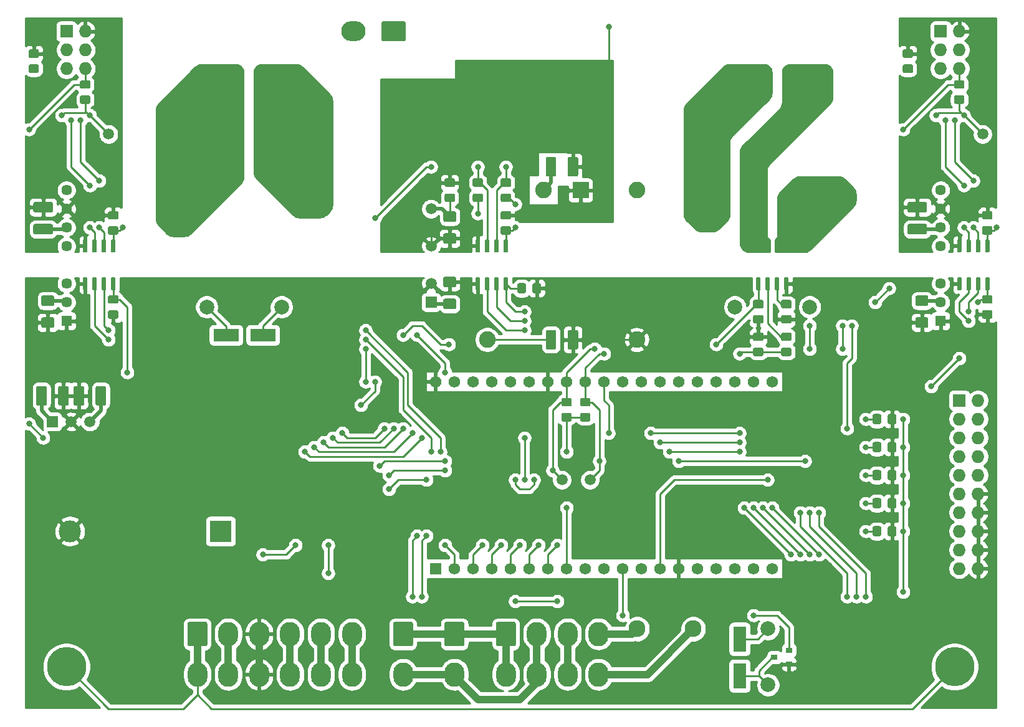
<source format=gbr>
G04 #@! TF.GenerationSoftware,KiCad,Pcbnew,(5.1.5)-3*
G04 #@! TF.CreationDate,2020-02-03T16:01:36-05:00*
G04 #@! TF.ProjectId,PacMan,5061634d-616e-42e6-9b69-6361645f7063,1.2*
G04 #@! TF.SameCoordinates,Original*
G04 #@! TF.FileFunction,Copper,L2,Bot*
G04 #@! TF.FilePolarity,Positive*
%FSLAX46Y46*%
G04 Gerber Fmt 4.6, Leading zero omitted, Abs format (unit mm)*
G04 Created by KiCad (PCBNEW (5.1.5)-3) date 2020-02-03 16:01:36*
%MOMM*%
%LPD*%
G04 APERTURE LIST*
%ADD10C,0.100000*%
%ADD11C,2.000000*%
%ADD12C,4.000000*%
%ADD13C,1.500000*%
%ADD14R,1.727200X1.727200*%
%ADD15O,1.727200X1.727200*%
%ADD16C,1.450000*%
%ADD17R,1.450000X1.450000*%
%ADD18C,1.508000*%
%ADD19R,1.508000X1.508000*%
%ADD20C,2.250000*%
%ADD21R,2.250000X2.250000*%
%ADD22O,6.500000X2.540000*%
%ADD23R,1.560000X1.560000*%
%ADD24C,1.560000*%
%ADD25O,2.700000X3.300000*%
%ADD26R,1.800000X3.500000*%
%ADD27R,3.500000X1.800000*%
%ADD28C,5.334000*%
%ADD29O,3.300000X2.700000*%
%ADD30C,2.300000*%
%ADD31R,3.000000X3.000000*%
%ADD32C,3.000000*%
%ADD33R,0.900000X0.800000*%
%ADD34C,0.800000*%
%ADD35C,1.000000*%
%ADD36C,0.500000*%
%ADD37C,0.250000*%
%ADD38C,0.254000*%
G04 APERTURE END LIST*
G04 #@! TA.AperFunction,SMDPad,CuDef*
D10*
G36*
X149494504Y-77416204D02*
G01*
X149518773Y-77419804D01*
X149542571Y-77425765D01*
X149565671Y-77434030D01*
X149587849Y-77444520D01*
X149608893Y-77457133D01*
X149628598Y-77471747D01*
X149646777Y-77488223D01*
X149663253Y-77506402D01*
X149677867Y-77526107D01*
X149690480Y-77547151D01*
X149700970Y-77569329D01*
X149709235Y-77592429D01*
X149715196Y-77616227D01*
X149718796Y-77640496D01*
X149720000Y-77665000D01*
X149720000Y-79815000D01*
X149718796Y-79839504D01*
X149715196Y-79863773D01*
X149709235Y-79887571D01*
X149700970Y-79910671D01*
X149690480Y-79932849D01*
X149677867Y-79953893D01*
X149663253Y-79973598D01*
X149646777Y-79991777D01*
X149628598Y-80008253D01*
X149608893Y-80022867D01*
X149587849Y-80035480D01*
X149565671Y-80045970D01*
X149542571Y-80054235D01*
X149518773Y-80060196D01*
X149494504Y-80063796D01*
X149470000Y-80065000D01*
X148545000Y-80065000D01*
X148520496Y-80063796D01*
X148496227Y-80060196D01*
X148472429Y-80054235D01*
X148449329Y-80045970D01*
X148427151Y-80035480D01*
X148406107Y-80022867D01*
X148386402Y-80008253D01*
X148368223Y-79991777D01*
X148351747Y-79973598D01*
X148337133Y-79953893D01*
X148324520Y-79932849D01*
X148314030Y-79910671D01*
X148305765Y-79887571D01*
X148299804Y-79863773D01*
X148296204Y-79839504D01*
X148295000Y-79815000D01*
X148295000Y-77665000D01*
X148296204Y-77640496D01*
X148299804Y-77616227D01*
X148305765Y-77592429D01*
X148314030Y-77569329D01*
X148324520Y-77547151D01*
X148337133Y-77526107D01*
X148351747Y-77506402D01*
X148368223Y-77488223D01*
X148386402Y-77471747D01*
X148406107Y-77457133D01*
X148427151Y-77444520D01*
X148449329Y-77434030D01*
X148472429Y-77425765D01*
X148496227Y-77419804D01*
X148520496Y-77416204D01*
X148545000Y-77415000D01*
X149470000Y-77415000D01*
X149494504Y-77416204D01*
G37*
G04 #@! TD.AperFunction*
G04 #@! TA.AperFunction,SMDPad,CuDef*
G36*
X152469504Y-77416204D02*
G01*
X152493773Y-77419804D01*
X152517571Y-77425765D01*
X152540671Y-77434030D01*
X152562849Y-77444520D01*
X152583893Y-77457133D01*
X152603598Y-77471747D01*
X152621777Y-77488223D01*
X152638253Y-77506402D01*
X152652867Y-77526107D01*
X152665480Y-77547151D01*
X152675970Y-77569329D01*
X152684235Y-77592429D01*
X152690196Y-77616227D01*
X152693796Y-77640496D01*
X152695000Y-77665000D01*
X152695000Y-79815000D01*
X152693796Y-79839504D01*
X152690196Y-79863773D01*
X152684235Y-79887571D01*
X152675970Y-79910671D01*
X152665480Y-79932849D01*
X152652867Y-79953893D01*
X152638253Y-79973598D01*
X152621777Y-79991777D01*
X152603598Y-80008253D01*
X152583893Y-80022867D01*
X152562849Y-80035480D01*
X152540671Y-80045970D01*
X152517571Y-80054235D01*
X152493773Y-80060196D01*
X152469504Y-80063796D01*
X152445000Y-80065000D01*
X151520000Y-80065000D01*
X151495496Y-80063796D01*
X151471227Y-80060196D01*
X151447429Y-80054235D01*
X151424329Y-80045970D01*
X151402151Y-80035480D01*
X151381107Y-80022867D01*
X151361402Y-80008253D01*
X151343223Y-79991777D01*
X151326747Y-79973598D01*
X151312133Y-79953893D01*
X151299520Y-79932849D01*
X151289030Y-79910671D01*
X151280765Y-79887571D01*
X151274804Y-79863773D01*
X151271204Y-79839504D01*
X151270000Y-79815000D01*
X151270000Y-77665000D01*
X151271204Y-77640496D01*
X151274804Y-77616227D01*
X151280765Y-77592429D01*
X151289030Y-77569329D01*
X151299520Y-77547151D01*
X151312133Y-77526107D01*
X151326747Y-77506402D01*
X151343223Y-77488223D01*
X151361402Y-77471747D01*
X151381107Y-77457133D01*
X151402151Y-77444520D01*
X151424329Y-77434030D01*
X151447429Y-77425765D01*
X151471227Y-77419804D01*
X151495496Y-77416204D01*
X151520000Y-77415000D01*
X152445000Y-77415000D01*
X152469504Y-77416204D01*
G37*
G04 #@! TD.AperFunction*
G04 #@! TA.AperFunction,SMDPad,CuDef*
G36*
X204944505Y-66981204D02*
G01*
X204968773Y-66984804D01*
X204992572Y-66990765D01*
X205015671Y-66999030D01*
X205037850Y-67009520D01*
X205058893Y-67022132D01*
X205078599Y-67036747D01*
X205096777Y-67053223D01*
X205113253Y-67071401D01*
X205127868Y-67091107D01*
X205140480Y-67112150D01*
X205150970Y-67134329D01*
X205159235Y-67157428D01*
X205165196Y-67181227D01*
X205168796Y-67205495D01*
X205170000Y-67229999D01*
X205170000Y-67880001D01*
X205168796Y-67904505D01*
X205165196Y-67928773D01*
X205159235Y-67952572D01*
X205150970Y-67975671D01*
X205140480Y-67997850D01*
X205127868Y-68018893D01*
X205113253Y-68038599D01*
X205096777Y-68056777D01*
X205078599Y-68073253D01*
X205058893Y-68087868D01*
X205037850Y-68100480D01*
X205015671Y-68110970D01*
X204992572Y-68119235D01*
X204968773Y-68125196D01*
X204944505Y-68128796D01*
X204920001Y-68130000D01*
X204019999Y-68130000D01*
X203995495Y-68128796D01*
X203971227Y-68125196D01*
X203947428Y-68119235D01*
X203924329Y-68110970D01*
X203902150Y-68100480D01*
X203881107Y-68087868D01*
X203861401Y-68073253D01*
X203843223Y-68056777D01*
X203826747Y-68038599D01*
X203812132Y-68018893D01*
X203799520Y-67997850D01*
X203789030Y-67975671D01*
X203780765Y-67952572D01*
X203774804Y-67928773D01*
X203771204Y-67904505D01*
X203770000Y-67880001D01*
X203770000Y-67229999D01*
X203771204Y-67205495D01*
X203774804Y-67181227D01*
X203780765Y-67157428D01*
X203789030Y-67134329D01*
X203799520Y-67112150D01*
X203812132Y-67091107D01*
X203826747Y-67071401D01*
X203843223Y-67053223D01*
X203861401Y-67036747D01*
X203881107Y-67022132D01*
X203902150Y-67009520D01*
X203924329Y-66999030D01*
X203947428Y-66990765D01*
X203971227Y-66984804D01*
X203995495Y-66981204D01*
X204019999Y-66980000D01*
X204920001Y-66980000D01*
X204944505Y-66981204D01*
G37*
G04 #@! TD.AperFunction*
G04 #@! TA.AperFunction,SMDPad,CuDef*
G36*
X204944505Y-69031204D02*
G01*
X204968773Y-69034804D01*
X204992572Y-69040765D01*
X205015671Y-69049030D01*
X205037850Y-69059520D01*
X205058893Y-69072132D01*
X205078599Y-69086747D01*
X205096777Y-69103223D01*
X205113253Y-69121401D01*
X205127868Y-69141107D01*
X205140480Y-69162150D01*
X205150970Y-69184329D01*
X205159235Y-69207428D01*
X205165196Y-69231227D01*
X205168796Y-69255495D01*
X205170000Y-69279999D01*
X205170000Y-69930001D01*
X205168796Y-69954505D01*
X205165196Y-69978773D01*
X205159235Y-70002572D01*
X205150970Y-70025671D01*
X205140480Y-70047850D01*
X205127868Y-70068893D01*
X205113253Y-70088599D01*
X205096777Y-70106777D01*
X205078599Y-70123253D01*
X205058893Y-70137868D01*
X205037850Y-70150480D01*
X205015671Y-70160970D01*
X204992572Y-70169235D01*
X204968773Y-70175196D01*
X204944505Y-70178796D01*
X204920001Y-70180000D01*
X204019999Y-70180000D01*
X203995495Y-70178796D01*
X203971227Y-70175196D01*
X203947428Y-70169235D01*
X203924329Y-70160970D01*
X203902150Y-70150480D01*
X203881107Y-70137868D01*
X203861401Y-70123253D01*
X203843223Y-70106777D01*
X203826747Y-70088599D01*
X203812132Y-70068893D01*
X203799520Y-70047850D01*
X203789030Y-70025671D01*
X203780765Y-70002572D01*
X203774804Y-69978773D01*
X203771204Y-69954505D01*
X203770000Y-69930001D01*
X203770000Y-69279999D01*
X203771204Y-69255495D01*
X203774804Y-69231227D01*
X203780765Y-69207428D01*
X203789030Y-69184329D01*
X203799520Y-69162150D01*
X203812132Y-69141107D01*
X203826747Y-69121401D01*
X203843223Y-69103223D01*
X203861401Y-69086747D01*
X203881107Y-69072132D01*
X203902150Y-69059520D01*
X203924329Y-69049030D01*
X203947428Y-69040765D01*
X203971227Y-69034804D01*
X203995495Y-69031204D01*
X204019999Y-69030000D01*
X204920001Y-69030000D01*
X204944505Y-69031204D01*
G37*
G04 #@! TD.AperFunction*
G04 #@! TA.AperFunction,SMDPad,CuDef*
G36*
X86199505Y-66981204D02*
G01*
X86223773Y-66984804D01*
X86247572Y-66990765D01*
X86270671Y-66999030D01*
X86292850Y-67009520D01*
X86313893Y-67022132D01*
X86333599Y-67036747D01*
X86351777Y-67053223D01*
X86368253Y-67071401D01*
X86382868Y-67091107D01*
X86395480Y-67112150D01*
X86405970Y-67134329D01*
X86414235Y-67157428D01*
X86420196Y-67181227D01*
X86423796Y-67205495D01*
X86425000Y-67229999D01*
X86425000Y-67880001D01*
X86423796Y-67904505D01*
X86420196Y-67928773D01*
X86414235Y-67952572D01*
X86405970Y-67975671D01*
X86395480Y-67997850D01*
X86382868Y-68018893D01*
X86368253Y-68038599D01*
X86351777Y-68056777D01*
X86333599Y-68073253D01*
X86313893Y-68087868D01*
X86292850Y-68100480D01*
X86270671Y-68110970D01*
X86247572Y-68119235D01*
X86223773Y-68125196D01*
X86199505Y-68128796D01*
X86175001Y-68130000D01*
X85274999Y-68130000D01*
X85250495Y-68128796D01*
X85226227Y-68125196D01*
X85202428Y-68119235D01*
X85179329Y-68110970D01*
X85157150Y-68100480D01*
X85136107Y-68087868D01*
X85116401Y-68073253D01*
X85098223Y-68056777D01*
X85081747Y-68038599D01*
X85067132Y-68018893D01*
X85054520Y-67997850D01*
X85044030Y-67975671D01*
X85035765Y-67952572D01*
X85029804Y-67928773D01*
X85026204Y-67904505D01*
X85025000Y-67880001D01*
X85025000Y-67229999D01*
X85026204Y-67205495D01*
X85029804Y-67181227D01*
X85035765Y-67157428D01*
X85044030Y-67134329D01*
X85054520Y-67112150D01*
X85067132Y-67091107D01*
X85081747Y-67071401D01*
X85098223Y-67053223D01*
X85116401Y-67036747D01*
X85136107Y-67022132D01*
X85157150Y-67009520D01*
X85179329Y-66999030D01*
X85202428Y-66990765D01*
X85226227Y-66984804D01*
X85250495Y-66981204D01*
X85274999Y-66980000D01*
X86175001Y-66980000D01*
X86199505Y-66981204D01*
G37*
G04 #@! TD.AperFunction*
G04 #@! TA.AperFunction,SMDPad,CuDef*
G36*
X86199505Y-69031204D02*
G01*
X86223773Y-69034804D01*
X86247572Y-69040765D01*
X86270671Y-69049030D01*
X86292850Y-69059520D01*
X86313893Y-69072132D01*
X86333599Y-69086747D01*
X86351777Y-69103223D01*
X86368253Y-69121401D01*
X86382868Y-69141107D01*
X86395480Y-69162150D01*
X86405970Y-69184329D01*
X86414235Y-69207428D01*
X86420196Y-69231227D01*
X86423796Y-69255495D01*
X86425000Y-69279999D01*
X86425000Y-69930001D01*
X86423796Y-69954505D01*
X86420196Y-69978773D01*
X86414235Y-70002572D01*
X86405970Y-70025671D01*
X86395480Y-70047850D01*
X86382868Y-70068893D01*
X86368253Y-70088599D01*
X86351777Y-70106777D01*
X86333599Y-70123253D01*
X86313893Y-70137868D01*
X86292850Y-70150480D01*
X86270671Y-70160970D01*
X86247572Y-70169235D01*
X86223773Y-70175196D01*
X86199505Y-70178796D01*
X86175001Y-70180000D01*
X85274999Y-70180000D01*
X85250495Y-70178796D01*
X85226227Y-70175196D01*
X85202428Y-70169235D01*
X85179329Y-70160970D01*
X85157150Y-70150480D01*
X85136107Y-70137868D01*
X85116401Y-70123253D01*
X85098223Y-70106777D01*
X85081747Y-70088599D01*
X85067132Y-70068893D01*
X85054520Y-70047850D01*
X85044030Y-70025671D01*
X85035765Y-70002572D01*
X85029804Y-69978773D01*
X85026204Y-69954505D01*
X85025000Y-69930001D01*
X85025000Y-69279999D01*
X85026204Y-69255495D01*
X85029804Y-69231227D01*
X85035765Y-69207428D01*
X85044030Y-69184329D01*
X85054520Y-69162150D01*
X85067132Y-69141107D01*
X85081747Y-69121401D01*
X85098223Y-69103223D01*
X85116401Y-69086747D01*
X85136107Y-69072132D01*
X85157150Y-69059520D01*
X85179329Y-69049030D01*
X85202428Y-69040765D01*
X85226227Y-69034804D01*
X85250495Y-69031204D01*
X85274999Y-69030000D01*
X86175001Y-69030000D01*
X86199505Y-69031204D01*
G37*
G04 #@! TD.AperFunction*
D11*
X184150000Y-97790000D03*
X173990000Y-97790000D03*
D12*
X170180000Y-85090000D03*
X187960000Y-82550000D03*
D11*
X112395000Y-97790000D03*
X102235000Y-97790000D03*
D12*
X98425000Y-85090000D03*
X116205000Y-82550000D03*
G04 #@! TA.AperFunction,SMDPad,CuDef*
D10*
G36*
X147424505Y-94551204D02*
G01*
X147448773Y-94554804D01*
X147472572Y-94560765D01*
X147495671Y-94569030D01*
X147517850Y-94579520D01*
X147538893Y-94592132D01*
X147558599Y-94606747D01*
X147576777Y-94623223D01*
X147593253Y-94641401D01*
X147607868Y-94661107D01*
X147620480Y-94682150D01*
X147630970Y-94704329D01*
X147639235Y-94727428D01*
X147645196Y-94751227D01*
X147648796Y-94775495D01*
X147650000Y-94799999D01*
X147650000Y-95700001D01*
X147648796Y-95724505D01*
X147645196Y-95748773D01*
X147639235Y-95772572D01*
X147630970Y-95795671D01*
X147620480Y-95817850D01*
X147607868Y-95838893D01*
X147593253Y-95858599D01*
X147576777Y-95876777D01*
X147558599Y-95893253D01*
X147538893Y-95907868D01*
X147517850Y-95920480D01*
X147495671Y-95930970D01*
X147472572Y-95939235D01*
X147448773Y-95945196D01*
X147424505Y-95948796D01*
X147400001Y-95950000D01*
X146749999Y-95950000D01*
X146725495Y-95948796D01*
X146701227Y-95945196D01*
X146677428Y-95939235D01*
X146654329Y-95930970D01*
X146632150Y-95920480D01*
X146611107Y-95907868D01*
X146591401Y-95893253D01*
X146573223Y-95876777D01*
X146556747Y-95858599D01*
X146542132Y-95838893D01*
X146529520Y-95817850D01*
X146519030Y-95795671D01*
X146510765Y-95772572D01*
X146504804Y-95748773D01*
X146501204Y-95724505D01*
X146500000Y-95700001D01*
X146500000Y-94799999D01*
X146501204Y-94775495D01*
X146504804Y-94751227D01*
X146510765Y-94727428D01*
X146519030Y-94704329D01*
X146529520Y-94682150D01*
X146542132Y-94661107D01*
X146556747Y-94641401D01*
X146573223Y-94623223D01*
X146591401Y-94606747D01*
X146611107Y-94592132D01*
X146632150Y-94579520D01*
X146654329Y-94569030D01*
X146677428Y-94560765D01*
X146701227Y-94554804D01*
X146725495Y-94551204D01*
X146749999Y-94550000D01*
X147400001Y-94550000D01*
X147424505Y-94551204D01*
G37*
G04 #@! TD.AperFunction*
G04 #@! TA.AperFunction,SMDPad,CuDef*
G36*
X145374505Y-94551204D02*
G01*
X145398773Y-94554804D01*
X145422572Y-94560765D01*
X145445671Y-94569030D01*
X145467850Y-94579520D01*
X145488893Y-94592132D01*
X145508599Y-94606747D01*
X145526777Y-94623223D01*
X145543253Y-94641401D01*
X145557868Y-94661107D01*
X145570480Y-94682150D01*
X145580970Y-94704329D01*
X145589235Y-94727428D01*
X145595196Y-94751227D01*
X145598796Y-94775495D01*
X145600000Y-94799999D01*
X145600000Y-95700001D01*
X145598796Y-95724505D01*
X145595196Y-95748773D01*
X145589235Y-95772572D01*
X145580970Y-95795671D01*
X145570480Y-95817850D01*
X145557868Y-95838893D01*
X145543253Y-95858599D01*
X145526777Y-95876777D01*
X145508599Y-95893253D01*
X145488893Y-95907868D01*
X145467850Y-95920480D01*
X145445671Y-95930970D01*
X145422572Y-95939235D01*
X145398773Y-95945196D01*
X145374505Y-95948796D01*
X145350001Y-95950000D01*
X144699999Y-95950000D01*
X144675495Y-95948796D01*
X144651227Y-95945196D01*
X144627428Y-95939235D01*
X144604329Y-95930970D01*
X144582150Y-95920480D01*
X144561107Y-95907868D01*
X144541401Y-95893253D01*
X144523223Y-95876777D01*
X144506747Y-95858599D01*
X144492132Y-95838893D01*
X144479520Y-95817850D01*
X144469030Y-95795671D01*
X144460765Y-95772572D01*
X144454804Y-95748773D01*
X144451204Y-95724505D01*
X144450000Y-95700001D01*
X144450000Y-94799999D01*
X144451204Y-94775495D01*
X144454804Y-94751227D01*
X144460765Y-94727428D01*
X144469030Y-94704329D01*
X144479520Y-94682150D01*
X144492132Y-94661107D01*
X144506747Y-94641401D01*
X144523223Y-94623223D01*
X144541401Y-94606747D01*
X144561107Y-94592132D01*
X144582150Y-94579520D01*
X144604329Y-94569030D01*
X144627428Y-94560765D01*
X144651227Y-94554804D01*
X144675495Y-94551204D01*
X144699999Y-94550000D01*
X145350001Y-94550000D01*
X145374505Y-94551204D01*
G37*
G04 #@! TD.AperFunction*
G04 #@! TA.AperFunction,SMDPad,CuDef*
G36*
X143349505Y-86811204D02*
G01*
X143373773Y-86814804D01*
X143397572Y-86820765D01*
X143420671Y-86829030D01*
X143442850Y-86839520D01*
X143463893Y-86852132D01*
X143483599Y-86866747D01*
X143501777Y-86883223D01*
X143518253Y-86901401D01*
X143532868Y-86921107D01*
X143545480Y-86942150D01*
X143555970Y-86964329D01*
X143564235Y-86987428D01*
X143570196Y-87011227D01*
X143573796Y-87035495D01*
X143575000Y-87059999D01*
X143575000Y-87710001D01*
X143573796Y-87734505D01*
X143570196Y-87758773D01*
X143564235Y-87782572D01*
X143555970Y-87805671D01*
X143545480Y-87827850D01*
X143532868Y-87848893D01*
X143518253Y-87868599D01*
X143501777Y-87886777D01*
X143483599Y-87903253D01*
X143463893Y-87917868D01*
X143442850Y-87930480D01*
X143420671Y-87940970D01*
X143397572Y-87949235D01*
X143373773Y-87955196D01*
X143349505Y-87958796D01*
X143325001Y-87960000D01*
X142424999Y-87960000D01*
X142400495Y-87958796D01*
X142376227Y-87955196D01*
X142352428Y-87949235D01*
X142329329Y-87940970D01*
X142307150Y-87930480D01*
X142286107Y-87917868D01*
X142266401Y-87903253D01*
X142248223Y-87886777D01*
X142231747Y-87868599D01*
X142217132Y-87848893D01*
X142204520Y-87827850D01*
X142194030Y-87805671D01*
X142185765Y-87782572D01*
X142179804Y-87758773D01*
X142176204Y-87734505D01*
X142175000Y-87710001D01*
X142175000Y-87059999D01*
X142176204Y-87035495D01*
X142179804Y-87011227D01*
X142185765Y-86987428D01*
X142194030Y-86964329D01*
X142204520Y-86942150D01*
X142217132Y-86921107D01*
X142231747Y-86901401D01*
X142248223Y-86883223D01*
X142266401Y-86866747D01*
X142286107Y-86852132D01*
X142307150Y-86839520D01*
X142329329Y-86829030D01*
X142352428Y-86820765D01*
X142376227Y-86814804D01*
X142400495Y-86811204D01*
X142424999Y-86810000D01*
X143325001Y-86810000D01*
X143349505Y-86811204D01*
G37*
G04 #@! TD.AperFunction*
G04 #@! TA.AperFunction,SMDPad,CuDef*
G36*
X143349505Y-84761204D02*
G01*
X143373773Y-84764804D01*
X143397572Y-84770765D01*
X143420671Y-84779030D01*
X143442850Y-84789520D01*
X143463893Y-84802132D01*
X143483599Y-84816747D01*
X143501777Y-84833223D01*
X143518253Y-84851401D01*
X143532868Y-84871107D01*
X143545480Y-84892150D01*
X143555970Y-84914329D01*
X143564235Y-84937428D01*
X143570196Y-84961227D01*
X143573796Y-84985495D01*
X143575000Y-85009999D01*
X143575000Y-85660001D01*
X143573796Y-85684505D01*
X143570196Y-85708773D01*
X143564235Y-85732572D01*
X143555970Y-85755671D01*
X143545480Y-85777850D01*
X143532868Y-85798893D01*
X143518253Y-85818599D01*
X143501777Y-85836777D01*
X143483599Y-85853253D01*
X143463893Y-85867868D01*
X143442850Y-85880480D01*
X143420671Y-85890970D01*
X143397572Y-85899235D01*
X143373773Y-85905196D01*
X143349505Y-85908796D01*
X143325001Y-85910000D01*
X142424999Y-85910000D01*
X142400495Y-85908796D01*
X142376227Y-85905196D01*
X142352428Y-85899235D01*
X142329329Y-85890970D01*
X142307150Y-85880480D01*
X142286107Y-85867868D01*
X142266401Y-85853253D01*
X142248223Y-85836777D01*
X142231747Y-85818599D01*
X142217132Y-85798893D01*
X142204520Y-85777850D01*
X142194030Y-85755671D01*
X142185765Y-85732572D01*
X142179804Y-85708773D01*
X142176204Y-85684505D01*
X142175000Y-85660001D01*
X142175000Y-85009999D01*
X142176204Y-84985495D01*
X142179804Y-84961227D01*
X142185765Y-84937428D01*
X142194030Y-84914329D01*
X142204520Y-84892150D01*
X142217132Y-84871107D01*
X142231747Y-84851401D01*
X142248223Y-84833223D01*
X142266401Y-84816747D01*
X142286107Y-84802132D01*
X142307150Y-84789520D01*
X142329329Y-84779030D01*
X142352428Y-84770765D01*
X142376227Y-84764804D01*
X142400495Y-84761204D01*
X142424999Y-84760000D01*
X143325001Y-84760000D01*
X143349505Y-84761204D01*
G37*
G04 #@! TD.AperFunction*
D13*
X88900000Y-74295000D03*
D14*
X201930000Y-60325000D03*
D15*
X204470000Y-60325000D03*
X201930000Y-62865000D03*
X204470000Y-62865000D03*
X201930000Y-65405000D03*
X204470000Y-65405000D03*
G04 #@! TA.AperFunction,SMDPad,CuDef*
D10*
G36*
X177639505Y-96826204D02*
G01*
X177663773Y-96829804D01*
X177687572Y-96835765D01*
X177710671Y-96844030D01*
X177732850Y-96854520D01*
X177753893Y-96867132D01*
X177773599Y-96881747D01*
X177791777Y-96898223D01*
X177808253Y-96916401D01*
X177822868Y-96936107D01*
X177835480Y-96957150D01*
X177845970Y-96979329D01*
X177854235Y-97002428D01*
X177860196Y-97026227D01*
X177863796Y-97050495D01*
X177865000Y-97074999D01*
X177865000Y-97725001D01*
X177863796Y-97749505D01*
X177860196Y-97773773D01*
X177854235Y-97797572D01*
X177845970Y-97820671D01*
X177835480Y-97842850D01*
X177822868Y-97863893D01*
X177808253Y-97883599D01*
X177791777Y-97901777D01*
X177773599Y-97918253D01*
X177753893Y-97932868D01*
X177732850Y-97945480D01*
X177710671Y-97955970D01*
X177687572Y-97964235D01*
X177663773Y-97970196D01*
X177639505Y-97973796D01*
X177615001Y-97975000D01*
X176714999Y-97975000D01*
X176690495Y-97973796D01*
X176666227Y-97970196D01*
X176642428Y-97964235D01*
X176619329Y-97955970D01*
X176597150Y-97945480D01*
X176576107Y-97932868D01*
X176556401Y-97918253D01*
X176538223Y-97901777D01*
X176521747Y-97883599D01*
X176507132Y-97863893D01*
X176494520Y-97842850D01*
X176484030Y-97820671D01*
X176475765Y-97797572D01*
X176469804Y-97773773D01*
X176466204Y-97749505D01*
X176465000Y-97725001D01*
X176465000Y-97074999D01*
X176466204Y-97050495D01*
X176469804Y-97026227D01*
X176475765Y-97002428D01*
X176484030Y-96979329D01*
X176494520Y-96957150D01*
X176507132Y-96936107D01*
X176521747Y-96916401D01*
X176538223Y-96898223D01*
X176556401Y-96881747D01*
X176576107Y-96867132D01*
X176597150Y-96854520D01*
X176619329Y-96844030D01*
X176642428Y-96835765D01*
X176666227Y-96829804D01*
X176690495Y-96826204D01*
X176714999Y-96825000D01*
X177615001Y-96825000D01*
X177639505Y-96826204D01*
G37*
G04 #@! TD.AperFunction*
G04 #@! TA.AperFunction,SMDPad,CuDef*
G36*
X177639505Y-98876204D02*
G01*
X177663773Y-98879804D01*
X177687572Y-98885765D01*
X177710671Y-98894030D01*
X177732850Y-98904520D01*
X177753893Y-98917132D01*
X177773599Y-98931747D01*
X177791777Y-98948223D01*
X177808253Y-98966401D01*
X177822868Y-98986107D01*
X177835480Y-99007150D01*
X177845970Y-99029329D01*
X177854235Y-99052428D01*
X177860196Y-99076227D01*
X177863796Y-99100495D01*
X177865000Y-99124999D01*
X177865000Y-99775001D01*
X177863796Y-99799505D01*
X177860196Y-99823773D01*
X177854235Y-99847572D01*
X177845970Y-99870671D01*
X177835480Y-99892850D01*
X177822868Y-99913893D01*
X177808253Y-99933599D01*
X177791777Y-99951777D01*
X177773599Y-99968253D01*
X177753893Y-99982868D01*
X177732850Y-99995480D01*
X177710671Y-100005970D01*
X177687572Y-100014235D01*
X177663773Y-100020196D01*
X177639505Y-100023796D01*
X177615001Y-100025000D01*
X176714999Y-100025000D01*
X176690495Y-100023796D01*
X176666227Y-100020196D01*
X176642428Y-100014235D01*
X176619329Y-100005970D01*
X176597150Y-99995480D01*
X176576107Y-99982868D01*
X176556401Y-99968253D01*
X176538223Y-99951777D01*
X176521747Y-99933599D01*
X176507132Y-99913893D01*
X176494520Y-99892850D01*
X176484030Y-99870671D01*
X176475765Y-99847572D01*
X176469804Y-99823773D01*
X176466204Y-99799505D01*
X176465000Y-99775001D01*
X176465000Y-99124999D01*
X176466204Y-99100495D01*
X176469804Y-99076227D01*
X176475765Y-99052428D01*
X176484030Y-99029329D01*
X176494520Y-99007150D01*
X176507132Y-98986107D01*
X176521747Y-98966401D01*
X176538223Y-98948223D01*
X176556401Y-98931747D01*
X176576107Y-98917132D01*
X176597150Y-98904520D01*
X176619329Y-98894030D01*
X176642428Y-98885765D01*
X176666227Y-98879804D01*
X176690495Y-98876204D01*
X176714999Y-98875000D01*
X177615001Y-98875000D01*
X177639505Y-98876204D01*
G37*
G04 #@! TD.AperFunction*
G04 #@! TA.AperFunction,SMDPad,CuDef*
G36*
X90009505Y-98241204D02*
G01*
X90033773Y-98244804D01*
X90057572Y-98250765D01*
X90080671Y-98259030D01*
X90102850Y-98269520D01*
X90123893Y-98282132D01*
X90143599Y-98296747D01*
X90161777Y-98313223D01*
X90178253Y-98331401D01*
X90192868Y-98351107D01*
X90205480Y-98372150D01*
X90215970Y-98394329D01*
X90224235Y-98417428D01*
X90230196Y-98441227D01*
X90233796Y-98465495D01*
X90235000Y-98489999D01*
X90235000Y-99140001D01*
X90233796Y-99164505D01*
X90230196Y-99188773D01*
X90224235Y-99212572D01*
X90215970Y-99235671D01*
X90205480Y-99257850D01*
X90192868Y-99278893D01*
X90178253Y-99298599D01*
X90161777Y-99316777D01*
X90143599Y-99333253D01*
X90123893Y-99347868D01*
X90102850Y-99360480D01*
X90080671Y-99370970D01*
X90057572Y-99379235D01*
X90033773Y-99385196D01*
X90009505Y-99388796D01*
X89985001Y-99390000D01*
X89084999Y-99390000D01*
X89060495Y-99388796D01*
X89036227Y-99385196D01*
X89012428Y-99379235D01*
X88989329Y-99370970D01*
X88967150Y-99360480D01*
X88946107Y-99347868D01*
X88926401Y-99333253D01*
X88908223Y-99316777D01*
X88891747Y-99298599D01*
X88877132Y-99278893D01*
X88864520Y-99257850D01*
X88854030Y-99235671D01*
X88845765Y-99212572D01*
X88839804Y-99188773D01*
X88836204Y-99164505D01*
X88835000Y-99140001D01*
X88835000Y-98489999D01*
X88836204Y-98465495D01*
X88839804Y-98441227D01*
X88845765Y-98417428D01*
X88854030Y-98394329D01*
X88864520Y-98372150D01*
X88877132Y-98351107D01*
X88891747Y-98331401D01*
X88908223Y-98313223D01*
X88926401Y-98296747D01*
X88946107Y-98282132D01*
X88967150Y-98269520D01*
X88989329Y-98259030D01*
X89012428Y-98250765D01*
X89036227Y-98244804D01*
X89060495Y-98241204D01*
X89084999Y-98240000D01*
X89985001Y-98240000D01*
X90009505Y-98241204D01*
G37*
G04 #@! TD.AperFunction*
G04 #@! TA.AperFunction,SMDPad,CuDef*
G36*
X90009505Y-96191204D02*
G01*
X90033773Y-96194804D01*
X90057572Y-96200765D01*
X90080671Y-96209030D01*
X90102850Y-96219520D01*
X90123893Y-96232132D01*
X90143599Y-96246747D01*
X90161777Y-96263223D01*
X90178253Y-96281401D01*
X90192868Y-96301107D01*
X90205480Y-96322150D01*
X90215970Y-96344329D01*
X90224235Y-96367428D01*
X90230196Y-96391227D01*
X90233796Y-96415495D01*
X90235000Y-96439999D01*
X90235000Y-97090001D01*
X90233796Y-97114505D01*
X90230196Y-97138773D01*
X90224235Y-97162572D01*
X90215970Y-97185671D01*
X90205480Y-97207850D01*
X90192868Y-97228893D01*
X90178253Y-97248599D01*
X90161777Y-97266777D01*
X90143599Y-97283253D01*
X90123893Y-97297868D01*
X90102850Y-97310480D01*
X90080671Y-97320970D01*
X90057572Y-97329235D01*
X90033773Y-97335196D01*
X90009505Y-97338796D01*
X89985001Y-97340000D01*
X89084999Y-97340000D01*
X89060495Y-97338796D01*
X89036227Y-97335196D01*
X89012428Y-97329235D01*
X88989329Y-97320970D01*
X88967150Y-97310480D01*
X88946107Y-97297868D01*
X88926401Y-97283253D01*
X88908223Y-97266777D01*
X88891747Y-97248599D01*
X88877132Y-97228893D01*
X88864520Y-97207850D01*
X88854030Y-97185671D01*
X88845765Y-97162572D01*
X88839804Y-97138773D01*
X88836204Y-97114505D01*
X88835000Y-97090001D01*
X88835000Y-96439999D01*
X88836204Y-96415495D01*
X88839804Y-96391227D01*
X88845765Y-96367428D01*
X88854030Y-96344329D01*
X88864520Y-96322150D01*
X88877132Y-96301107D01*
X88891747Y-96281401D01*
X88908223Y-96263223D01*
X88926401Y-96246747D01*
X88946107Y-96232132D01*
X88967150Y-96219520D01*
X88989329Y-96209030D01*
X89012428Y-96200765D01*
X89036227Y-96194804D01*
X89060495Y-96191204D01*
X89084999Y-96190000D01*
X89985001Y-96190000D01*
X90009505Y-96191204D01*
G37*
G04 #@! TD.AperFunction*
G04 #@! TA.AperFunction,SMDPad,CuDef*
G36*
X208754505Y-96191204D02*
G01*
X208778773Y-96194804D01*
X208802572Y-96200765D01*
X208825671Y-96209030D01*
X208847850Y-96219520D01*
X208868893Y-96232132D01*
X208888599Y-96246747D01*
X208906777Y-96263223D01*
X208923253Y-96281401D01*
X208937868Y-96301107D01*
X208950480Y-96322150D01*
X208960970Y-96344329D01*
X208969235Y-96367428D01*
X208975196Y-96391227D01*
X208978796Y-96415495D01*
X208980000Y-96439999D01*
X208980000Y-97090001D01*
X208978796Y-97114505D01*
X208975196Y-97138773D01*
X208969235Y-97162572D01*
X208960970Y-97185671D01*
X208950480Y-97207850D01*
X208937868Y-97228893D01*
X208923253Y-97248599D01*
X208906777Y-97266777D01*
X208888599Y-97283253D01*
X208868893Y-97297868D01*
X208847850Y-97310480D01*
X208825671Y-97320970D01*
X208802572Y-97329235D01*
X208778773Y-97335196D01*
X208754505Y-97338796D01*
X208730001Y-97340000D01*
X207829999Y-97340000D01*
X207805495Y-97338796D01*
X207781227Y-97335196D01*
X207757428Y-97329235D01*
X207734329Y-97320970D01*
X207712150Y-97310480D01*
X207691107Y-97297868D01*
X207671401Y-97283253D01*
X207653223Y-97266777D01*
X207636747Y-97248599D01*
X207622132Y-97228893D01*
X207609520Y-97207850D01*
X207599030Y-97185671D01*
X207590765Y-97162572D01*
X207584804Y-97138773D01*
X207581204Y-97114505D01*
X207580000Y-97090001D01*
X207580000Y-96439999D01*
X207581204Y-96415495D01*
X207584804Y-96391227D01*
X207590765Y-96367428D01*
X207599030Y-96344329D01*
X207609520Y-96322150D01*
X207622132Y-96301107D01*
X207636747Y-96281401D01*
X207653223Y-96263223D01*
X207671401Y-96246747D01*
X207691107Y-96232132D01*
X207712150Y-96219520D01*
X207734329Y-96209030D01*
X207757428Y-96200765D01*
X207781227Y-96194804D01*
X207805495Y-96191204D01*
X207829999Y-96190000D01*
X208730001Y-96190000D01*
X208754505Y-96191204D01*
G37*
G04 #@! TD.AperFunction*
G04 #@! TA.AperFunction,SMDPad,CuDef*
G36*
X208754505Y-98241204D02*
G01*
X208778773Y-98244804D01*
X208802572Y-98250765D01*
X208825671Y-98259030D01*
X208847850Y-98269520D01*
X208868893Y-98282132D01*
X208888599Y-98296747D01*
X208906777Y-98313223D01*
X208923253Y-98331401D01*
X208937868Y-98351107D01*
X208950480Y-98372150D01*
X208960970Y-98394329D01*
X208969235Y-98417428D01*
X208975196Y-98441227D01*
X208978796Y-98465495D01*
X208980000Y-98489999D01*
X208980000Y-99140001D01*
X208978796Y-99164505D01*
X208975196Y-99188773D01*
X208969235Y-99212572D01*
X208960970Y-99235671D01*
X208950480Y-99257850D01*
X208937868Y-99278893D01*
X208923253Y-99298599D01*
X208906777Y-99316777D01*
X208888599Y-99333253D01*
X208868893Y-99347868D01*
X208847850Y-99360480D01*
X208825671Y-99370970D01*
X208802572Y-99379235D01*
X208778773Y-99385196D01*
X208754505Y-99388796D01*
X208730001Y-99390000D01*
X207829999Y-99390000D01*
X207805495Y-99388796D01*
X207781227Y-99385196D01*
X207757428Y-99379235D01*
X207734329Y-99370970D01*
X207712150Y-99360480D01*
X207691107Y-99347868D01*
X207671401Y-99333253D01*
X207653223Y-99316777D01*
X207636747Y-99298599D01*
X207622132Y-99278893D01*
X207609520Y-99257850D01*
X207599030Y-99235671D01*
X207590765Y-99212572D01*
X207584804Y-99188773D01*
X207581204Y-99164505D01*
X207580000Y-99140001D01*
X207580000Y-98489999D01*
X207581204Y-98465495D01*
X207584804Y-98441227D01*
X207590765Y-98417428D01*
X207599030Y-98394329D01*
X207609520Y-98372150D01*
X207622132Y-98351107D01*
X207636747Y-98331401D01*
X207653223Y-98313223D01*
X207671401Y-98296747D01*
X207691107Y-98282132D01*
X207712150Y-98269520D01*
X207734329Y-98259030D01*
X207757428Y-98250765D01*
X207781227Y-98244804D01*
X207805495Y-98241204D01*
X207829999Y-98240000D01*
X208730001Y-98240000D01*
X208754505Y-98241204D01*
G37*
G04 #@! TD.AperFunction*
G04 #@! TA.AperFunction,SMDPad,CuDef*
G36*
X208754505Y-84761204D02*
G01*
X208778773Y-84764804D01*
X208802572Y-84770765D01*
X208825671Y-84779030D01*
X208847850Y-84789520D01*
X208868893Y-84802132D01*
X208888599Y-84816747D01*
X208906777Y-84833223D01*
X208923253Y-84851401D01*
X208937868Y-84871107D01*
X208950480Y-84892150D01*
X208960970Y-84914329D01*
X208969235Y-84937428D01*
X208975196Y-84961227D01*
X208978796Y-84985495D01*
X208980000Y-85009999D01*
X208980000Y-85660001D01*
X208978796Y-85684505D01*
X208975196Y-85708773D01*
X208969235Y-85732572D01*
X208960970Y-85755671D01*
X208950480Y-85777850D01*
X208937868Y-85798893D01*
X208923253Y-85818599D01*
X208906777Y-85836777D01*
X208888599Y-85853253D01*
X208868893Y-85867868D01*
X208847850Y-85880480D01*
X208825671Y-85890970D01*
X208802572Y-85899235D01*
X208778773Y-85905196D01*
X208754505Y-85908796D01*
X208730001Y-85910000D01*
X207829999Y-85910000D01*
X207805495Y-85908796D01*
X207781227Y-85905196D01*
X207757428Y-85899235D01*
X207734329Y-85890970D01*
X207712150Y-85880480D01*
X207691107Y-85867868D01*
X207671401Y-85853253D01*
X207653223Y-85836777D01*
X207636747Y-85818599D01*
X207622132Y-85798893D01*
X207609520Y-85777850D01*
X207599030Y-85755671D01*
X207590765Y-85732572D01*
X207584804Y-85708773D01*
X207581204Y-85684505D01*
X207580000Y-85660001D01*
X207580000Y-85009999D01*
X207581204Y-84985495D01*
X207584804Y-84961227D01*
X207590765Y-84937428D01*
X207599030Y-84914329D01*
X207609520Y-84892150D01*
X207622132Y-84871107D01*
X207636747Y-84851401D01*
X207653223Y-84833223D01*
X207671401Y-84816747D01*
X207691107Y-84802132D01*
X207712150Y-84789520D01*
X207734329Y-84779030D01*
X207757428Y-84770765D01*
X207781227Y-84764804D01*
X207805495Y-84761204D01*
X207829999Y-84760000D01*
X208730001Y-84760000D01*
X208754505Y-84761204D01*
G37*
G04 #@! TD.AperFunction*
G04 #@! TA.AperFunction,SMDPad,CuDef*
G36*
X208754505Y-86811204D02*
G01*
X208778773Y-86814804D01*
X208802572Y-86820765D01*
X208825671Y-86829030D01*
X208847850Y-86839520D01*
X208868893Y-86852132D01*
X208888599Y-86866747D01*
X208906777Y-86883223D01*
X208923253Y-86901401D01*
X208937868Y-86921107D01*
X208950480Y-86942150D01*
X208960970Y-86964329D01*
X208969235Y-86987428D01*
X208975196Y-87011227D01*
X208978796Y-87035495D01*
X208980000Y-87059999D01*
X208980000Y-87710001D01*
X208978796Y-87734505D01*
X208975196Y-87758773D01*
X208969235Y-87782572D01*
X208960970Y-87805671D01*
X208950480Y-87827850D01*
X208937868Y-87848893D01*
X208923253Y-87868599D01*
X208906777Y-87886777D01*
X208888599Y-87903253D01*
X208868893Y-87917868D01*
X208847850Y-87930480D01*
X208825671Y-87940970D01*
X208802572Y-87949235D01*
X208778773Y-87955196D01*
X208754505Y-87958796D01*
X208730001Y-87960000D01*
X207829999Y-87960000D01*
X207805495Y-87958796D01*
X207781227Y-87955196D01*
X207757428Y-87949235D01*
X207734329Y-87940970D01*
X207712150Y-87930480D01*
X207691107Y-87917868D01*
X207671401Y-87903253D01*
X207653223Y-87886777D01*
X207636747Y-87868599D01*
X207622132Y-87848893D01*
X207609520Y-87827850D01*
X207599030Y-87805671D01*
X207590765Y-87782572D01*
X207584804Y-87758773D01*
X207581204Y-87734505D01*
X207580000Y-87710001D01*
X207580000Y-87059999D01*
X207581204Y-87035495D01*
X207584804Y-87011227D01*
X207590765Y-86987428D01*
X207599030Y-86964329D01*
X207609520Y-86942150D01*
X207622132Y-86921107D01*
X207636747Y-86901401D01*
X207653223Y-86883223D01*
X207671401Y-86866747D01*
X207691107Y-86852132D01*
X207712150Y-86839520D01*
X207734329Y-86829030D01*
X207757428Y-86820765D01*
X207781227Y-86814804D01*
X207805495Y-86811204D01*
X207829999Y-86810000D01*
X208730001Y-86810000D01*
X208754505Y-86811204D01*
G37*
G04 #@! TD.AperFunction*
G04 #@! TA.AperFunction,SMDPad,CuDef*
G36*
X90009505Y-86811204D02*
G01*
X90033773Y-86814804D01*
X90057572Y-86820765D01*
X90080671Y-86829030D01*
X90102850Y-86839520D01*
X90123893Y-86852132D01*
X90143599Y-86866747D01*
X90161777Y-86883223D01*
X90178253Y-86901401D01*
X90192868Y-86921107D01*
X90205480Y-86942150D01*
X90215970Y-86964329D01*
X90224235Y-86987428D01*
X90230196Y-87011227D01*
X90233796Y-87035495D01*
X90235000Y-87059999D01*
X90235000Y-87710001D01*
X90233796Y-87734505D01*
X90230196Y-87758773D01*
X90224235Y-87782572D01*
X90215970Y-87805671D01*
X90205480Y-87827850D01*
X90192868Y-87848893D01*
X90178253Y-87868599D01*
X90161777Y-87886777D01*
X90143599Y-87903253D01*
X90123893Y-87917868D01*
X90102850Y-87930480D01*
X90080671Y-87940970D01*
X90057572Y-87949235D01*
X90033773Y-87955196D01*
X90009505Y-87958796D01*
X89985001Y-87960000D01*
X89084999Y-87960000D01*
X89060495Y-87958796D01*
X89036227Y-87955196D01*
X89012428Y-87949235D01*
X88989329Y-87940970D01*
X88967150Y-87930480D01*
X88946107Y-87917868D01*
X88926401Y-87903253D01*
X88908223Y-87886777D01*
X88891747Y-87868599D01*
X88877132Y-87848893D01*
X88864520Y-87827850D01*
X88854030Y-87805671D01*
X88845765Y-87782572D01*
X88839804Y-87758773D01*
X88836204Y-87734505D01*
X88835000Y-87710001D01*
X88835000Y-87059999D01*
X88836204Y-87035495D01*
X88839804Y-87011227D01*
X88845765Y-86987428D01*
X88854030Y-86964329D01*
X88864520Y-86942150D01*
X88877132Y-86921107D01*
X88891747Y-86901401D01*
X88908223Y-86883223D01*
X88926401Y-86866747D01*
X88946107Y-86852132D01*
X88967150Y-86839520D01*
X88989329Y-86829030D01*
X89012428Y-86820765D01*
X89036227Y-86814804D01*
X89060495Y-86811204D01*
X89084999Y-86810000D01*
X89985001Y-86810000D01*
X90009505Y-86811204D01*
G37*
G04 #@! TD.AperFunction*
G04 #@! TA.AperFunction,SMDPad,CuDef*
G36*
X90009505Y-84761204D02*
G01*
X90033773Y-84764804D01*
X90057572Y-84770765D01*
X90080671Y-84779030D01*
X90102850Y-84789520D01*
X90123893Y-84802132D01*
X90143599Y-84816747D01*
X90161777Y-84833223D01*
X90178253Y-84851401D01*
X90192868Y-84871107D01*
X90205480Y-84892150D01*
X90215970Y-84914329D01*
X90224235Y-84937428D01*
X90230196Y-84961227D01*
X90233796Y-84985495D01*
X90235000Y-85009999D01*
X90235000Y-85660001D01*
X90233796Y-85684505D01*
X90230196Y-85708773D01*
X90224235Y-85732572D01*
X90215970Y-85755671D01*
X90205480Y-85777850D01*
X90192868Y-85798893D01*
X90178253Y-85818599D01*
X90161777Y-85836777D01*
X90143599Y-85853253D01*
X90123893Y-85867868D01*
X90102850Y-85880480D01*
X90080671Y-85890970D01*
X90057572Y-85899235D01*
X90033773Y-85905196D01*
X90009505Y-85908796D01*
X89985001Y-85910000D01*
X89084999Y-85910000D01*
X89060495Y-85908796D01*
X89036227Y-85905196D01*
X89012428Y-85899235D01*
X88989329Y-85890970D01*
X88967150Y-85880480D01*
X88946107Y-85867868D01*
X88926401Y-85853253D01*
X88908223Y-85836777D01*
X88891747Y-85818599D01*
X88877132Y-85798893D01*
X88864520Y-85777850D01*
X88854030Y-85755671D01*
X88845765Y-85732572D01*
X88839804Y-85708773D01*
X88836204Y-85684505D01*
X88835000Y-85660001D01*
X88835000Y-85009999D01*
X88836204Y-84985495D01*
X88839804Y-84961227D01*
X88845765Y-84937428D01*
X88854030Y-84914329D01*
X88864520Y-84892150D01*
X88877132Y-84871107D01*
X88891747Y-84851401D01*
X88908223Y-84833223D01*
X88926401Y-84816747D01*
X88946107Y-84802132D01*
X88967150Y-84789520D01*
X88989329Y-84779030D01*
X89012428Y-84770765D01*
X89036227Y-84764804D01*
X89060495Y-84761204D01*
X89084999Y-84760000D01*
X89985001Y-84760000D01*
X90009505Y-84761204D01*
G37*
G04 #@! TD.AperFunction*
G04 #@! TA.AperFunction,SMDPad,CuDef*
G36*
X152469504Y-100911204D02*
G01*
X152493773Y-100914804D01*
X152517571Y-100920765D01*
X152540671Y-100929030D01*
X152562849Y-100939520D01*
X152583893Y-100952133D01*
X152603598Y-100966747D01*
X152621777Y-100983223D01*
X152638253Y-101001402D01*
X152652867Y-101021107D01*
X152665480Y-101042151D01*
X152675970Y-101064329D01*
X152684235Y-101087429D01*
X152690196Y-101111227D01*
X152693796Y-101135496D01*
X152695000Y-101160000D01*
X152695000Y-103310000D01*
X152693796Y-103334504D01*
X152690196Y-103358773D01*
X152684235Y-103382571D01*
X152675970Y-103405671D01*
X152665480Y-103427849D01*
X152652867Y-103448893D01*
X152638253Y-103468598D01*
X152621777Y-103486777D01*
X152603598Y-103503253D01*
X152583893Y-103517867D01*
X152562849Y-103530480D01*
X152540671Y-103540970D01*
X152517571Y-103549235D01*
X152493773Y-103555196D01*
X152469504Y-103558796D01*
X152445000Y-103560000D01*
X151520000Y-103560000D01*
X151495496Y-103558796D01*
X151471227Y-103555196D01*
X151447429Y-103549235D01*
X151424329Y-103540970D01*
X151402151Y-103530480D01*
X151381107Y-103517867D01*
X151361402Y-103503253D01*
X151343223Y-103486777D01*
X151326747Y-103468598D01*
X151312133Y-103448893D01*
X151299520Y-103427849D01*
X151289030Y-103405671D01*
X151280765Y-103382571D01*
X151274804Y-103358773D01*
X151271204Y-103334504D01*
X151270000Y-103310000D01*
X151270000Y-101160000D01*
X151271204Y-101135496D01*
X151274804Y-101111227D01*
X151280765Y-101087429D01*
X151289030Y-101064329D01*
X151299520Y-101042151D01*
X151312133Y-101021107D01*
X151326747Y-101001402D01*
X151343223Y-100983223D01*
X151361402Y-100966747D01*
X151381107Y-100952133D01*
X151402151Y-100939520D01*
X151424329Y-100929030D01*
X151447429Y-100920765D01*
X151471227Y-100914804D01*
X151495496Y-100911204D01*
X151520000Y-100910000D01*
X152445000Y-100910000D01*
X152469504Y-100911204D01*
G37*
G04 #@! TD.AperFunction*
G04 #@! TA.AperFunction,SMDPad,CuDef*
G36*
X149494504Y-100911204D02*
G01*
X149518773Y-100914804D01*
X149542571Y-100920765D01*
X149565671Y-100929030D01*
X149587849Y-100939520D01*
X149608893Y-100952133D01*
X149628598Y-100966747D01*
X149646777Y-100983223D01*
X149663253Y-101001402D01*
X149677867Y-101021107D01*
X149690480Y-101042151D01*
X149700970Y-101064329D01*
X149709235Y-101087429D01*
X149715196Y-101111227D01*
X149718796Y-101135496D01*
X149720000Y-101160000D01*
X149720000Y-103310000D01*
X149718796Y-103334504D01*
X149715196Y-103358773D01*
X149709235Y-103382571D01*
X149700970Y-103405671D01*
X149690480Y-103427849D01*
X149677867Y-103448893D01*
X149663253Y-103468598D01*
X149646777Y-103486777D01*
X149628598Y-103503253D01*
X149608893Y-103517867D01*
X149587849Y-103530480D01*
X149565671Y-103540970D01*
X149542571Y-103549235D01*
X149518773Y-103555196D01*
X149494504Y-103558796D01*
X149470000Y-103560000D01*
X148545000Y-103560000D01*
X148520496Y-103558796D01*
X148496227Y-103555196D01*
X148472429Y-103549235D01*
X148449329Y-103540970D01*
X148427151Y-103530480D01*
X148406107Y-103517867D01*
X148386402Y-103503253D01*
X148368223Y-103486777D01*
X148351747Y-103468598D01*
X148337133Y-103448893D01*
X148324520Y-103427849D01*
X148314030Y-103405671D01*
X148305765Y-103382571D01*
X148299804Y-103358773D01*
X148296204Y-103334504D01*
X148295000Y-103310000D01*
X148295000Y-101160000D01*
X148296204Y-101135496D01*
X148299804Y-101111227D01*
X148305765Y-101087429D01*
X148314030Y-101064329D01*
X148324520Y-101042151D01*
X148337133Y-101021107D01*
X148351747Y-101001402D01*
X148368223Y-100983223D01*
X148386402Y-100966747D01*
X148406107Y-100952133D01*
X148427151Y-100939520D01*
X148449329Y-100929030D01*
X148472429Y-100920765D01*
X148496227Y-100914804D01*
X148520496Y-100911204D01*
X148545000Y-100910000D01*
X149470000Y-100910000D01*
X149494504Y-100911204D01*
G37*
G04 #@! TD.AperFunction*
G04 #@! TA.AperFunction,SMDPad,CuDef*
G36*
X181449505Y-98876204D02*
G01*
X181473773Y-98879804D01*
X181497572Y-98885765D01*
X181520671Y-98894030D01*
X181542850Y-98904520D01*
X181563893Y-98917132D01*
X181583599Y-98931747D01*
X181601777Y-98948223D01*
X181618253Y-98966401D01*
X181632868Y-98986107D01*
X181645480Y-99007150D01*
X181655970Y-99029329D01*
X181664235Y-99052428D01*
X181670196Y-99076227D01*
X181673796Y-99100495D01*
X181675000Y-99124999D01*
X181675000Y-99775001D01*
X181673796Y-99799505D01*
X181670196Y-99823773D01*
X181664235Y-99847572D01*
X181655970Y-99870671D01*
X181645480Y-99892850D01*
X181632868Y-99913893D01*
X181618253Y-99933599D01*
X181601777Y-99951777D01*
X181583599Y-99968253D01*
X181563893Y-99982868D01*
X181542850Y-99995480D01*
X181520671Y-100005970D01*
X181497572Y-100014235D01*
X181473773Y-100020196D01*
X181449505Y-100023796D01*
X181425001Y-100025000D01*
X180524999Y-100025000D01*
X180500495Y-100023796D01*
X180476227Y-100020196D01*
X180452428Y-100014235D01*
X180429329Y-100005970D01*
X180407150Y-99995480D01*
X180386107Y-99982868D01*
X180366401Y-99968253D01*
X180348223Y-99951777D01*
X180331747Y-99933599D01*
X180317132Y-99913893D01*
X180304520Y-99892850D01*
X180294030Y-99870671D01*
X180285765Y-99847572D01*
X180279804Y-99823773D01*
X180276204Y-99799505D01*
X180275000Y-99775001D01*
X180275000Y-99124999D01*
X180276204Y-99100495D01*
X180279804Y-99076227D01*
X180285765Y-99052428D01*
X180294030Y-99029329D01*
X180304520Y-99007150D01*
X180317132Y-98986107D01*
X180331747Y-98966401D01*
X180348223Y-98948223D01*
X180366401Y-98931747D01*
X180386107Y-98917132D01*
X180407150Y-98904520D01*
X180429329Y-98894030D01*
X180452428Y-98885765D01*
X180476227Y-98879804D01*
X180500495Y-98876204D01*
X180524999Y-98875000D01*
X181425001Y-98875000D01*
X181449505Y-98876204D01*
G37*
G04 #@! TD.AperFunction*
G04 #@! TA.AperFunction,SMDPad,CuDef*
G36*
X181449505Y-96826204D02*
G01*
X181473773Y-96829804D01*
X181497572Y-96835765D01*
X181520671Y-96844030D01*
X181542850Y-96854520D01*
X181563893Y-96867132D01*
X181583599Y-96881747D01*
X181601777Y-96898223D01*
X181618253Y-96916401D01*
X181632868Y-96936107D01*
X181645480Y-96957150D01*
X181655970Y-96979329D01*
X181664235Y-97002428D01*
X181670196Y-97026227D01*
X181673796Y-97050495D01*
X181675000Y-97074999D01*
X181675000Y-97725001D01*
X181673796Y-97749505D01*
X181670196Y-97773773D01*
X181664235Y-97797572D01*
X181655970Y-97820671D01*
X181645480Y-97842850D01*
X181632868Y-97863893D01*
X181618253Y-97883599D01*
X181601777Y-97901777D01*
X181583599Y-97918253D01*
X181563893Y-97932868D01*
X181542850Y-97945480D01*
X181520671Y-97955970D01*
X181497572Y-97964235D01*
X181473773Y-97970196D01*
X181449505Y-97973796D01*
X181425001Y-97975000D01*
X180524999Y-97975000D01*
X180500495Y-97973796D01*
X180476227Y-97970196D01*
X180452428Y-97964235D01*
X180429329Y-97955970D01*
X180407150Y-97945480D01*
X180386107Y-97932868D01*
X180366401Y-97918253D01*
X180348223Y-97901777D01*
X180331747Y-97883599D01*
X180317132Y-97863893D01*
X180304520Y-97842850D01*
X180294030Y-97820671D01*
X180285765Y-97797572D01*
X180279804Y-97773773D01*
X180276204Y-97749505D01*
X180275000Y-97725001D01*
X180275000Y-97074999D01*
X180276204Y-97050495D01*
X180279804Y-97026227D01*
X180285765Y-97002428D01*
X180294030Y-96979329D01*
X180304520Y-96957150D01*
X180317132Y-96936107D01*
X180331747Y-96916401D01*
X180348223Y-96898223D01*
X180366401Y-96881747D01*
X180386107Y-96867132D01*
X180407150Y-96854520D01*
X180429329Y-96844030D01*
X180452428Y-96835765D01*
X180476227Y-96829804D01*
X180500495Y-96826204D01*
X180524999Y-96825000D01*
X181425001Y-96825000D01*
X181449505Y-96826204D01*
G37*
G04 #@! TD.AperFunction*
G04 #@! TA.AperFunction,SMDPad,CuDef*
G36*
X200039504Y-99201204D02*
G01*
X200063773Y-99204804D01*
X200087571Y-99210765D01*
X200110671Y-99219030D01*
X200132849Y-99229520D01*
X200153893Y-99242133D01*
X200173598Y-99256747D01*
X200191777Y-99273223D01*
X200208253Y-99291402D01*
X200222867Y-99311107D01*
X200235480Y-99332151D01*
X200245970Y-99354329D01*
X200254235Y-99377429D01*
X200260196Y-99401227D01*
X200263796Y-99425496D01*
X200265000Y-99450000D01*
X200265000Y-100375000D01*
X200263796Y-100399504D01*
X200260196Y-100423773D01*
X200254235Y-100447571D01*
X200245970Y-100470671D01*
X200235480Y-100492849D01*
X200222867Y-100513893D01*
X200208253Y-100533598D01*
X200191777Y-100551777D01*
X200173598Y-100568253D01*
X200153893Y-100582867D01*
X200132849Y-100595480D01*
X200110671Y-100605970D01*
X200087571Y-100614235D01*
X200063773Y-100620196D01*
X200039504Y-100623796D01*
X200015000Y-100625000D01*
X198765000Y-100625000D01*
X198740496Y-100623796D01*
X198716227Y-100620196D01*
X198692429Y-100614235D01*
X198669329Y-100605970D01*
X198647151Y-100595480D01*
X198626107Y-100582867D01*
X198606402Y-100568253D01*
X198588223Y-100551777D01*
X198571747Y-100533598D01*
X198557133Y-100513893D01*
X198544520Y-100492849D01*
X198534030Y-100470671D01*
X198525765Y-100447571D01*
X198519804Y-100423773D01*
X198516204Y-100399504D01*
X198515000Y-100375000D01*
X198515000Y-99450000D01*
X198516204Y-99425496D01*
X198519804Y-99401227D01*
X198525765Y-99377429D01*
X198534030Y-99354329D01*
X198544520Y-99332151D01*
X198557133Y-99311107D01*
X198571747Y-99291402D01*
X198588223Y-99273223D01*
X198606402Y-99256747D01*
X198626107Y-99242133D01*
X198647151Y-99229520D01*
X198669329Y-99219030D01*
X198692429Y-99210765D01*
X198716227Y-99204804D01*
X198740496Y-99201204D01*
X198765000Y-99200000D01*
X200015000Y-99200000D01*
X200039504Y-99201204D01*
G37*
G04 #@! TD.AperFunction*
G04 #@! TA.AperFunction,SMDPad,CuDef*
G36*
X200039504Y-96226204D02*
G01*
X200063773Y-96229804D01*
X200087571Y-96235765D01*
X200110671Y-96244030D01*
X200132849Y-96254520D01*
X200153893Y-96267133D01*
X200173598Y-96281747D01*
X200191777Y-96298223D01*
X200208253Y-96316402D01*
X200222867Y-96336107D01*
X200235480Y-96357151D01*
X200245970Y-96379329D01*
X200254235Y-96402429D01*
X200260196Y-96426227D01*
X200263796Y-96450496D01*
X200265000Y-96475000D01*
X200265000Y-97400000D01*
X200263796Y-97424504D01*
X200260196Y-97448773D01*
X200254235Y-97472571D01*
X200245970Y-97495671D01*
X200235480Y-97517849D01*
X200222867Y-97538893D01*
X200208253Y-97558598D01*
X200191777Y-97576777D01*
X200173598Y-97593253D01*
X200153893Y-97607867D01*
X200132849Y-97620480D01*
X200110671Y-97630970D01*
X200087571Y-97639235D01*
X200063773Y-97645196D01*
X200039504Y-97648796D01*
X200015000Y-97650000D01*
X198765000Y-97650000D01*
X198740496Y-97648796D01*
X198716227Y-97645196D01*
X198692429Y-97639235D01*
X198669329Y-97630970D01*
X198647151Y-97620480D01*
X198626107Y-97607867D01*
X198606402Y-97593253D01*
X198588223Y-97576777D01*
X198571747Y-97558598D01*
X198557133Y-97538893D01*
X198544520Y-97517849D01*
X198534030Y-97495671D01*
X198525765Y-97472571D01*
X198519804Y-97448773D01*
X198516204Y-97424504D01*
X198515000Y-97400000D01*
X198515000Y-96475000D01*
X198516204Y-96450496D01*
X198519804Y-96426227D01*
X198525765Y-96402429D01*
X198534030Y-96379329D01*
X198544520Y-96357151D01*
X198557133Y-96336107D01*
X198571747Y-96316402D01*
X198588223Y-96298223D01*
X198606402Y-96281747D01*
X198626107Y-96267133D01*
X198647151Y-96254520D01*
X198669329Y-96244030D01*
X198692429Y-96235765D01*
X198716227Y-96229804D01*
X198740496Y-96226204D01*
X198765000Y-96225000D01*
X200015000Y-96225000D01*
X200039504Y-96226204D01*
G37*
G04 #@! TD.AperFunction*
D16*
X83185000Y-81915000D03*
X83185000Y-84455000D03*
X83185000Y-86995000D03*
X83185000Y-89535000D03*
X83185000Y-94615000D03*
X83185000Y-97155000D03*
D17*
X83185000Y-99695000D03*
G04 #@! TA.AperFunction,SMDPad,CuDef*
D10*
G36*
X135904504Y-87771204D02*
G01*
X135928773Y-87774804D01*
X135952571Y-87780765D01*
X135975671Y-87789030D01*
X135997849Y-87799520D01*
X136018893Y-87812133D01*
X136038598Y-87826747D01*
X136056777Y-87843223D01*
X136073253Y-87861402D01*
X136087867Y-87881107D01*
X136100480Y-87902151D01*
X136110970Y-87924329D01*
X136119235Y-87947429D01*
X136125196Y-87971227D01*
X136128796Y-87995496D01*
X136130000Y-88020000D01*
X136130000Y-88945000D01*
X136128796Y-88969504D01*
X136125196Y-88993773D01*
X136119235Y-89017571D01*
X136110970Y-89040671D01*
X136100480Y-89062849D01*
X136087867Y-89083893D01*
X136073253Y-89103598D01*
X136056777Y-89121777D01*
X136038598Y-89138253D01*
X136018893Y-89152867D01*
X135997849Y-89165480D01*
X135975671Y-89175970D01*
X135952571Y-89184235D01*
X135928773Y-89190196D01*
X135904504Y-89193796D01*
X135880000Y-89195000D01*
X134630000Y-89195000D01*
X134605496Y-89193796D01*
X134581227Y-89190196D01*
X134557429Y-89184235D01*
X134534329Y-89175970D01*
X134512151Y-89165480D01*
X134491107Y-89152867D01*
X134471402Y-89138253D01*
X134453223Y-89121777D01*
X134436747Y-89103598D01*
X134422133Y-89083893D01*
X134409520Y-89062849D01*
X134399030Y-89040671D01*
X134390765Y-89017571D01*
X134384804Y-88993773D01*
X134381204Y-88969504D01*
X134380000Y-88945000D01*
X134380000Y-88020000D01*
X134381204Y-87995496D01*
X134384804Y-87971227D01*
X134390765Y-87947429D01*
X134399030Y-87924329D01*
X134409520Y-87902151D01*
X134422133Y-87881107D01*
X134436747Y-87861402D01*
X134453223Y-87843223D01*
X134471402Y-87826747D01*
X134491107Y-87812133D01*
X134512151Y-87799520D01*
X134534329Y-87789030D01*
X134557429Y-87780765D01*
X134581227Y-87774804D01*
X134605496Y-87771204D01*
X134630000Y-87770000D01*
X135880000Y-87770000D01*
X135904504Y-87771204D01*
G37*
G04 #@! TD.AperFunction*
G04 #@! TA.AperFunction,SMDPad,CuDef*
G36*
X135904504Y-84796204D02*
G01*
X135928773Y-84799804D01*
X135952571Y-84805765D01*
X135975671Y-84814030D01*
X135997849Y-84824520D01*
X136018893Y-84837133D01*
X136038598Y-84851747D01*
X136056777Y-84868223D01*
X136073253Y-84886402D01*
X136087867Y-84906107D01*
X136100480Y-84927151D01*
X136110970Y-84949329D01*
X136119235Y-84972429D01*
X136125196Y-84996227D01*
X136128796Y-85020496D01*
X136130000Y-85045000D01*
X136130000Y-85970000D01*
X136128796Y-85994504D01*
X136125196Y-86018773D01*
X136119235Y-86042571D01*
X136110970Y-86065671D01*
X136100480Y-86087849D01*
X136087867Y-86108893D01*
X136073253Y-86128598D01*
X136056777Y-86146777D01*
X136038598Y-86163253D01*
X136018893Y-86177867D01*
X135997849Y-86190480D01*
X135975671Y-86200970D01*
X135952571Y-86209235D01*
X135928773Y-86215196D01*
X135904504Y-86218796D01*
X135880000Y-86220000D01*
X134630000Y-86220000D01*
X134605496Y-86218796D01*
X134581227Y-86215196D01*
X134557429Y-86209235D01*
X134534329Y-86200970D01*
X134512151Y-86190480D01*
X134491107Y-86177867D01*
X134471402Y-86163253D01*
X134453223Y-86146777D01*
X134436747Y-86128598D01*
X134422133Y-86108893D01*
X134409520Y-86087849D01*
X134399030Y-86065671D01*
X134390765Y-86042571D01*
X134384804Y-86018773D01*
X134381204Y-85994504D01*
X134380000Y-85970000D01*
X134380000Y-85045000D01*
X134381204Y-85020496D01*
X134384804Y-84996227D01*
X134390765Y-84972429D01*
X134399030Y-84949329D01*
X134409520Y-84927151D01*
X134422133Y-84906107D01*
X134436747Y-84886402D01*
X134453223Y-84868223D01*
X134471402Y-84851747D01*
X134491107Y-84837133D01*
X134512151Y-84824520D01*
X134534329Y-84814030D01*
X134557429Y-84805765D01*
X134581227Y-84799804D01*
X134605496Y-84796204D01*
X134630000Y-84795000D01*
X135880000Y-84795000D01*
X135904504Y-84796204D01*
G37*
G04 #@! TD.AperFunction*
D17*
X201930000Y-99695000D03*
D16*
X201930000Y-97155000D03*
X201930000Y-94615000D03*
X201930000Y-89535000D03*
X201930000Y-86995000D03*
X201930000Y-84455000D03*
X201930000Y-81915000D03*
G04 #@! TA.AperFunction,SMDPad,CuDef*
D10*
G36*
X81294504Y-96226204D02*
G01*
X81318773Y-96229804D01*
X81342571Y-96235765D01*
X81365671Y-96244030D01*
X81387849Y-96254520D01*
X81408893Y-96267133D01*
X81428598Y-96281747D01*
X81446777Y-96298223D01*
X81463253Y-96316402D01*
X81477867Y-96336107D01*
X81490480Y-96357151D01*
X81500970Y-96379329D01*
X81509235Y-96402429D01*
X81515196Y-96426227D01*
X81518796Y-96450496D01*
X81520000Y-96475000D01*
X81520000Y-97400000D01*
X81518796Y-97424504D01*
X81515196Y-97448773D01*
X81509235Y-97472571D01*
X81500970Y-97495671D01*
X81490480Y-97517849D01*
X81477867Y-97538893D01*
X81463253Y-97558598D01*
X81446777Y-97576777D01*
X81428598Y-97593253D01*
X81408893Y-97607867D01*
X81387849Y-97620480D01*
X81365671Y-97630970D01*
X81342571Y-97639235D01*
X81318773Y-97645196D01*
X81294504Y-97648796D01*
X81270000Y-97650000D01*
X80020000Y-97650000D01*
X79995496Y-97648796D01*
X79971227Y-97645196D01*
X79947429Y-97639235D01*
X79924329Y-97630970D01*
X79902151Y-97620480D01*
X79881107Y-97607867D01*
X79861402Y-97593253D01*
X79843223Y-97576777D01*
X79826747Y-97558598D01*
X79812133Y-97538893D01*
X79799520Y-97517849D01*
X79789030Y-97495671D01*
X79780765Y-97472571D01*
X79774804Y-97448773D01*
X79771204Y-97424504D01*
X79770000Y-97400000D01*
X79770000Y-96475000D01*
X79771204Y-96450496D01*
X79774804Y-96426227D01*
X79780765Y-96402429D01*
X79789030Y-96379329D01*
X79799520Y-96357151D01*
X79812133Y-96336107D01*
X79826747Y-96316402D01*
X79843223Y-96298223D01*
X79861402Y-96281747D01*
X79881107Y-96267133D01*
X79902151Y-96254520D01*
X79924329Y-96244030D01*
X79947429Y-96235765D01*
X79971227Y-96229804D01*
X79995496Y-96226204D01*
X80020000Y-96225000D01*
X81270000Y-96225000D01*
X81294504Y-96226204D01*
G37*
G04 #@! TD.AperFunction*
G04 #@! TA.AperFunction,SMDPad,CuDef*
G36*
X81294504Y-99201204D02*
G01*
X81318773Y-99204804D01*
X81342571Y-99210765D01*
X81365671Y-99219030D01*
X81387849Y-99229520D01*
X81408893Y-99242133D01*
X81428598Y-99256747D01*
X81446777Y-99273223D01*
X81463253Y-99291402D01*
X81477867Y-99311107D01*
X81490480Y-99332151D01*
X81500970Y-99354329D01*
X81509235Y-99377429D01*
X81515196Y-99401227D01*
X81518796Y-99425496D01*
X81520000Y-99450000D01*
X81520000Y-100375000D01*
X81518796Y-100399504D01*
X81515196Y-100423773D01*
X81509235Y-100447571D01*
X81500970Y-100470671D01*
X81490480Y-100492849D01*
X81477867Y-100513893D01*
X81463253Y-100533598D01*
X81446777Y-100551777D01*
X81428598Y-100568253D01*
X81408893Y-100582867D01*
X81387849Y-100595480D01*
X81365671Y-100605970D01*
X81342571Y-100614235D01*
X81318773Y-100620196D01*
X81294504Y-100623796D01*
X81270000Y-100625000D01*
X80020000Y-100625000D01*
X79995496Y-100623796D01*
X79971227Y-100620196D01*
X79947429Y-100614235D01*
X79924329Y-100605970D01*
X79902151Y-100595480D01*
X79881107Y-100582867D01*
X79861402Y-100568253D01*
X79843223Y-100551777D01*
X79826747Y-100533598D01*
X79812133Y-100513893D01*
X79799520Y-100492849D01*
X79789030Y-100470671D01*
X79780765Y-100447571D01*
X79774804Y-100423773D01*
X79771204Y-100399504D01*
X79770000Y-100375000D01*
X79770000Y-99450000D01*
X79771204Y-99425496D01*
X79774804Y-99401227D01*
X79780765Y-99377429D01*
X79789030Y-99354329D01*
X79799520Y-99332151D01*
X79812133Y-99311107D01*
X79826747Y-99291402D01*
X79843223Y-99273223D01*
X79861402Y-99256747D01*
X79881107Y-99242133D01*
X79902151Y-99229520D01*
X79924329Y-99219030D01*
X79947429Y-99210765D01*
X79971227Y-99204804D01*
X79995496Y-99201204D01*
X80020000Y-99200000D01*
X81270000Y-99200000D01*
X81294504Y-99201204D01*
G37*
G04 #@! TD.AperFunction*
G04 #@! TA.AperFunction,SMDPad,CuDef*
G36*
X135904504Y-96661204D02*
G01*
X135928773Y-96664804D01*
X135952571Y-96670765D01*
X135975671Y-96679030D01*
X135997849Y-96689520D01*
X136018893Y-96702133D01*
X136038598Y-96716747D01*
X136056777Y-96733223D01*
X136073253Y-96751402D01*
X136087867Y-96771107D01*
X136100480Y-96792151D01*
X136110970Y-96814329D01*
X136119235Y-96837429D01*
X136125196Y-96861227D01*
X136128796Y-96885496D01*
X136130000Y-96910000D01*
X136130000Y-97835000D01*
X136128796Y-97859504D01*
X136125196Y-97883773D01*
X136119235Y-97907571D01*
X136110970Y-97930671D01*
X136100480Y-97952849D01*
X136087867Y-97973893D01*
X136073253Y-97993598D01*
X136056777Y-98011777D01*
X136038598Y-98028253D01*
X136018893Y-98042867D01*
X135997849Y-98055480D01*
X135975671Y-98065970D01*
X135952571Y-98074235D01*
X135928773Y-98080196D01*
X135904504Y-98083796D01*
X135880000Y-98085000D01*
X134630000Y-98085000D01*
X134605496Y-98083796D01*
X134581227Y-98080196D01*
X134557429Y-98074235D01*
X134534329Y-98065970D01*
X134512151Y-98055480D01*
X134491107Y-98042867D01*
X134471402Y-98028253D01*
X134453223Y-98011777D01*
X134436747Y-97993598D01*
X134422133Y-97973893D01*
X134409520Y-97952849D01*
X134399030Y-97930671D01*
X134390765Y-97907571D01*
X134384804Y-97883773D01*
X134381204Y-97859504D01*
X134380000Y-97835000D01*
X134380000Y-96910000D01*
X134381204Y-96885496D01*
X134384804Y-96861227D01*
X134390765Y-96837429D01*
X134399030Y-96814329D01*
X134409520Y-96792151D01*
X134422133Y-96771107D01*
X134436747Y-96751402D01*
X134453223Y-96733223D01*
X134471402Y-96716747D01*
X134491107Y-96702133D01*
X134512151Y-96689520D01*
X134534329Y-96679030D01*
X134557429Y-96670765D01*
X134581227Y-96664804D01*
X134605496Y-96661204D01*
X134630000Y-96660000D01*
X135880000Y-96660000D01*
X135904504Y-96661204D01*
G37*
G04 #@! TD.AperFunction*
G04 #@! TA.AperFunction,SMDPad,CuDef*
G36*
X135904504Y-93686204D02*
G01*
X135928773Y-93689804D01*
X135952571Y-93695765D01*
X135975671Y-93704030D01*
X135997849Y-93714520D01*
X136018893Y-93727133D01*
X136038598Y-93741747D01*
X136056777Y-93758223D01*
X136073253Y-93776402D01*
X136087867Y-93796107D01*
X136100480Y-93817151D01*
X136110970Y-93839329D01*
X136119235Y-93862429D01*
X136125196Y-93886227D01*
X136128796Y-93910496D01*
X136130000Y-93935000D01*
X136130000Y-94860000D01*
X136128796Y-94884504D01*
X136125196Y-94908773D01*
X136119235Y-94932571D01*
X136110970Y-94955671D01*
X136100480Y-94977849D01*
X136087867Y-94998893D01*
X136073253Y-95018598D01*
X136056777Y-95036777D01*
X136038598Y-95053253D01*
X136018893Y-95067867D01*
X135997849Y-95080480D01*
X135975671Y-95090970D01*
X135952571Y-95099235D01*
X135928773Y-95105196D01*
X135904504Y-95108796D01*
X135880000Y-95110000D01*
X134630000Y-95110000D01*
X134605496Y-95108796D01*
X134581227Y-95105196D01*
X134557429Y-95099235D01*
X134534329Y-95090970D01*
X134512151Y-95080480D01*
X134491107Y-95067867D01*
X134471402Y-95053253D01*
X134453223Y-95036777D01*
X134436747Y-95018598D01*
X134422133Y-94998893D01*
X134409520Y-94977849D01*
X134399030Y-94955671D01*
X134390765Y-94932571D01*
X134384804Y-94908773D01*
X134381204Y-94884504D01*
X134380000Y-94860000D01*
X134380000Y-93935000D01*
X134381204Y-93910496D01*
X134384804Y-93886227D01*
X134390765Y-93862429D01*
X134399030Y-93839329D01*
X134409520Y-93817151D01*
X134422133Y-93796107D01*
X134436747Y-93776402D01*
X134453223Y-93758223D01*
X134471402Y-93741747D01*
X134491107Y-93727133D01*
X134512151Y-93714520D01*
X134534329Y-93704030D01*
X134557429Y-93695765D01*
X134581227Y-93689804D01*
X134605496Y-93686204D01*
X134630000Y-93685000D01*
X135880000Y-93685000D01*
X135904504Y-93686204D01*
G37*
G04 #@! TD.AperFunction*
D14*
X83185000Y-60325000D03*
D15*
X85725000Y-60325000D03*
X83185000Y-62865000D03*
X85725000Y-62865000D03*
X83185000Y-65405000D03*
X85725000Y-65405000D03*
G04 #@! TA.AperFunction,SMDPad,CuDef*
D10*
G36*
X181449505Y-103321204D02*
G01*
X181473773Y-103324804D01*
X181497572Y-103330765D01*
X181520671Y-103339030D01*
X181542850Y-103349520D01*
X181563893Y-103362132D01*
X181583599Y-103376747D01*
X181601777Y-103393223D01*
X181618253Y-103411401D01*
X181632868Y-103431107D01*
X181645480Y-103452150D01*
X181655970Y-103474329D01*
X181664235Y-103497428D01*
X181670196Y-103521227D01*
X181673796Y-103545495D01*
X181675000Y-103569999D01*
X181675000Y-104220001D01*
X181673796Y-104244505D01*
X181670196Y-104268773D01*
X181664235Y-104292572D01*
X181655970Y-104315671D01*
X181645480Y-104337850D01*
X181632868Y-104358893D01*
X181618253Y-104378599D01*
X181601777Y-104396777D01*
X181583599Y-104413253D01*
X181563893Y-104427868D01*
X181542850Y-104440480D01*
X181520671Y-104450970D01*
X181497572Y-104459235D01*
X181473773Y-104465196D01*
X181449505Y-104468796D01*
X181425001Y-104470000D01*
X180524999Y-104470000D01*
X180500495Y-104468796D01*
X180476227Y-104465196D01*
X180452428Y-104459235D01*
X180429329Y-104450970D01*
X180407150Y-104440480D01*
X180386107Y-104427868D01*
X180366401Y-104413253D01*
X180348223Y-104396777D01*
X180331747Y-104378599D01*
X180317132Y-104358893D01*
X180304520Y-104337850D01*
X180294030Y-104315671D01*
X180285765Y-104292572D01*
X180279804Y-104268773D01*
X180276204Y-104244505D01*
X180275000Y-104220001D01*
X180275000Y-103569999D01*
X180276204Y-103545495D01*
X180279804Y-103521227D01*
X180285765Y-103497428D01*
X180294030Y-103474329D01*
X180304520Y-103452150D01*
X180317132Y-103431107D01*
X180331747Y-103411401D01*
X180348223Y-103393223D01*
X180366401Y-103376747D01*
X180386107Y-103362132D01*
X180407150Y-103349520D01*
X180429329Y-103339030D01*
X180452428Y-103330765D01*
X180476227Y-103324804D01*
X180500495Y-103321204D01*
X180524999Y-103320000D01*
X181425001Y-103320000D01*
X181449505Y-103321204D01*
G37*
G04 #@! TD.AperFunction*
G04 #@! TA.AperFunction,SMDPad,CuDef*
G36*
X181449505Y-101271204D02*
G01*
X181473773Y-101274804D01*
X181497572Y-101280765D01*
X181520671Y-101289030D01*
X181542850Y-101299520D01*
X181563893Y-101312132D01*
X181583599Y-101326747D01*
X181601777Y-101343223D01*
X181618253Y-101361401D01*
X181632868Y-101381107D01*
X181645480Y-101402150D01*
X181655970Y-101424329D01*
X181664235Y-101447428D01*
X181670196Y-101471227D01*
X181673796Y-101495495D01*
X181675000Y-101519999D01*
X181675000Y-102170001D01*
X181673796Y-102194505D01*
X181670196Y-102218773D01*
X181664235Y-102242572D01*
X181655970Y-102265671D01*
X181645480Y-102287850D01*
X181632868Y-102308893D01*
X181618253Y-102328599D01*
X181601777Y-102346777D01*
X181583599Y-102363253D01*
X181563893Y-102377868D01*
X181542850Y-102390480D01*
X181520671Y-102400970D01*
X181497572Y-102409235D01*
X181473773Y-102415196D01*
X181449505Y-102418796D01*
X181425001Y-102420000D01*
X180524999Y-102420000D01*
X180500495Y-102418796D01*
X180476227Y-102415196D01*
X180452428Y-102409235D01*
X180429329Y-102400970D01*
X180407150Y-102390480D01*
X180386107Y-102377868D01*
X180366401Y-102363253D01*
X180348223Y-102346777D01*
X180331747Y-102328599D01*
X180317132Y-102308893D01*
X180304520Y-102287850D01*
X180294030Y-102265671D01*
X180285765Y-102242572D01*
X180279804Y-102218773D01*
X180276204Y-102194505D01*
X180275000Y-102170001D01*
X180275000Y-101519999D01*
X180276204Y-101495495D01*
X180279804Y-101471227D01*
X180285765Y-101447428D01*
X180294030Y-101424329D01*
X180304520Y-101402150D01*
X180317132Y-101381107D01*
X180331747Y-101361401D01*
X180348223Y-101343223D01*
X180366401Y-101326747D01*
X180386107Y-101312132D01*
X180407150Y-101299520D01*
X180429329Y-101289030D01*
X180452428Y-101280765D01*
X180476227Y-101274804D01*
X180500495Y-101271204D01*
X180524999Y-101270000D01*
X181425001Y-101270000D01*
X181449505Y-101271204D01*
G37*
G04 #@! TD.AperFunction*
G04 #@! TA.AperFunction,SMDPad,CuDef*
G36*
X177639505Y-101271204D02*
G01*
X177663773Y-101274804D01*
X177687572Y-101280765D01*
X177710671Y-101289030D01*
X177732850Y-101299520D01*
X177753893Y-101312132D01*
X177773599Y-101326747D01*
X177791777Y-101343223D01*
X177808253Y-101361401D01*
X177822868Y-101381107D01*
X177835480Y-101402150D01*
X177845970Y-101424329D01*
X177854235Y-101447428D01*
X177860196Y-101471227D01*
X177863796Y-101495495D01*
X177865000Y-101519999D01*
X177865000Y-102170001D01*
X177863796Y-102194505D01*
X177860196Y-102218773D01*
X177854235Y-102242572D01*
X177845970Y-102265671D01*
X177835480Y-102287850D01*
X177822868Y-102308893D01*
X177808253Y-102328599D01*
X177791777Y-102346777D01*
X177773599Y-102363253D01*
X177753893Y-102377868D01*
X177732850Y-102390480D01*
X177710671Y-102400970D01*
X177687572Y-102409235D01*
X177663773Y-102415196D01*
X177639505Y-102418796D01*
X177615001Y-102420000D01*
X176714999Y-102420000D01*
X176690495Y-102418796D01*
X176666227Y-102415196D01*
X176642428Y-102409235D01*
X176619329Y-102400970D01*
X176597150Y-102390480D01*
X176576107Y-102377868D01*
X176556401Y-102363253D01*
X176538223Y-102346777D01*
X176521747Y-102328599D01*
X176507132Y-102308893D01*
X176494520Y-102287850D01*
X176484030Y-102265671D01*
X176475765Y-102242572D01*
X176469804Y-102218773D01*
X176466204Y-102194505D01*
X176465000Y-102170001D01*
X176465000Y-101519999D01*
X176466204Y-101495495D01*
X176469804Y-101471227D01*
X176475765Y-101447428D01*
X176484030Y-101424329D01*
X176494520Y-101402150D01*
X176507132Y-101381107D01*
X176521747Y-101361401D01*
X176538223Y-101343223D01*
X176556401Y-101326747D01*
X176576107Y-101312132D01*
X176597150Y-101299520D01*
X176619329Y-101289030D01*
X176642428Y-101280765D01*
X176666227Y-101274804D01*
X176690495Y-101271204D01*
X176714999Y-101270000D01*
X177615001Y-101270000D01*
X177639505Y-101271204D01*
G37*
G04 #@! TD.AperFunction*
G04 #@! TA.AperFunction,SMDPad,CuDef*
G36*
X177639505Y-103321204D02*
G01*
X177663773Y-103324804D01*
X177687572Y-103330765D01*
X177710671Y-103339030D01*
X177732850Y-103349520D01*
X177753893Y-103362132D01*
X177773599Y-103376747D01*
X177791777Y-103393223D01*
X177808253Y-103411401D01*
X177822868Y-103431107D01*
X177835480Y-103452150D01*
X177845970Y-103474329D01*
X177854235Y-103497428D01*
X177860196Y-103521227D01*
X177863796Y-103545495D01*
X177865000Y-103569999D01*
X177865000Y-104220001D01*
X177863796Y-104244505D01*
X177860196Y-104268773D01*
X177854235Y-104292572D01*
X177845970Y-104315671D01*
X177835480Y-104337850D01*
X177822868Y-104358893D01*
X177808253Y-104378599D01*
X177791777Y-104396777D01*
X177773599Y-104413253D01*
X177753893Y-104427868D01*
X177732850Y-104440480D01*
X177710671Y-104450970D01*
X177687572Y-104459235D01*
X177663773Y-104465196D01*
X177639505Y-104468796D01*
X177615001Y-104470000D01*
X176714999Y-104470000D01*
X176690495Y-104468796D01*
X176666227Y-104465196D01*
X176642428Y-104459235D01*
X176619329Y-104450970D01*
X176597150Y-104440480D01*
X176576107Y-104427868D01*
X176556401Y-104413253D01*
X176538223Y-104396777D01*
X176521747Y-104378599D01*
X176507132Y-104358893D01*
X176494520Y-104337850D01*
X176484030Y-104315671D01*
X176475765Y-104292572D01*
X176469804Y-104268773D01*
X176466204Y-104244505D01*
X176465000Y-104220001D01*
X176465000Y-103569999D01*
X176466204Y-103545495D01*
X176469804Y-103521227D01*
X176475765Y-103497428D01*
X176484030Y-103474329D01*
X176494520Y-103452150D01*
X176507132Y-103431107D01*
X176521747Y-103411401D01*
X176538223Y-103393223D01*
X176556401Y-103376747D01*
X176576107Y-103362132D01*
X176597150Y-103349520D01*
X176619329Y-103339030D01*
X176642428Y-103330765D01*
X176666227Y-103324804D01*
X176690495Y-103321204D01*
X176714999Y-103320000D01*
X177615001Y-103320000D01*
X177639505Y-103321204D01*
G37*
G04 #@! TD.AperFunction*
G04 #@! TA.AperFunction,SMDPad,CuDef*
G36*
X139539505Y-82366204D02*
G01*
X139563773Y-82369804D01*
X139587572Y-82375765D01*
X139610671Y-82384030D01*
X139632850Y-82394520D01*
X139653893Y-82407132D01*
X139673599Y-82421747D01*
X139691777Y-82438223D01*
X139708253Y-82456401D01*
X139722868Y-82476107D01*
X139735480Y-82497150D01*
X139745970Y-82519329D01*
X139754235Y-82542428D01*
X139760196Y-82566227D01*
X139763796Y-82590495D01*
X139765000Y-82614999D01*
X139765000Y-83265001D01*
X139763796Y-83289505D01*
X139760196Y-83313773D01*
X139754235Y-83337572D01*
X139745970Y-83360671D01*
X139735480Y-83382850D01*
X139722868Y-83403893D01*
X139708253Y-83423599D01*
X139691777Y-83441777D01*
X139673599Y-83458253D01*
X139653893Y-83472868D01*
X139632850Y-83485480D01*
X139610671Y-83495970D01*
X139587572Y-83504235D01*
X139563773Y-83510196D01*
X139539505Y-83513796D01*
X139515001Y-83515000D01*
X138614999Y-83515000D01*
X138590495Y-83513796D01*
X138566227Y-83510196D01*
X138542428Y-83504235D01*
X138519329Y-83495970D01*
X138497150Y-83485480D01*
X138476107Y-83472868D01*
X138456401Y-83458253D01*
X138438223Y-83441777D01*
X138421747Y-83423599D01*
X138407132Y-83403893D01*
X138394520Y-83382850D01*
X138384030Y-83360671D01*
X138375765Y-83337572D01*
X138369804Y-83313773D01*
X138366204Y-83289505D01*
X138365000Y-83265001D01*
X138365000Y-82614999D01*
X138366204Y-82590495D01*
X138369804Y-82566227D01*
X138375765Y-82542428D01*
X138384030Y-82519329D01*
X138394520Y-82497150D01*
X138407132Y-82476107D01*
X138421747Y-82456401D01*
X138438223Y-82438223D01*
X138456401Y-82421747D01*
X138476107Y-82407132D01*
X138497150Y-82394520D01*
X138519329Y-82384030D01*
X138542428Y-82375765D01*
X138566227Y-82369804D01*
X138590495Y-82366204D01*
X138614999Y-82365000D01*
X139515001Y-82365000D01*
X139539505Y-82366204D01*
G37*
G04 #@! TD.AperFunction*
G04 #@! TA.AperFunction,SMDPad,CuDef*
G36*
X139539505Y-80316204D02*
G01*
X139563773Y-80319804D01*
X139587572Y-80325765D01*
X139610671Y-80334030D01*
X139632850Y-80344520D01*
X139653893Y-80357132D01*
X139673599Y-80371747D01*
X139691777Y-80388223D01*
X139708253Y-80406401D01*
X139722868Y-80426107D01*
X139735480Y-80447150D01*
X139745970Y-80469329D01*
X139754235Y-80492428D01*
X139760196Y-80516227D01*
X139763796Y-80540495D01*
X139765000Y-80564999D01*
X139765000Y-81215001D01*
X139763796Y-81239505D01*
X139760196Y-81263773D01*
X139754235Y-81287572D01*
X139745970Y-81310671D01*
X139735480Y-81332850D01*
X139722868Y-81353893D01*
X139708253Y-81373599D01*
X139691777Y-81391777D01*
X139673599Y-81408253D01*
X139653893Y-81422868D01*
X139632850Y-81435480D01*
X139610671Y-81445970D01*
X139587572Y-81454235D01*
X139563773Y-81460196D01*
X139539505Y-81463796D01*
X139515001Y-81465000D01*
X138614999Y-81465000D01*
X138590495Y-81463796D01*
X138566227Y-81460196D01*
X138542428Y-81454235D01*
X138519329Y-81445970D01*
X138497150Y-81435480D01*
X138476107Y-81422868D01*
X138456401Y-81408253D01*
X138438223Y-81391777D01*
X138421747Y-81373599D01*
X138407132Y-81353893D01*
X138394520Y-81332850D01*
X138384030Y-81310671D01*
X138375765Y-81287572D01*
X138369804Y-81263773D01*
X138366204Y-81239505D01*
X138365000Y-81215001D01*
X138365000Y-80564999D01*
X138366204Y-80540495D01*
X138369804Y-80516227D01*
X138375765Y-80492428D01*
X138384030Y-80469329D01*
X138394520Y-80447150D01*
X138407132Y-80426107D01*
X138421747Y-80406401D01*
X138438223Y-80388223D01*
X138456401Y-80371747D01*
X138476107Y-80357132D01*
X138497150Y-80344520D01*
X138519329Y-80334030D01*
X138542428Y-80325765D01*
X138566227Y-80319804D01*
X138590495Y-80316204D01*
X138614999Y-80315000D01*
X139515001Y-80315000D01*
X139539505Y-80316204D01*
G37*
G04 #@! TD.AperFunction*
G04 #@! TA.AperFunction,SMDPad,CuDef*
G36*
X143349505Y-82366204D02*
G01*
X143373773Y-82369804D01*
X143397572Y-82375765D01*
X143420671Y-82384030D01*
X143442850Y-82394520D01*
X143463893Y-82407132D01*
X143483599Y-82421747D01*
X143501777Y-82438223D01*
X143518253Y-82456401D01*
X143532868Y-82476107D01*
X143545480Y-82497150D01*
X143555970Y-82519329D01*
X143564235Y-82542428D01*
X143570196Y-82566227D01*
X143573796Y-82590495D01*
X143575000Y-82614999D01*
X143575000Y-83265001D01*
X143573796Y-83289505D01*
X143570196Y-83313773D01*
X143564235Y-83337572D01*
X143555970Y-83360671D01*
X143545480Y-83382850D01*
X143532868Y-83403893D01*
X143518253Y-83423599D01*
X143501777Y-83441777D01*
X143483599Y-83458253D01*
X143463893Y-83472868D01*
X143442850Y-83485480D01*
X143420671Y-83495970D01*
X143397572Y-83504235D01*
X143373773Y-83510196D01*
X143349505Y-83513796D01*
X143325001Y-83515000D01*
X142424999Y-83515000D01*
X142400495Y-83513796D01*
X142376227Y-83510196D01*
X142352428Y-83504235D01*
X142329329Y-83495970D01*
X142307150Y-83485480D01*
X142286107Y-83472868D01*
X142266401Y-83458253D01*
X142248223Y-83441777D01*
X142231747Y-83423599D01*
X142217132Y-83403893D01*
X142204520Y-83382850D01*
X142194030Y-83360671D01*
X142185765Y-83337572D01*
X142179804Y-83313773D01*
X142176204Y-83289505D01*
X142175000Y-83265001D01*
X142175000Y-82614999D01*
X142176204Y-82590495D01*
X142179804Y-82566227D01*
X142185765Y-82542428D01*
X142194030Y-82519329D01*
X142204520Y-82497150D01*
X142217132Y-82476107D01*
X142231747Y-82456401D01*
X142248223Y-82438223D01*
X142266401Y-82421747D01*
X142286107Y-82407132D01*
X142307150Y-82394520D01*
X142329329Y-82384030D01*
X142352428Y-82375765D01*
X142376227Y-82369804D01*
X142400495Y-82366204D01*
X142424999Y-82365000D01*
X143325001Y-82365000D01*
X143349505Y-82366204D01*
G37*
G04 #@! TD.AperFunction*
G04 #@! TA.AperFunction,SMDPad,CuDef*
G36*
X143349505Y-80316204D02*
G01*
X143373773Y-80319804D01*
X143397572Y-80325765D01*
X143420671Y-80334030D01*
X143442850Y-80344520D01*
X143463893Y-80357132D01*
X143483599Y-80371747D01*
X143501777Y-80388223D01*
X143518253Y-80406401D01*
X143532868Y-80426107D01*
X143545480Y-80447150D01*
X143555970Y-80469329D01*
X143564235Y-80492428D01*
X143570196Y-80516227D01*
X143573796Y-80540495D01*
X143575000Y-80564999D01*
X143575000Y-81215001D01*
X143573796Y-81239505D01*
X143570196Y-81263773D01*
X143564235Y-81287572D01*
X143555970Y-81310671D01*
X143545480Y-81332850D01*
X143532868Y-81353893D01*
X143518253Y-81373599D01*
X143501777Y-81391777D01*
X143483599Y-81408253D01*
X143463893Y-81422868D01*
X143442850Y-81435480D01*
X143420671Y-81445970D01*
X143397572Y-81454235D01*
X143373773Y-81460196D01*
X143349505Y-81463796D01*
X143325001Y-81465000D01*
X142424999Y-81465000D01*
X142400495Y-81463796D01*
X142376227Y-81460196D01*
X142352428Y-81454235D01*
X142329329Y-81445970D01*
X142307150Y-81435480D01*
X142286107Y-81422868D01*
X142266401Y-81408253D01*
X142248223Y-81391777D01*
X142231747Y-81373599D01*
X142217132Y-81353893D01*
X142204520Y-81332850D01*
X142194030Y-81310671D01*
X142185765Y-81287572D01*
X142179804Y-81263773D01*
X142176204Y-81239505D01*
X142175000Y-81215001D01*
X142175000Y-80564999D01*
X142176204Y-80540495D01*
X142179804Y-80516227D01*
X142185765Y-80492428D01*
X142194030Y-80469329D01*
X142204520Y-80447150D01*
X142217132Y-80426107D01*
X142231747Y-80406401D01*
X142248223Y-80388223D01*
X142266401Y-80371747D01*
X142286107Y-80357132D01*
X142307150Y-80344520D01*
X142329329Y-80334030D01*
X142352428Y-80325765D01*
X142376227Y-80319804D01*
X142400495Y-80316204D01*
X142424999Y-80315000D01*
X143325001Y-80315000D01*
X143349505Y-80316204D01*
G37*
G04 #@! TD.AperFunction*
G04 #@! TA.AperFunction,SMDPad,CuDef*
G36*
X79214505Y-64831204D02*
G01*
X79238773Y-64834804D01*
X79262572Y-64840765D01*
X79285671Y-64849030D01*
X79307850Y-64859520D01*
X79328893Y-64872132D01*
X79348599Y-64886747D01*
X79366777Y-64903223D01*
X79383253Y-64921401D01*
X79397868Y-64941107D01*
X79410480Y-64962150D01*
X79420970Y-64984329D01*
X79429235Y-65007428D01*
X79435196Y-65031227D01*
X79438796Y-65055495D01*
X79440000Y-65079999D01*
X79440000Y-65730001D01*
X79438796Y-65754505D01*
X79435196Y-65778773D01*
X79429235Y-65802572D01*
X79420970Y-65825671D01*
X79410480Y-65847850D01*
X79397868Y-65868893D01*
X79383253Y-65888599D01*
X79366777Y-65906777D01*
X79348599Y-65923253D01*
X79328893Y-65937868D01*
X79307850Y-65950480D01*
X79285671Y-65960970D01*
X79262572Y-65969235D01*
X79238773Y-65975196D01*
X79214505Y-65978796D01*
X79190001Y-65980000D01*
X78289999Y-65980000D01*
X78265495Y-65978796D01*
X78241227Y-65975196D01*
X78217428Y-65969235D01*
X78194329Y-65960970D01*
X78172150Y-65950480D01*
X78151107Y-65937868D01*
X78131401Y-65923253D01*
X78113223Y-65906777D01*
X78096747Y-65888599D01*
X78082132Y-65868893D01*
X78069520Y-65847850D01*
X78059030Y-65825671D01*
X78050765Y-65802572D01*
X78044804Y-65778773D01*
X78041204Y-65754505D01*
X78040000Y-65730001D01*
X78040000Y-65079999D01*
X78041204Y-65055495D01*
X78044804Y-65031227D01*
X78050765Y-65007428D01*
X78059030Y-64984329D01*
X78069520Y-64962150D01*
X78082132Y-64941107D01*
X78096747Y-64921401D01*
X78113223Y-64903223D01*
X78131401Y-64886747D01*
X78151107Y-64872132D01*
X78172150Y-64859520D01*
X78194329Y-64849030D01*
X78217428Y-64840765D01*
X78241227Y-64834804D01*
X78265495Y-64831204D01*
X78289999Y-64830000D01*
X79190001Y-64830000D01*
X79214505Y-64831204D01*
G37*
G04 #@! TD.AperFunction*
G04 #@! TA.AperFunction,SMDPad,CuDef*
G36*
X79214505Y-62781204D02*
G01*
X79238773Y-62784804D01*
X79262572Y-62790765D01*
X79285671Y-62799030D01*
X79307850Y-62809520D01*
X79328893Y-62822132D01*
X79348599Y-62836747D01*
X79366777Y-62853223D01*
X79383253Y-62871401D01*
X79397868Y-62891107D01*
X79410480Y-62912150D01*
X79420970Y-62934329D01*
X79429235Y-62957428D01*
X79435196Y-62981227D01*
X79438796Y-63005495D01*
X79440000Y-63029999D01*
X79440000Y-63680001D01*
X79438796Y-63704505D01*
X79435196Y-63728773D01*
X79429235Y-63752572D01*
X79420970Y-63775671D01*
X79410480Y-63797850D01*
X79397868Y-63818893D01*
X79383253Y-63838599D01*
X79366777Y-63856777D01*
X79348599Y-63873253D01*
X79328893Y-63887868D01*
X79307850Y-63900480D01*
X79285671Y-63910970D01*
X79262572Y-63919235D01*
X79238773Y-63925196D01*
X79214505Y-63928796D01*
X79190001Y-63930000D01*
X78289999Y-63930000D01*
X78265495Y-63928796D01*
X78241227Y-63925196D01*
X78217428Y-63919235D01*
X78194329Y-63910970D01*
X78172150Y-63900480D01*
X78151107Y-63887868D01*
X78131401Y-63873253D01*
X78113223Y-63856777D01*
X78096747Y-63838599D01*
X78082132Y-63818893D01*
X78069520Y-63797850D01*
X78059030Y-63775671D01*
X78050765Y-63752572D01*
X78044804Y-63728773D01*
X78041204Y-63704505D01*
X78040000Y-63680001D01*
X78040000Y-63029999D01*
X78041204Y-63005495D01*
X78044804Y-62981227D01*
X78050765Y-62957428D01*
X78059030Y-62934329D01*
X78069520Y-62912150D01*
X78082132Y-62891107D01*
X78096747Y-62871401D01*
X78113223Y-62853223D01*
X78131401Y-62836747D01*
X78151107Y-62822132D01*
X78172150Y-62809520D01*
X78194329Y-62799030D01*
X78217428Y-62790765D01*
X78241227Y-62784804D01*
X78265495Y-62781204D01*
X78289999Y-62780000D01*
X79190001Y-62780000D01*
X79214505Y-62781204D01*
G37*
G04 #@! TD.AperFunction*
G04 #@! TA.AperFunction,SMDPad,CuDef*
G36*
X143039703Y-93775722D02*
G01*
X143054264Y-93777882D01*
X143068543Y-93781459D01*
X143082403Y-93786418D01*
X143095710Y-93792712D01*
X143108336Y-93800280D01*
X143120159Y-93809048D01*
X143131066Y-93818934D01*
X143140952Y-93829841D01*
X143149720Y-93841664D01*
X143157288Y-93854290D01*
X143163582Y-93867597D01*
X143168541Y-93881457D01*
X143172118Y-93895736D01*
X143174278Y-93910297D01*
X143175000Y-93925000D01*
X143175000Y-95375000D01*
X143174278Y-95389703D01*
X143172118Y-95404264D01*
X143168541Y-95418543D01*
X143163582Y-95432403D01*
X143157288Y-95445710D01*
X143149720Y-95458336D01*
X143140952Y-95470159D01*
X143131066Y-95481066D01*
X143120159Y-95490952D01*
X143108336Y-95499720D01*
X143095710Y-95507288D01*
X143082403Y-95513582D01*
X143068543Y-95518541D01*
X143054264Y-95522118D01*
X143039703Y-95524278D01*
X143025000Y-95525000D01*
X142725000Y-95525000D01*
X142710297Y-95524278D01*
X142695736Y-95522118D01*
X142681457Y-95518541D01*
X142667597Y-95513582D01*
X142654290Y-95507288D01*
X142641664Y-95499720D01*
X142629841Y-95490952D01*
X142618934Y-95481066D01*
X142609048Y-95470159D01*
X142600280Y-95458336D01*
X142592712Y-95445710D01*
X142586418Y-95432403D01*
X142581459Y-95418543D01*
X142577882Y-95404264D01*
X142575722Y-95389703D01*
X142575000Y-95375000D01*
X142575000Y-93925000D01*
X142575722Y-93910297D01*
X142577882Y-93895736D01*
X142581459Y-93881457D01*
X142586418Y-93867597D01*
X142592712Y-93854290D01*
X142600280Y-93841664D01*
X142609048Y-93829841D01*
X142618934Y-93818934D01*
X142629841Y-93809048D01*
X142641664Y-93800280D01*
X142654290Y-93792712D01*
X142667597Y-93786418D01*
X142681457Y-93781459D01*
X142695736Y-93777882D01*
X142710297Y-93775722D01*
X142725000Y-93775000D01*
X143025000Y-93775000D01*
X143039703Y-93775722D01*
G37*
G04 #@! TD.AperFunction*
G04 #@! TA.AperFunction,SMDPad,CuDef*
G36*
X141769703Y-93775722D02*
G01*
X141784264Y-93777882D01*
X141798543Y-93781459D01*
X141812403Y-93786418D01*
X141825710Y-93792712D01*
X141838336Y-93800280D01*
X141850159Y-93809048D01*
X141861066Y-93818934D01*
X141870952Y-93829841D01*
X141879720Y-93841664D01*
X141887288Y-93854290D01*
X141893582Y-93867597D01*
X141898541Y-93881457D01*
X141902118Y-93895736D01*
X141904278Y-93910297D01*
X141905000Y-93925000D01*
X141905000Y-95375000D01*
X141904278Y-95389703D01*
X141902118Y-95404264D01*
X141898541Y-95418543D01*
X141893582Y-95432403D01*
X141887288Y-95445710D01*
X141879720Y-95458336D01*
X141870952Y-95470159D01*
X141861066Y-95481066D01*
X141850159Y-95490952D01*
X141838336Y-95499720D01*
X141825710Y-95507288D01*
X141812403Y-95513582D01*
X141798543Y-95518541D01*
X141784264Y-95522118D01*
X141769703Y-95524278D01*
X141755000Y-95525000D01*
X141455000Y-95525000D01*
X141440297Y-95524278D01*
X141425736Y-95522118D01*
X141411457Y-95518541D01*
X141397597Y-95513582D01*
X141384290Y-95507288D01*
X141371664Y-95499720D01*
X141359841Y-95490952D01*
X141348934Y-95481066D01*
X141339048Y-95470159D01*
X141330280Y-95458336D01*
X141322712Y-95445710D01*
X141316418Y-95432403D01*
X141311459Y-95418543D01*
X141307882Y-95404264D01*
X141305722Y-95389703D01*
X141305000Y-95375000D01*
X141305000Y-93925000D01*
X141305722Y-93910297D01*
X141307882Y-93895736D01*
X141311459Y-93881457D01*
X141316418Y-93867597D01*
X141322712Y-93854290D01*
X141330280Y-93841664D01*
X141339048Y-93829841D01*
X141348934Y-93818934D01*
X141359841Y-93809048D01*
X141371664Y-93800280D01*
X141384290Y-93792712D01*
X141397597Y-93786418D01*
X141411457Y-93781459D01*
X141425736Y-93777882D01*
X141440297Y-93775722D01*
X141455000Y-93775000D01*
X141755000Y-93775000D01*
X141769703Y-93775722D01*
G37*
G04 #@! TD.AperFunction*
G04 #@! TA.AperFunction,SMDPad,CuDef*
G36*
X140499703Y-93775722D02*
G01*
X140514264Y-93777882D01*
X140528543Y-93781459D01*
X140542403Y-93786418D01*
X140555710Y-93792712D01*
X140568336Y-93800280D01*
X140580159Y-93809048D01*
X140591066Y-93818934D01*
X140600952Y-93829841D01*
X140609720Y-93841664D01*
X140617288Y-93854290D01*
X140623582Y-93867597D01*
X140628541Y-93881457D01*
X140632118Y-93895736D01*
X140634278Y-93910297D01*
X140635000Y-93925000D01*
X140635000Y-95375000D01*
X140634278Y-95389703D01*
X140632118Y-95404264D01*
X140628541Y-95418543D01*
X140623582Y-95432403D01*
X140617288Y-95445710D01*
X140609720Y-95458336D01*
X140600952Y-95470159D01*
X140591066Y-95481066D01*
X140580159Y-95490952D01*
X140568336Y-95499720D01*
X140555710Y-95507288D01*
X140542403Y-95513582D01*
X140528543Y-95518541D01*
X140514264Y-95522118D01*
X140499703Y-95524278D01*
X140485000Y-95525000D01*
X140185000Y-95525000D01*
X140170297Y-95524278D01*
X140155736Y-95522118D01*
X140141457Y-95518541D01*
X140127597Y-95513582D01*
X140114290Y-95507288D01*
X140101664Y-95499720D01*
X140089841Y-95490952D01*
X140078934Y-95481066D01*
X140069048Y-95470159D01*
X140060280Y-95458336D01*
X140052712Y-95445710D01*
X140046418Y-95432403D01*
X140041459Y-95418543D01*
X140037882Y-95404264D01*
X140035722Y-95389703D01*
X140035000Y-95375000D01*
X140035000Y-93925000D01*
X140035722Y-93910297D01*
X140037882Y-93895736D01*
X140041459Y-93881457D01*
X140046418Y-93867597D01*
X140052712Y-93854290D01*
X140060280Y-93841664D01*
X140069048Y-93829841D01*
X140078934Y-93818934D01*
X140089841Y-93809048D01*
X140101664Y-93800280D01*
X140114290Y-93792712D01*
X140127597Y-93786418D01*
X140141457Y-93781459D01*
X140155736Y-93777882D01*
X140170297Y-93775722D01*
X140185000Y-93775000D01*
X140485000Y-93775000D01*
X140499703Y-93775722D01*
G37*
G04 #@! TD.AperFunction*
G04 #@! TA.AperFunction,SMDPad,CuDef*
G36*
X139229703Y-93775722D02*
G01*
X139244264Y-93777882D01*
X139258543Y-93781459D01*
X139272403Y-93786418D01*
X139285710Y-93792712D01*
X139298336Y-93800280D01*
X139310159Y-93809048D01*
X139321066Y-93818934D01*
X139330952Y-93829841D01*
X139339720Y-93841664D01*
X139347288Y-93854290D01*
X139353582Y-93867597D01*
X139358541Y-93881457D01*
X139362118Y-93895736D01*
X139364278Y-93910297D01*
X139365000Y-93925000D01*
X139365000Y-95375000D01*
X139364278Y-95389703D01*
X139362118Y-95404264D01*
X139358541Y-95418543D01*
X139353582Y-95432403D01*
X139347288Y-95445710D01*
X139339720Y-95458336D01*
X139330952Y-95470159D01*
X139321066Y-95481066D01*
X139310159Y-95490952D01*
X139298336Y-95499720D01*
X139285710Y-95507288D01*
X139272403Y-95513582D01*
X139258543Y-95518541D01*
X139244264Y-95522118D01*
X139229703Y-95524278D01*
X139215000Y-95525000D01*
X138915000Y-95525000D01*
X138900297Y-95524278D01*
X138885736Y-95522118D01*
X138871457Y-95518541D01*
X138857597Y-95513582D01*
X138844290Y-95507288D01*
X138831664Y-95499720D01*
X138819841Y-95490952D01*
X138808934Y-95481066D01*
X138799048Y-95470159D01*
X138790280Y-95458336D01*
X138782712Y-95445710D01*
X138776418Y-95432403D01*
X138771459Y-95418543D01*
X138767882Y-95404264D01*
X138765722Y-95389703D01*
X138765000Y-95375000D01*
X138765000Y-93925000D01*
X138765722Y-93910297D01*
X138767882Y-93895736D01*
X138771459Y-93881457D01*
X138776418Y-93867597D01*
X138782712Y-93854290D01*
X138790280Y-93841664D01*
X138799048Y-93829841D01*
X138808934Y-93818934D01*
X138819841Y-93809048D01*
X138831664Y-93800280D01*
X138844290Y-93792712D01*
X138857597Y-93786418D01*
X138871457Y-93781459D01*
X138885736Y-93777882D01*
X138900297Y-93775722D01*
X138915000Y-93775000D01*
X139215000Y-93775000D01*
X139229703Y-93775722D01*
G37*
G04 #@! TD.AperFunction*
G04 #@! TA.AperFunction,SMDPad,CuDef*
G36*
X139229703Y-88625722D02*
G01*
X139244264Y-88627882D01*
X139258543Y-88631459D01*
X139272403Y-88636418D01*
X139285710Y-88642712D01*
X139298336Y-88650280D01*
X139310159Y-88659048D01*
X139321066Y-88668934D01*
X139330952Y-88679841D01*
X139339720Y-88691664D01*
X139347288Y-88704290D01*
X139353582Y-88717597D01*
X139358541Y-88731457D01*
X139362118Y-88745736D01*
X139364278Y-88760297D01*
X139365000Y-88775000D01*
X139365000Y-90225000D01*
X139364278Y-90239703D01*
X139362118Y-90254264D01*
X139358541Y-90268543D01*
X139353582Y-90282403D01*
X139347288Y-90295710D01*
X139339720Y-90308336D01*
X139330952Y-90320159D01*
X139321066Y-90331066D01*
X139310159Y-90340952D01*
X139298336Y-90349720D01*
X139285710Y-90357288D01*
X139272403Y-90363582D01*
X139258543Y-90368541D01*
X139244264Y-90372118D01*
X139229703Y-90374278D01*
X139215000Y-90375000D01*
X138915000Y-90375000D01*
X138900297Y-90374278D01*
X138885736Y-90372118D01*
X138871457Y-90368541D01*
X138857597Y-90363582D01*
X138844290Y-90357288D01*
X138831664Y-90349720D01*
X138819841Y-90340952D01*
X138808934Y-90331066D01*
X138799048Y-90320159D01*
X138790280Y-90308336D01*
X138782712Y-90295710D01*
X138776418Y-90282403D01*
X138771459Y-90268543D01*
X138767882Y-90254264D01*
X138765722Y-90239703D01*
X138765000Y-90225000D01*
X138765000Y-88775000D01*
X138765722Y-88760297D01*
X138767882Y-88745736D01*
X138771459Y-88731457D01*
X138776418Y-88717597D01*
X138782712Y-88704290D01*
X138790280Y-88691664D01*
X138799048Y-88679841D01*
X138808934Y-88668934D01*
X138819841Y-88659048D01*
X138831664Y-88650280D01*
X138844290Y-88642712D01*
X138857597Y-88636418D01*
X138871457Y-88631459D01*
X138885736Y-88627882D01*
X138900297Y-88625722D01*
X138915000Y-88625000D01*
X139215000Y-88625000D01*
X139229703Y-88625722D01*
G37*
G04 #@! TD.AperFunction*
G04 #@! TA.AperFunction,SMDPad,CuDef*
G36*
X140499703Y-88625722D02*
G01*
X140514264Y-88627882D01*
X140528543Y-88631459D01*
X140542403Y-88636418D01*
X140555710Y-88642712D01*
X140568336Y-88650280D01*
X140580159Y-88659048D01*
X140591066Y-88668934D01*
X140600952Y-88679841D01*
X140609720Y-88691664D01*
X140617288Y-88704290D01*
X140623582Y-88717597D01*
X140628541Y-88731457D01*
X140632118Y-88745736D01*
X140634278Y-88760297D01*
X140635000Y-88775000D01*
X140635000Y-90225000D01*
X140634278Y-90239703D01*
X140632118Y-90254264D01*
X140628541Y-90268543D01*
X140623582Y-90282403D01*
X140617288Y-90295710D01*
X140609720Y-90308336D01*
X140600952Y-90320159D01*
X140591066Y-90331066D01*
X140580159Y-90340952D01*
X140568336Y-90349720D01*
X140555710Y-90357288D01*
X140542403Y-90363582D01*
X140528543Y-90368541D01*
X140514264Y-90372118D01*
X140499703Y-90374278D01*
X140485000Y-90375000D01*
X140185000Y-90375000D01*
X140170297Y-90374278D01*
X140155736Y-90372118D01*
X140141457Y-90368541D01*
X140127597Y-90363582D01*
X140114290Y-90357288D01*
X140101664Y-90349720D01*
X140089841Y-90340952D01*
X140078934Y-90331066D01*
X140069048Y-90320159D01*
X140060280Y-90308336D01*
X140052712Y-90295710D01*
X140046418Y-90282403D01*
X140041459Y-90268543D01*
X140037882Y-90254264D01*
X140035722Y-90239703D01*
X140035000Y-90225000D01*
X140035000Y-88775000D01*
X140035722Y-88760297D01*
X140037882Y-88745736D01*
X140041459Y-88731457D01*
X140046418Y-88717597D01*
X140052712Y-88704290D01*
X140060280Y-88691664D01*
X140069048Y-88679841D01*
X140078934Y-88668934D01*
X140089841Y-88659048D01*
X140101664Y-88650280D01*
X140114290Y-88642712D01*
X140127597Y-88636418D01*
X140141457Y-88631459D01*
X140155736Y-88627882D01*
X140170297Y-88625722D01*
X140185000Y-88625000D01*
X140485000Y-88625000D01*
X140499703Y-88625722D01*
G37*
G04 #@! TD.AperFunction*
G04 #@! TA.AperFunction,SMDPad,CuDef*
G36*
X141769703Y-88625722D02*
G01*
X141784264Y-88627882D01*
X141798543Y-88631459D01*
X141812403Y-88636418D01*
X141825710Y-88642712D01*
X141838336Y-88650280D01*
X141850159Y-88659048D01*
X141861066Y-88668934D01*
X141870952Y-88679841D01*
X141879720Y-88691664D01*
X141887288Y-88704290D01*
X141893582Y-88717597D01*
X141898541Y-88731457D01*
X141902118Y-88745736D01*
X141904278Y-88760297D01*
X141905000Y-88775000D01*
X141905000Y-90225000D01*
X141904278Y-90239703D01*
X141902118Y-90254264D01*
X141898541Y-90268543D01*
X141893582Y-90282403D01*
X141887288Y-90295710D01*
X141879720Y-90308336D01*
X141870952Y-90320159D01*
X141861066Y-90331066D01*
X141850159Y-90340952D01*
X141838336Y-90349720D01*
X141825710Y-90357288D01*
X141812403Y-90363582D01*
X141798543Y-90368541D01*
X141784264Y-90372118D01*
X141769703Y-90374278D01*
X141755000Y-90375000D01*
X141455000Y-90375000D01*
X141440297Y-90374278D01*
X141425736Y-90372118D01*
X141411457Y-90368541D01*
X141397597Y-90363582D01*
X141384290Y-90357288D01*
X141371664Y-90349720D01*
X141359841Y-90340952D01*
X141348934Y-90331066D01*
X141339048Y-90320159D01*
X141330280Y-90308336D01*
X141322712Y-90295710D01*
X141316418Y-90282403D01*
X141311459Y-90268543D01*
X141307882Y-90254264D01*
X141305722Y-90239703D01*
X141305000Y-90225000D01*
X141305000Y-88775000D01*
X141305722Y-88760297D01*
X141307882Y-88745736D01*
X141311459Y-88731457D01*
X141316418Y-88717597D01*
X141322712Y-88704290D01*
X141330280Y-88691664D01*
X141339048Y-88679841D01*
X141348934Y-88668934D01*
X141359841Y-88659048D01*
X141371664Y-88650280D01*
X141384290Y-88642712D01*
X141397597Y-88636418D01*
X141411457Y-88631459D01*
X141425736Y-88627882D01*
X141440297Y-88625722D01*
X141455000Y-88625000D01*
X141755000Y-88625000D01*
X141769703Y-88625722D01*
G37*
G04 #@! TD.AperFunction*
G04 #@! TA.AperFunction,SMDPad,CuDef*
G36*
X143039703Y-88625722D02*
G01*
X143054264Y-88627882D01*
X143068543Y-88631459D01*
X143082403Y-88636418D01*
X143095710Y-88642712D01*
X143108336Y-88650280D01*
X143120159Y-88659048D01*
X143131066Y-88668934D01*
X143140952Y-88679841D01*
X143149720Y-88691664D01*
X143157288Y-88704290D01*
X143163582Y-88717597D01*
X143168541Y-88731457D01*
X143172118Y-88745736D01*
X143174278Y-88760297D01*
X143175000Y-88775000D01*
X143175000Y-90225000D01*
X143174278Y-90239703D01*
X143172118Y-90254264D01*
X143168541Y-90268543D01*
X143163582Y-90282403D01*
X143157288Y-90295710D01*
X143149720Y-90308336D01*
X143140952Y-90320159D01*
X143131066Y-90331066D01*
X143120159Y-90340952D01*
X143108336Y-90349720D01*
X143095710Y-90357288D01*
X143082403Y-90363582D01*
X143068543Y-90368541D01*
X143054264Y-90372118D01*
X143039703Y-90374278D01*
X143025000Y-90375000D01*
X142725000Y-90375000D01*
X142710297Y-90374278D01*
X142695736Y-90372118D01*
X142681457Y-90368541D01*
X142667597Y-90363582D01*
X142654290Y-90357288D01*
X142641664Y-90349720D01*
X142629841Y-90340952D01*
X142618934Y-90331066D01*
X142609048Y-90320159D01*
X142600280Y-90308336D01*
X142592712Y-90295710D01*
X142586418Y-90282403D01*
X142581459Y-90268543D01*
X142577882Y-90254264D01*
X142575722Y-90239703D01*
X142575000Y-90225000D01*
X142575000Y-88775000D01*
X142575722Y-88760297D01*
X142577882Y-88745736D01*
X142581459Y-88731457D01*
X142586418Y-88717597D01*
X142592712Y-88704290D01*
X142600280Y-88691664D01*
X142609048Y-88679841D01*
X142618934Y-88668934D01*
X142629841Y-88659048D01*
X142641664Y-88650280D01*
X142654290Y-88642712D01*
X142667597Y-88636418D01*
X142681457Y-88631459D01*
X142695736Y-88627882D01*
X142710297Y-88625722D01*
X142725000Y-88625000D01*
X143025000Y-88625000D01*
X143039703Y-88625722D01*
G37*
G04 #@! TD.AperFunction*
G04 #@! TA.AperFunction,SMDPad,CuDef*
G36*
X197959505Y-64831204D02*
G01*
X197983773Y-64834804D01*
X198007572Y-64840765D01*
X198030671Y-64849030D01*
X198052850Y-64859520D01*
X198073893Y-64872132D01*
X198093599Y-64886747D01*
X198111777Y-64903223D01*
X198128253Y-64921401D01*
X198142868Y-64941107D01*
X198155480Y-64962150D01*
X198165970Y-64984329D01*
X198174235Y-65007428D01*
X198180196Y-65031227D01*
X198183796Y-65055495D01*
X198185000Y-65079999D01*
X198185000Y-65730001D01*
X198183796Y-65754505D01*
X198180196Y-65778773D01*
X198174235Y-65802572D01*
X198165970Y-65825671D01*
X198155480Y-65847850D01*
X198142868Y-65868893D01*
X198128253Y-65888599D01*
X198111777Y-65906777D01*
X198093599Y-65923253D01*
X198073893Y-65937868D01*
X198052850Y-65950480D01*
X198030671Y-65960970D01*
X198007572Y-65969235D01*
X197983773Y-65975196D01*
X197959505Y-65978796D01*
X197935001Y-65980000D01*
X197034999Y-65980000D01*
X197010495Y-65978796D01*
X196986227Y-65975196D01*
X196962428Y-65969235D01*
X196939329Y-65960970D01*
X196917150Y-65950480D01*
X196896107Y-65937868D01*
X196876401Y-65923253D01*
X196858223Y-65906777D01*
X196841747Y-65888599D01*
X196827132Y-65868893D01*
X196814520Y-65847850D01*
X196804030Y-65825671D01*
X196795765Y-65802572D01*
X196789804Y-65778773D01*
X196786204Y-65754505D01*
X196785000Y-65730001D01*
X196785000Y-65079999D01*
X196786204Y-65055495D01*
X196789804Y-65031227D01*
X196795765Y-65007428D01*
X196804030Y-64984329D01*
X196814520Y-64962150D01*
X196827132Y-64941107D01*
X196841747Y-64921401D01*
X196858223Y-64903223D01*
X196876401Y-64886747D01*
X196896107Y-64872132D01*
X196917150Y-64859520D01*
X196939329Y-64849030D01*
X196962428Y-64840765D01*
X196986227Y-64834804D01*
X197010495Y-64831204D01*
X197034999Y-64830000D01*
X197935001Y-64830000D01*
X197959505Y-64831204D01*
G37*
G04 #@! TD.AperFunction*
G04 #@! TA.AperFunction,SMDPad,CuDef*
G36*
X197959505Y-62781204D02*
G01*
X197983773Y-62784804D01*
X198007572Y-62790765D01*
X198030671Y-62799030D01*
X198052850Y-62809520D01*
X198073893Y-62822132D01*
X198093599Y-62836747D01*
X198111777Y-62853223D01*
X198128253Y-62871401D01*
X198142868Y-62891107D01*
X198155480Y-62912150D01*
X198165970Y-62934329D01*
X198174235Y-62957428D01*
X198180196Y-62981227D01*
X198183796Y-63005495D01*
X198185000Y-63029999D01*
X198185000Y-63680001D01*
X198183796Y-63704505D01*
X198180196Y-63728773D01*
X198174235Y-63752572D01*
X198165970Y-63775671D01*
X198155480Y-63797850D01*
X198142868Y-63818893D01*
X198128253Y-63838599D01*
X198111777Y-63856777D01*
X198093599Y-63873253D01*
X198073893Y-63887868D01*
X198052850Y-63900480D01*
X198030671Y-63910970D01*
X198007572Y-63919235D01*
X197983773Y-63925196D01*
X197959505Y-63928796D01*
X197935001Y-63930000D01*
X197034999Y-63930000D01*
X197010495Y-63928796D01*
X196986227Y-63925196D01*
X196962428Y-63919235D01*
X196939329Y-63910970D01*
X196917150Y-63900480D01*
X196896107Y-63887868D01*
X196876401Y-63873253D01*
X196858223Y-63856777D01*
X196841747Y-63838599D01*
X196827132Y-63818893D01*
X196814520Y-63797850D01*
X196804030Y-63775671D01*
X196795765Y-63752572D01*
X196789804Y-63728773D01*
X196786204Y-63704505D01*
X196785000Y-63680001D01*
X196785000Y-63029999D01*
X196786204Y-63005495D01*
X196789804Y-62981227D01*
X196795765Y-62957428D01*
X196804030Y-62934329D01*
X196814520Y-62912150D01*
X196827132Y-62891107D01*
X196841747Y-62871401D01*
X196858223Y-62853223D01*
X196876401Y-62836747D01*
X196896107Y-62822132D01*
X196917150Y-62809520D01*
X196939329Y-62799030D01*
X196962428Y-62790765D01*
X196986227Y-62784804D01*
X197010495Y-62781204D01*
X197034999Y-62780000D01*
X197935001Y-62780000D01*
X197959505Y-62781204D01*
G37*
G04 #@! TD.AperFunction*
G04 #@! TA.AperFunction,SMDPad,CuDef*
G36*
X135729505Y-82366204D02*
G01*
X135753773Y-82369804D01*
X135777572Y-82375765D01*
X135800671Y-82384030D01*
X135822850Y-82394520D01*
X135843893Y-82407132D01*
X135863599Y-82421747D01*
X135881777Y-82438223D01*
X135898253Y-82456401D01*
X135912868Y-82476107D01*
X135925480Y-82497150D01*
X135935970Y-82519329D01*
X135944235Y-82542428D01*
X135950196Y-82566227D01*
X135953796Y-82590495D01*
X135955000Y-82614999D01*
X135955000Y-83265001D01*
X135953796Y-83289505D01*
X135950196Y-83313773D01*
X135944235Y-83337572D01*
X135935970Y-83360671D01*
X135925480Y-83382850D01*
X135912868Y-83403893D01*
X135898253Y-83423599D01*
X135881777Y-83441777D01*
X135863599Y-83458253D01*
X135843893Y-83472868D01*
X135822850Y-83485480D01*
X135800671Y-83495970D01*
X135777572Y-83504235D01*
X135753773Y-83510196D01*
X135729505Y-83513796D01*
X135705001Y-83515000D01*
X134804999Y-83515000D01*
X134780495Y-83513796D01*
X134756227Y-83510196D01*
X134732428Y-83504235D01*
X134709329Y-83495970D01*
X134687150Y-83485480D01*
X134666107Y-83472868D01*
X134646401Y-83458253D01*
X134628223Y-83441777D01*
X134611747Y-83423599D01*
X134597132Y-83403893D01*
X134584520Y-83382850D01*
X134574030Y-83360671D01*
X134565765Y-83337572D01*
X134559804Y-83313773D01*
X134556204Y-83289505D01*
X134555000Y-83265001D01*
X134555000Y-82614999D01*
X134556204Y-82590495D01*
X134559804Y-82566227D01*
X134565765Y-82542428D01*
X134574030Y-82519329D01*
X134584520Y-82497150D01*
X134597132Y-82476107D01*
X134611747Y-82456401D01*
X134628223Y-82438223D01*
X134646401Y-82421747D01*
X134666107Y-82407132D01*
X134687150Y-82394520D01*
X134709329Y-82384030D01*
X134732428Y-82375765D01*
X134756227Y-82369804D01*
X134780495Y-82366204D01*
X134804999Y-82365000D01*
X135705001Y-82365000D01*
X135729505Y-82366204D01*
G37*
G04 #@! TD.AperFunction*
G04 #@! TA.AperFunction,SMDPad,CuDef*
G36*
X135729505Y-80316204D02*
G01*
X135753773Y-80319804D01*
X135777572Y-80325765D01*
X135800671Y-80334030D01*
X135822850Y-80344520D01*
X135843893Y-80357132D01*
X135863599Y-80371747D01*
X135881777Y-80388223D01*
X135898253Y-80406401D01*
X135912868Y-80426107D01*
X135925480Y-80447150D01*
X135935970Y-80469329D01*
X135944235Y-80492428D01*
X135950196Y-80516227D01*
X135953796Y-80540495D01*
X135955000Y-80564999D01*
X135955000Y-81215001D01*
X135953796Y-81239505D01*
X135950196Y-81263773D01*
X135944235Y-81287572D01*
X135935970Y-81310671D01*
X135925480Y-81332850D01*
X135912868Y-81353893D01*
X135898253Y-81373599D01*
X135881777Y-81391777D01*
X135863599Y-81408253D01*
X135843893Y-81422868D01*
X135822850Y-81435480D01*
X135800671Y-81445970D01*
X135777572Y-81454235D01*
X135753773Y-81460196D01*
X135729505Y-81463796D01*
X135705001Y-81465000D01*
X134804999Y-81465000D01*
X134780495Y-81463796D01*
X134756227Y-81460196D01*
X134732428Y-81454235D01*
X134709329Y-81445970D01*
X134687150Y-81435480D01*
X134666107Y-81422868D01*
X134646401Y-81408253D01*
X134628223Y-81391777D01*
X134611747Y-81373599D01*
X134597132Y-81353893D01*
X134584520Y-81332850D01*
X134574030Y-81310671D01*
X134565765Y-81287572D01*
X134559804Y-81263773D01*
X134556204Y-81239505D01*
X134555000Y-81215001D01*
X134555000Y-80564999D01*
X134556204Y-80540495D01*
X134559804Y-80516227D01*
X134565765Y-80492428D01*
X134574030Y-80469329D01*
X134584520Y-80447150D01*
X134597132Y-80426107D01*
X134611747Y-80406401D01*
X134628223Y-80388223D01*
X134646401Y-80371747D01*
X134666107Y-80357132D01*
X134687150Y-80344520D01*
X134709329Y-80334030D01*
X134732428Y-80325765D01*
X134756227Y-80319804D01*
X134780495Y-80316204D01*
X134804999Y-80315000D01*
X135705001Y-80315000D01*
X135729505Y-80316204D01*
G37*
G04 #@! TD.AperFunction*
D13*
X207645000Y-74295000D03*
G04 #@! TA.AperFunction,SMDPad,CuDef*
D10*
G36*
X208444703Y-88625722D02*
G01*
X208459264Y-88627882D01*
X208473543Y-88631459D01*
X208487403Y-88636418D01*
X208500710Y-88642712D01*
X208513336Y-88650280D01*
X208525159Y-88659048D01*
X208536066Y-88668934D01*
X208545952Y-88679841D01*
X208554720Y-88691664D01*
X208562288Y-88704290D01*
X208568582Y-88717597D01*
X208573541Y-88731457D01*
X208577118Y-88745736D01*
X208579278Y-88760297D01*
X208580000Y-88775000D01*
X208580000Y-90225000D01*
X208579278Y-90239703D01*
X208577118Y-90254264D01*
X208573541Y-90268543D01*
X208568582Y-90282403D01*
X208562288Y-90295710D01*
X208554720Y-90308336D01*
X208545952Y-90320159D01*
X208536066Y-90331066D01*
X208525159Y-90340952D01*
X208513336Y-90349720D01*
X208500710Y-90357288D01*
X208487403Y-90363582D01*
X208473543Y-90368541D01*
X208459264Y-90372118D01*
X208444703Y-90374278D01*
X208430000Y-90375000D01*
X208130000Y-90375000D01*
X208115297Y-90374278D01*
X208100736Y-90372118D01*
X208086457Y-90368541D01*
X208072597Y-90363582D01*
X208059290Y-90357288D01*
X208046664Y-90349720D01*
X208034841Y-90340952D01*
X208023934Y-90331066D01*
X208014048Y-90320159D01*
X208005280Y-90308336D01*
X207997712Y-90295710D01*
X207991418Y-90282403D01*
X207986459Y-90268543D01*
X207982882Y-90254264D01*
X207980722Y-90239703D01*
X207980000Y-90225000D01*
X207980000Y-88775000D01*
X207980722Y-88760297D01*
X207982882Y-88745736D01*
X207986459Y-88731457D01*
X207991418Y-88717597D01*
X207997712Y-88704290D01*
X208005280Y-88691664D01*
X208014048Y-88679841D01*
X208023934Y-88668934D01*
X208034841Y-88659048D01*
X208046664Y-88650280D01*
X208059290Y-88642712D01*
X208072597Y-88636418D01*
X208086457Y-88631459D01*
X208100736Y-88627882D01*
X208115297Y-88625722D01*
X208130000Y-88625000D01*
X208430000Y-88625000D01*
X208444703Y-88625722D01*
G37*
G04 #@! TD.AperFunction*
G04 #@! TA.AperFunction,SMDPad,CuDef*
G36*
X207174703Y-88625722D02*
G01*
X207189264Y-88627882D01*
X207203543Y-88631459D01*
X207217403Y-88636418D01*
X207230710Y-88642712D01*
X207243336Y-88650280D01*
X207255159Y-88659048D01*
X207266066Y-88668934D01*
X207275952Y-88679841D01*
X207284720Y-88691664D01*
X207292288Y-88704290D01*
X207298582Y-88717597D01*
X207303541Y-88731457D01*
X207307118Y-88745736D01*
X207309278Y-88760297D01*
X207310000Y-88775000D01*
X207310000Y-90225000D01*
X207309278Y-90239703D01*
X207307118Y-90254264D01*
X207303541Y-90268543D01*
X207298582Y-90282403D01*
X207292288Y-90295710D01*
X207284720Y-90308336D01*
X207275952Y-90320159D01*
X207266066Y-90331066D01*
X207255159Y-90340952D01*
X207243336Y-90349720D01*
X207230710Y-90357288D01*
X207217403Y-90363582D01*
X207203543Y-90368541D01*
X207189264Y-90372118D01*
X207174703Y-90374278D01*
X207160000Y-90375000D01*
X206860000Y-90375000D01*
X206845297Y-90374278D01*
X206830736Y-90372118D01*
X206816457Y-90368541D01*
X206802597Y-90363582D01*
X206789290Y-90357288D01*
X206776664Y-90349720D01*
X206764841Y-90340952D01*
X206753934Y-90331066D01*
X206744048Y-90320159D01*
X206735280Y-90308336D01*
X206727712Y-90295710D01*
X206721418Y-90282403D01*
X206716459Y-90268543D01*
X206712882Y-90254264D01*
X206710722Y-90239703D01*
X206710000Y-90225000D01*
X206710000Y-88775000D01*
X206710722Y-88760297D01*
X206712882Y-88745736D01*
X206716459Y-88731457D01*
X206721418Y-88717597D01*
X206727712Y-88704290D01*
X206735280Y-88691664D01*
X206744048Y-88679841D01*
X206753934Y-88668934D01*
X206764841Y-88659048D01*
X206776664Y-88650280D01*
X206789290Y-88642712D01*
X206802597Y-88636418D01*
X206816457Y-88631459D01*
X206830736Y-88627882D01*
X206845297Y-88625722D01*
X206860000Y-88625000D01*
X207160000Y-88625000D01*
X207174703Y-88625722D01*
G37*
G04 #@! TD.AperFunction*
G04 #@! TA.AperFunction,SMDPad,CuDef*
G36*
X205904703Y-88625722D02*
G01*
X205919264Y-88627882D01*
X205933543Y-88631459D01*
X205947403Y-88636418D01*
X205960710Y-88642712D01*
X205973336Y-88650280D01*
X205985159Y-88659048D01*
X205996066Y-88668934D01*
X206005952Y-88679841D01*
X206014720Y-88691664D01*
X206022288Y-88704290D01*
X206028582Y-88717597D01*
X206033541Y-88731457D01*
X206037118Y-88745736D01*
X206039278Y-88760297D01*
X206040000Y-88775000D01*
X206040000Y-90225000D01*
X206039278Y-90239703D01*
X206037118Y-90254264D01*
X206033541Y-90268543D01*
X206028582Y-90282403D01*
X206022288Y-90295710D01*
X206014720Y-90308336D01*
X206005952Y-90320159D01*
X205996066Y-90331066D01*
X205985159Y-90340952D01*
X205973336Y-90349720D01*
X205960710Y-90357288D01*
X205947403Y-90363582D01*
X205933543Y-90368541D01*
X205919264Y-90372118D01*
X205904703Y-90374278D01*
X205890000Y-90375000D01*
X205590000Y-90375000D01*
X205575297Y-90374278D01*
X205560736Y-90372118D01*
X205546457Y-90368541D01*
X205532597Y-90363582D01*
X205519290Y-90357288D01*
X205506664Y-90349720D01*
X205494841Y-90340952D01*
X205483934Y-90331066D01*
X205474048Y-90320159D01*
X205465280Y-90308336D01*
X205457712Y-90295710D01*
X205451418Y-90282403D01*
X205446459Y-90268543D01*
X205442882Y-90254264D01*
X205440722Y-90239703D01*
X205440000Y-90225000D01*
X205440000Y-88775000D01*
X205440722Y-88760297D01*
X205442882Y-88745736D01*
X205446459Y-88731457D01*
X205451418Y-88717597D01*
X205457712Y-88704290D01*
X205465280Y-88691664D01*
X205474048Y-88679841D01*
X205483934Y-88668934D01*
X205494841Y-88659048D01*
X205506664Y-88650280D01*
X205519290Y-88642712D01*
X205532597Y-88636418D01*
X205546457Y-88631459D01*
X205560736Y-88627882D01*
X205575297Y-88625722D01*
X205590000Y-88625000D01*
X205890000Y-88625000D01*
X205904703Y-88625722D01*
G37*
G04 #@! TD.AperFunction*
G04 #@! TA.AperFunction,SMDPad,CuDef*
G36*
X204634703Y-88625722D02*
G01*
X204649264Y-88627882D01*
X204663543Y-88631459D01*
X204677403Y-88636418D01*
X204690710Y-88642712D01*
X204703336Y-88650280D01*
X204715159Y-88659048D01*
X204726066Y-88668934D01*
X204735952Y-88679841D01*
X204744720Y-88691664D01*
X204752288Y-88704290D01*
X204758582Y-88717597D01*
X204763541Y-88731457D01*
X204767118Y-88745736D01*
X204769278Y-88760297D01*
X204770000Y-88775000D01*
X204770000Y-90225000D01*
X204769278Y-90239703D01*
X204767118Y-90254264D01*
X204763541Y-90268543D01*
X204758582Y-90282403D01*
X204752288Y-90295710D01*
X204744720Y-90308336D01*
X204735952Y-90320159D01*
X204726066Y-90331066D01*
X204715159Y-90340952D01*
X204703336Y-90349720D01*
X204690710Y-90357288D01*
X204677403Y-90363582D01*
X204663543Y-90368541D01*
X204649264Y-90372118D01*
X204634703Y-90374278D01*
X204620000Y-90375000D01*
X204320000Y-90375000D01*
X204305297Y-90374278D01*
X204290736Y-90372118D01*
X204276457Y-90368541D01*
X204262597Y-90363582D01*
X204249290Y-90357288D01*
X204236664Y-90349720D01*
X204224841Y-90340952D01*
X204213934Y-90331066D01*
X204204048Y-90320159D01*
X204195280Y-90308336D01*
X204187712Y-90295710D01*
X204181418Y-90282403D01*
X204176459Y-90268543D01*
X204172882Y-90254264D01*
X204170722Y-90239703D01*
X204170000Y-90225000D01*
X204170000Y-88775000D01*
X204170722Y-88760297D01*
X204172882Y-88745736D01*
X204176459Y-88731457D01*
X204181418Y-88717597D01*
X204187712Y-88704290D01*
X204195280Y-88691664D01*
X204204048Y-88679841D01*
X204213934Y-88668934D01*
X204224841Y-88659048D01*
X204236664Y-88650280D01*
X204249290Y-88642712D01*
X204262597Y-88636418D01*
X204276457Y-88631459D01*
X204290736Y-88627882D01*
X204305297Y-88625722D01*
X204320000Y-88625000D01*
X204620000Y-88625000D01*
X204634703Y-88625722D01*
G37*
G04 #@! TD.AperFunction*
G04 #@! TA.AperFunction,SMDPad,CuDef*
G36*
X204634703Y-93775722D02*
G01*
X204649264Y-93777882D01*
X204663543Y-93781459D01*
X204677403Y-93786418D01*
X204690710Y-93792712D01*
X204703336Y-93800280D01*
X204715159Y-93809048D01*
X204726066Y-93818934D01*
X204735952Y-93829841D01*
X204744720Y-93841664D01*
X204752288Y-93854290D01*
X204758582Y-93867597D01*
X204763541Y-93881457D01*
X204767118Y-93895736D01*
X204769278Y-93910297D01*
X204770000Y-93925000D01*
X204770000Y-95375000D01*
X204769278Y-95389703D01*
X204767118Y-95404264D01*
X204763541Y-95418543D01*
X204758582Y-95432403D01*
X204752288Y-95445710D01*
X204744720Y-95458336D01*
X204735952Y-95470159D01*
X204726066Y-95481066D01*
X204715159Y-95490952D01*
X204703336Y-95499720D01*
X204690710Y-95507288D01*
X204677403Y-95513582D01*
X204663543Y-95518541D01*
X204649264Y-95522118D01*
X204634703Y-95524278D01*
X204620000Y-95525000D01*
X204320000Y-95525000D01*
X204305297Y-95524278D01*
X204290736Y-95522118D01*
X204276457Y-95518541D01*
X204262597Y-95513582D01*
X204249290Y-95507288D01*
X204236664Y-95499720D01*
X204224841Y-95490952D01*
X204213934Y-95481066D01*
X204204048Y-95470159D01*
X204195280Y-95458336D01*
X204187712Y-95445710D01*
X204181418Y-95432403D01*
X204176459Y-95418543D01*
X204172882Y-95404264D01*
X204170722Y-95389703D01*
X204170000Y-95375000D01*
X204170000Y-93925000D01*
X204170722Y-93910297D01*
X204172882Y-93895736D01*
X204176459Y-93881457D01*
X204181418Y-93867597D01*
X204187712Y-93854290D01*
X204195280Y-93841664D01*
X204204048Y-93829841D01*
X204213934Y-93818934D01*
X204224841Y-93809048D01*
X204236664Y-93800280D01*
X204249290Y-93792712D01*
X204262597Y-93786418D01*
X204276457Y-93781459D01*
X204290736Y-93777882D01*
X204305297Y-93775722D01*
X204320000Y-93775000D01*
X204620000Y-93775000D01*
X204634703Y-93775722D01*
G37*
G04 #@! TD.AperFunction*
G04 #@! TA.AperFunction,SMDPad,CuDef*
G36*
X205904703Y-93775722D02*
G01*
X205919264Y-93777882D01*
X205933543Y-93781459D01*
X205947403Y-93786418D01*
X205960710Y-93792712D01*
X205973336Y-93800280D01*
X205985159Y-93809048D01*
X205996066Y-93818934D01*
X206005952Y-93829841D01*
X206014720Y-93841664D01*
X206022288Y-93854290D01*
X206028582Y-93867597D01*
X206033541Y-93881457D01*
X206037118Y-93895736D01*
X206039278Y-93910297D01*
X206040000Y-93925000D01*
X206040000Y-95375000D01*
X206039278Y-95389703D01*
X206037118Y-95404264D01*
X206033541Y-95418543D01*
X206028582Y-95432403D01*
X206022288Y-95445710D01*
X206014720Y-95458336D01*
X206005952Y-95470159D01*
X205996066Y-95481066D01*
X205985159Y-95490952D01*
X205973336Y-95499720D01*
X205960710Y-95507288D01*
X205947403Y-95513582D01*
X205933543Y-95518541D01*
X205919264Y-95522118D01*
X205904703Y-95524278D01*
X205890000Y-95525000D01*
X205590000Y-95525000D01*
X205575297Y-95524278D01*
X205560736Y-95522118D01*
X205546457Y-95518541D01*
X205532597Y-95513582D01*
X205519290Y-95507288D01*
X205506664Y-95499720D01*
X205494841Y-95490952D01*
X205483934Y-95481066D01*
X205474048Y-95470159D01*
X205465280Y-95458336D01*
X205457712Y-95445710D01*
X205451418Y-95432403D01*
X205446459Y-95418543D01*
X205442882Y-95404264D01*
X205440722Y-95389703D01*
X205440000Y-95375000D01*
X205440000Y-93925000D01*
X205440722Y-93910297D01*
X205442882Y-93895736D01*
X205446459Y-93881457D01*
X205451418Y-93867597D01*
X205457712Y-93854290D01*
X205465280Y-93841664D01*
X205474048Y-93829841D01*
X205483934Y-93818934D01*
X205494841Y-93809048D01*
X205506664Y-93800280D01*
X205519290Y-93792712D01*
X205532597Y-93786418D01*
X205546457Y-93781459D01*
X205560736Y-93777882D01*
X205575297Y-93775722D01*
X205590000Y-93775000D01*
X205890000Y-93775000D01*
X205904703Y-93775722D01*
G37*
G04 #@! TD.AperFunction*
G04 #@! TA.AperFunction,SMDPad,CuDef*
G36*
X207174703Y-93775722D02*
G01*
X207189264Y-93777882D01*
X207203543Y-93781459D01*
X207217403Y-93786418D01*
X207230710Y-93792712D01*
X207243336Y-93800280D01*
X207255159Y-93809048D01*
X207266066Y-93818934D01*
X207275952Y-93829841D01*
X207284720Y-93841664D01*
X207292288Y-93854290D01*
X207298582Y-93867597D01*
X207303541Y-93881457D01*
X207307118Y-93895736D01*
X207309278Y-93910297D01*
X207310000Y-93925000D01*
X207310000Y-95375000D01*
X207309278Y-95389703D01*
X207307118Y-95404264D01*
X207303541Y-95418543D01*
X207298582Y-95432403D01*
X207292288Y-95445710D01*
X207284720Y-95458336D01*
X207275952Y-95470159D01*
X207266066Y-95481066D01*
X207255159Y-95490952D01*
X207243336Y-95499720D01*
X207230710Y-95507288D01*
X207217403Y-95513582D01*
X207203543Y-95518541D01*
X207189264Y-95522118D01*
X207174703Y-95524278D01*
X207160000Y-95525000D01*
X206860000Y-95525000D01*
X206845297Y-95524278D01*
X206830736Y-95522118D01*
X206816457Y-95518541D01*
X206802597Y-95513582D01*
X206789290Y-95507288D01*
X206776664Y-95499720D01*
X206764841Y-95490952D01*
X206753934Y-95481066D01*
X206744048Y-95470159D01*
X206735280Y-95458336D01*
X206727712Y-95445710D01*
X206721418Y-95432403D01*
X206716459Y-95418543D01*
X206712882Y-95404264D01*
X206710722Y-95389703D01*
X206710000Y-95375000D01*
X206710000Y-93925000D01*
X206710722Y-93910297D01*
X206712882Y-93895736D01*
X206716459Y-93881457D01*
X206721418Y-93867597D01*
X206727712Y-93854290D01*
X206735280Y-93841664D01*
X206744048Y-93829841D01*
X206753934Y-93818934D01*
X206764841Y-93809048D01*
X206776664Y-93800280D01*
X206789290Y-93792712D01*
X206802597Y-93786418D01*
X206816457Y-93781459D01*
X206830736Y-93777882D01*
X206845297Y-93775722D01*
X206860000Y-93775000D01*
X207160000Y-93775000D01*
X207174703Y-93775722D01*
G37*
G04 #@! TD.AperFunction*
G04 #@! TA.AperFunction,SMDPad,CuDef*
G36*
X208444703Y-93775722D02*
G01*
X208459264Y-93777882D01*
X208473543Y-93781459D01*
X208487403Y-93786418D01*
X208500710Y-93792712D01*
X208513336Y-93800280D01*
X208525159Y-93809048D01*
X208536066Y-93818934D01*
X208545952Y-93829841D01*
X208554720Y-93841664D01*
X208562288Y-93854290D01*
X208568582Y-93867597D01*
X208573541Y-93881457D01*
X208577118Y-93895736D01*
X208579278Y-93910297D01*
X208580000Y-93925000D01*
X208580000Y-95375000D01*
X208579278Y-95389703D01*
X208577118Y-95404264D01*
X208573541Y-95418543D01*
X208568582Y-95432403D01*
X208562288Y-95445710D01*
X208554720Y-95458336D01*
X208545952Y-95470159D01*
X208536066Y-95481066D01*
X208525159Y-95490952D01*
X208513336Y-95499720D01*
X208500710Y-95507288D01*
X208487403Y-95513582D01*
X208473543Y-95518541D01*
X208459264Y-95522118D01*
X208444703Y-95524278D01*
X208430000Y-95525000D01*
X208130000Y-95525000D01*
X208115297Y-95524278D01*
X208100736Y-95522118D01*
X208086457Y-95518541D01*
X208072597Y-95513582D01*
X208059290Y-95507288D01*
X208046664Y-95499720D01*
X208034841Y-95490952D01*
X208023934Y-95481066D01*
X208014048Y-95470159D01*
X208005280Y-95458336D01*
X207997712Y-95445710D01*
X207991418Y-95432403D01*
X207986459Y-95418543D01*
X207982882Y-95404264D01*
X207980722Y-95389703D01*
X207980000Y-95375000D01*
X207980000Y-93925000D01*
X207980722Y-93910297D01*
X207982882Y-93895736D01*
X207986459Y-93881457D01*
X207991418Y-93867597D01*
X207997712Y-93854290D01*
X208005280Y-93841664D01*
X208014048Y-93829841D01*
X208023934Y-93818934D01*
X208034841Y-93809048D01*
X208046664Y-93800280D01*
X208059290Y-93792712D01*
X208072597Y-93786418D01*
X208086457Y-93781459D01*
X208100736Y-93777882D01*
X208115297Y-93775722D01*
X208130000Y-93775000D01*
X208430000Y-93775000D01*
X208444703Y-93775722D01*
G37*
G04 #@! TD.AperFunction*
G04 #@! TA.AperFunction,SMDPad,CuDef*
G36*
X81109504Y-83526204D02*
G01*
X81133773Y-83529804D01*
X81157571Y-83535765D01*
X81180671Y-83544030D01*
X81202849Y-83554520D01*
X81223893Y-83567133D01*
X81243598Y-83581747D01*
X81261777Y-83598223D01*
X81278253Y-83616402D01*
X81292867Y-83636107D01*
X81305480Y-83657151D01*
X81315970Y-83679329D01*
X81324235Y-83702429D01*
X81330196Y-83726227D01*
X81333796Y-83750496D01*
X81335000Y-83775000D01*
X81335000Y-84700000D01*
X81333796Y-84724504D01*
X81330196Y-84748773D01*
X81324235Y-84772571D01*
X81315970Y-84795671D01*
X81305480Y-84817849D01*
X81292867Y-84838893D01*
X81278253Y-84858598D01*
X81261777Y-84876777D01*
X81243598Y-84893253D01*
X81223893Y-84907867D01*
X81202849Y-84920480D01*
X81180671Y-84930970D01*
X81157571Y-84939235D01*
X81133773Y-84945196D01*
X81109504Y-84948796D01*
X81085000Y-84950000D01*
X78935000Y-84950000D01*
X78910496Y-84948796D01*
X78886227Y-84945196D01*
X78862429Y-84939235D01*
X78839329Y-84930970D01*
X78817151Y-84920480D01*
X78796107Y-84907867D01*
X78776402Y-84893253D01*
X78758223Y-84876777D01*
X78741747Y-84858598D01*
X78727133Y-84838893D01*
X78714520Y-84817849D01*
X78704030Y-84795671D01*
X78695765Y-84772571D01*
X78689804Y-84748773D01*
X78686204Y-84724504D01*
X78685000Y-84700000D01*
X78685000Y-83775000D01*
X78686204Y-83750496D01*
X78689804Y-83726227D01*
X78695765Y-83702429D01*
X78704030Y-83679329D01*
X78714520Y-83657151D01*
X78727133Y-83636107D01*
X78741747Y-83616402D01*
X78758223Y-83598223D01*
X78776402Y-83581747D01*
X78796107Y-83567133D01*
X78817151Y-83554520D01*
X78839329Y-83544030D01*
X78862429Y-83535765D01*
X78886227Y-83529804D01*
X78910496Y-83526204D01*
X78935000Y-83525000D01*
X81085000Y-83525000D01*
X81109504Y-83526204D01*
G37*
G04 #@! TD.AperFunction*
G04 #@! TA.AperFunction,SMDPad,CuDef*
G36*
X81109504Y-86501204D02*
G01*
X81133773Y-86504804D01*
X81157571Y-86510765D01*
X81180671Y-86519030D01*
X81202849Y-86529520D01*
X81223893Y-86542133D01*
X81243598Y-86556747D01*
X81261777Y-86573223D01*
X81278253Y-86591402D01*
X81292867Y-86611107D01*
X81305480Y-86632151D01*
X81315970Y-86654329D01*
X81324235Y-86677429D01*
X81330196Y-86701227D01*
X81333796Y-86725496D01*
X81335000Y-86750000D01*
X81335000Y-87675000D01*
X81333796Y-87699504D01*
X81330196Y-87723773D01*
X81324235Y-87747571D01*
X81315970Y-87770671D01*
X81305480Y-87792849D01*
X81292867Y-87813893D01*
X81278253Y-87833598D01*
X81261777Y-87851777D01*
X81243598Y-87868253D01*
X81223893Y-87882867D01*
X81202849Y-87895480D01*
X81180671Y-87905970D01*
X81157571Y-87914235D01*
X81133773Y-87920196D01*
X81109504Y-87923796D01*
X81085000Y-87925000D01*
X78935000Y-87925000D01*
X78910496Y-87923796D01*
X78886227Y-87920196D01*
X78862429Y-87914235D01*
X78839329Y-87905970D01*
X78817151Y-87895480D01*
X78796107Y-87882867D01*
X78776402Y-87868253D01*
X78758223Y-87851777D01*
X78741747Y-87833598D01*
X78727133Y-87813893D01*
X78714520Y-87792849D01*
X78704030Y-87770671D01*
X78695765Y-87747571D01*
X78689804Y-87723773D01*
X78686204Y-87699504D01*
X78685000Y-87675000D01*
X78685000Y-86750000D01*
X78686204Y-86725496D01*
X78689804Y-86701227D01*
X78695765Y-86677429D01*
X78704030Y-86654329D01*
X78714520Y-86632151D01*
X78727133Y-86611107D01*
X78741747Y-86591402D01*
X78758223Y-86573223D01*
X78776402Y-86556747D01*
X78796107Y-86542133D01*
X78817151Y-86529520D01*
X78839329Y-86519030D01*
X78862429Y-86510765D01*
X78886227Y-86504804D01*
X78910496Y-86501204D01*
X78935000Y-86500000D01*
X81085000Y-86500000D01*
X81109504Y-86501204D01*
G37*
G04 #@! TD.AperFunction*
G04 #@! TA.AperFunction,SMDPad,CuDef*
G36*
X89699703Y-93775722D02*
G01*
X89714264Y-93777882D01*
X89728543Y-93781459D01*
X89742403Y-93786418D01*
X89755710Y-93792712D01*
X89768336Y-93800280D01*
X89780159Y-93809048D01*
X89791066Y-93818934D01*
X89800952Y-93829841D01*
X89809720Y-93841664D01*
X89817288Y-93854290D01*
X89823582Y-93867597D01*
X89828541Y-93881457D01*
X89832118Y-93895736D01*
X89834278Y-93910297D01*
X89835000Y-93925000D01*
X89835000Y-95375000D01*
X89834278Y-95389703D01*
X89832118Y-95404264D01*
X89828541Y-95418543D01*
X89823582Y-95432403D01*
X89817288Y-95445710D01*
X89809720Y-95458336D01*
X89800952Y-95470159D01*
X89791066Y-95481066D01*
X89780159Y-95490952D01*
X89768336Y-95499720D01*
X89755710Y-95507288D01*
X89742403Y-95513582D01*
X89728543Y-95518541D01*
X89714264Y-95522118D01*
X89699703Y-95524278D01*
X89685000Y-95525000D01*
X89385000Y-95525000D01*
X89370297Y-95524278D01*
X89355736Y-95522118D01*
X89341457Y-95518541D01*
X89327597Y-95513582D01*
X89314290Y-95507288D01*
X89301664Y-95499720D01*
X89289841Y-95490952D01*
X89278934Y-95481066D01*
X89269048Y-95470159D01*
X89260280Y-95458336D01*
X89252712Y-95445710D01*
X89246418Y-95432403D01*
X89241459Y-95418543D01*
X89237882Y-95404264D01*
X89235722Y-95389703D01*
X89235000Y-95375000D01*
X89235000Y-93925000D01*
X89235722Y-93910297D01*
X89237882Y-93895736D01*
X89241459Y-93881457D01*
X89246418Y-93867597D01*
X89252712Y-93854290D01*
X89260280Y-93841664D01*
X89269048Y-93829841D01*
X89278934Y-93818934D01*
X89289841Y-93809048D01*
X89301664Y-93800280D01*
X89314290Y-93792712D01*
X89327597Y-93786418D01*
X89341457Y-93781459D01*
X89355736Y-93777882D01*
X89370297Y-93775722D01*
X89385000Y-93775000D01*
X89685000Y-93775000D01*
X89699703Y-93775722D01*
G37*
G04 #@! TD.AperFunction*
G04 #@! TA.AperFunction,SMDPad,CuDef*
G36*
X88429703Y-93775722D02*
G01*
X88444264Y-93777882D01*
X88458543Y-93781459D01*
X88472403Y-93786418D01*
X88485710Y-93792712D01*
X88498336Y-93800280D01*
X88510159Y-93809048D01*
X88521066Y-93818934D01*
X88530952Y-93829841D01*
X88539720Y-93841664D01*
X88547288Y-93854290D01*
X88553582Y-93867597D01*
X88558541Y-93881457D01*
X88562118Y-93895736D01*
X88564278Y-93910297D01*
X88565000Y-93925000D01*
X88565000Y-95375000D01*
X88564278Y-95389703D01*
X88562118Y-95404264D01*
X88558541Y-95418543D01*
X88553582Y-95432403D01*
X88547288Y-95445710D01*
X88539720Y-95458336D01*
X88530952Y-95470159D01*
X88521066Y-95481066D01*
X88510159Y-95490952D01*
X88498336Y-95499720D01*
X88485710Y-95507288D01*
X88472403Y-95513582D01*
X88458543Y-95518541D01*
X88444264Y-95522118D01*
X88429703Y-95524278D01*
X88415000Y-95525000D01*
X88115000Y-95525000D01*
X88100297Y-95524278D01*
X88085736Y-95522118D01*
X88071457Y-95518541D01*
X88057597Y-95513582D01*
X88044290Y-95507288D01*
X88031664Y-95499720D01*
X88019841Y-95490952D01*
X88008934Y-95481066D01*
X87999048Y-95470159D01*
X87990280Y-95458336D01*
X87982712Y-95445710D01*
X87976418Y-95432403D01*
X87971459Y-95418543D01*
X87967882Y-95404264D01*
X87965722Y-95389703D01*
X87965000Y-95375000D01*
X87965000Y-93925000D01*
X87965722Y-93910297D01*
X87967882Y-93895736D01*
X87971459Y-93881457D01*
X87976418Y-93867597D01*
X87982712Y-93854290D01*
X87990280Y-93841664D01*
X87999048Y-93829841D01*
X88008934Y-93818934D01*
X88019841Y-93809048D01*
X88031664Y-93800280D01*
X88044290Y-93792712D01*
X88057597Y-93786418D01*
X88071457Y-93781459D01*
X88085736Y-93777882D01*
X88100297Y-93775722D01*
X88115000Y-93775000D01*
X88415000Y-93775000D01*
X88429703Y-93775722D01*
G37*
G04 #@! TD.AperFunction*
G04 #@! TA.AperFunction,SMDPad,CuDef*
G36*
X87159703Y-93775722D02*
G01*
X87174264Y-93777882D01*
X87188543Y-93781459D01*
X87202403Y-93786418D01*
X87215710Y-93792712D01*
X87228336Y-93800280D01*
X87240159Y-93809048D01*
X87251066Y-93818934D01*
X87260952Y-93829841D01*
X87269720Y-93841664D01*
X87277288Y-93854290D01*
X87283582Y-93867597D01*
X87288541Y-93881457D01*
X87292118Y-93895736D01*
X87294278Y-93910297D01*
X87295000Y-93925000D01*
X87295000Y-95375000D01*
X87294278Y-95389703D01*
X87292118Y-95404264D01*
X87288541Y-95418543D01*
X87283582Y-95432403D01*
X87277288Y-95445710D01*
X87269720Y-95458336D01*
X87260952Y-95470159D01*
X87251066Y-95481066D01*
X87240159Y-95490952D01*
X87228336Y-95499720D01*
X87215710Y-95507288D01*
X87202403Y-95513582D01*
X87188543Y-95518541D01*
X87174264Y-95522118D01*
X87159703Y-95524278D01*
X87145000Y-95525000D01*
X86845000Y-95525000D01*
X86830297Y-95524278D01*
X86815736Y-95522118D01*
X86801457Y-95518541D01*
X86787597Y-95513582D01*
X86774290Y-95507288D01*
X86761664Y-95499720D01*
X86749841Y-95490952D01*
X86738934Y-95481066D01*
X86729048Y-95470159D01*
X86720280Y-95458336D01*
X86712712Y-95445710D01*
X86706418Y-95432403D01*
X86701459Y-95418543D01*
X86697882Y-95404264D01*
X86695722Y-95389703D01*
X86695000Y-95375000D01*
X86695000Y-93925000D01*
X86695722Y-93910297D01*
X86697882Y-93895736D01*
X86701459Y-93881457D01*
X86706418Y-93867597D01*
X86712712Y-93854290D01*
X86720280Y-93841664D01*
X86729048Y-93829841D01*
X86738934Y-93818934D01*
X86749841Y-93809048D01*
X86761664Y-93800280D01*
X86774290Y-93792712D01*
X86787597Y-93786418D01*
X86801457Y-93781459D01*
X86815736Y-93777882D01*
X86830297Y-93775722D01*
X86845000Y-93775000D01*
X87145000Y-93775000D01*
X87159703Y-93775722D01*
G37*
G04 #@! TD.AperFunction*
G04 #@! TA.AperFunction,SMDPad,CuDef*
G36*
X85889703Y-93775722D02*
G01*
X85904264Y-93777882D01*
X85918543Y-93781459D01*
X85932403Y-93786418D01*
X85945710Y-93792712D01*
X85958336Y-93800280D01*
X85970159Y-93809048D01*
X85981066Y-93818934D01*
X85990952Y-93829841D01*
X85999720Y-93841664D01*
X86007288Y-93854290D01*
X86013582Y-93867597D01*
X86018541Y-93881457D01*
X86022118Y-93895736D01*
X86024278Y-93910297D01*
X86025000Y-93925000D01*
X86025000Y-95375000D01*
X86024278Y-95389703D01*
X86022118Y-95404264D01*
X86018541Y-95418543D01*
X86013582Y-95432403D01*
X86007288Y-95445710D01*
X85999720Y-95458336D01*
X85990952Y-95470159D01*
X85981066Y-95481066D01*
X85970159Y-95490952D01*
X85958336Y-95499720D01*
X85945710Y-95507288D01*
X85932403Y-95513582D01*
X85918543Y-95518541D01*
X85904264Y-95522118D01*
X85889703Y-95524278D01*
X85875000Y-95525000D01*
X85575000Y-95525000D01*
X85560297Y-95524278D01*
X85545736Y-95522118D01*
X85531457Y-95518541D01*
X85517597Y-95513582D01*
X85504290Y-95507288D01*
X85491664Y-95499720D01*
X85479841Y-95490952D01*
X85468934Y-95481066D01*
X85459048Y-95470159D01*
X85450280Y-95458336D01*
X85442712Y-95445710D01*
X85436418Y-95432403D01*
X85431459Y-95418543D01*
X85427882Y-95404264D01*
X85425722Y-95389703D01*
X85425000Y-95375000D01*
X85425000Y-93925000D01*
X85425722Y-93910297D01*
X85427882Y-93895736D01*
X85431459Y-93881457D01*
X85436418Y-93867597D01*
X85442712Y-93854290D01*
X85450280Y-93841664D01*
X85459048Y-93829841D01*
X85468934Y-93818934D01*
X85479841Y-93809048D01*
X85491664Y-93800280D01*
X85504290Y-93792712D01*
X85517597Y-93786418D01*
X85531457Y-93781459D01*
X85545736Y-93777882D01*
X85560297Y-93775722D01*
X85575000Y-93775000D01*
X85875000Y-93775000D01*
X85889703Y-93775722D01*
G37*
G04 #@! TD.AperFunction*
G04 #@! TA.AperFunction,SMDPad,CuDef*
G36*
X85889703Y-88625722D02*
G01*
X85904264Y-88627882D01*
X85918543Y-88631459D01*
X85932403Y-88636418D01*
X85945710Y-88642712D01*
X85958336Y-88650280D01*
X85970159Y-88659048D01*
X85981066Y-88668934D01*
X85990952Y-88679841D01*
X85999720Y-88691664D01*
X86007288Y-88704290D01*
X86013582Y-88717597D01*
X86018541Y-88731457D01*
X86022118Y-88745736D01*
X86024278Y-88760297D01*
X86025000Y-88775000D01*
X86025000Y-90225000D01*
X86024278Y-90239703D01*
X86022118Y-90254264D01*
X86018541Y-90268543D01*
X86013582Y-90282403D01*
X86007288Y-90295710D01*
X85999720Y-90308336D01*
X85990952Y-90320159D01*
X85981066Y-90331066D01*
X85970159Y-90340952D01*
X85958336Y-90349720D01*
X85945710Y-90357288D01*
X85932403Y-90363582D01*
X85918543Y-90368541D01*
X85904264Y-90372118D01*
X85889703Y-90374278D01*
X85875000Y-90375000D01*
X85575000Y-90375000D01*
X85560297Y-90374278D01*
X85545736Y-90372118D01*
X85531457Y-90368541D01*
X85517597Y-90363582D01*
X85504290Y-90357288D01*
X85491664Y-90349720D01*
X85479841Y-90340952D01*
X85468934Y-90331066D01*
X85459048Y-90320159D01*
X85450280Y-90308336D01*
X85442712Y-90295710D01*
X85436418Y-90282403D01*
X85431459Y-90268543D01*
X85427882Y-90254264D01*
X85425722Y-90239703D01*
X85425000Y-90225000D01*
X85425000Y-88775000D01*
X85425722Y-88760297D01*
X85427882Y-88745736D01*
X85431459Y-88731457D01*
X85436418Y-88717597D01*
X85442712Y-88704290D01*
X85450280Y-88691664D01*
X85459048Y-88679841D01*
X85468934Y-88668934D01*
X85479841Y-88659048D01*
X85491664Y-88650280D01*
X85504290Y-88642712D01*
X85517597Y-88636418D01*
X85531457Y-88631459D01*
X85545736Y-88627882D01*
X85560297Y-88625722D01*
X85575000Y-88625000D01*
X85875000Y-88625000D01*
X85889703Y-88625722D01*
G37*
G04 #@! TD.AperFunction*
G04 #@! TA.AperFunction,SMDPad,CuDef*
G36*
X87159703Y-88625722D02*
G01*
X87174264Y-88627882D01*
X87188543Y-88631459D01*
X87202403Y-88636418D01*
X87215710Y-88642712D01*
X87228336Y-88650280D01*
X87240159Y-88659048D01*
X87251066Y-88668934D01*
X87260952Y-88679841D01*
X87269720Y-88691664D01*
X87277288Y-88704290D01*
X87283582Y-88717597D01*
X87288541Y-88731457D01*
X87292118Y-88745736D01*
X87294278Y-88760297D01*
X87295000Y-88775000D01*
X87295000Y-90225000D01*
X87294278Y-90239703D01*
X87292118Y-90254264D01*
X87288541Y-90268543D01*
X87283582Y-90282403D01*
X87277288Y-90295710D01*
X87269720Y-90308336D01*
X87260952Y-90320159D01*
X87251066Y-90331066D01*
X87240159Y-90340952D01*
X87228336Y-90349720D01*
X87215710Y-90357288D01*
X87202403Y-90363582D01*
X87188543Y-90368541D01*
X87174264Y-90372118D01*
X87159703Y-90374278D01*
X87145000Y-90375000D01*
X86845000Y-90375000D01*
X86830297Y-90374278D01*
X86815736Y-90372118D01*
X86801457Y-90368541D01*
X86787597Y-90363582D01*
X86774290Y-90357288D01*
X86761664Y-90349720D01*
X86749841Y-90340952D01*
X86738934Y-90331066D01*
X86729048Y-90320159D01*
X86720280Y-90308336D01*
X86712712Y-90295710D01*
X86706418Y-90282403D01*
X86701459Y-90268543D01*
X86697882Y-90254264D01*
X86695722Y-90239703D01*
X86695000Y-90225000D01*
X86695000Y-88775000D01*
X86695722Y-88760297D01*
X86697882Y-88745736D01*
X86701459Y-88731457D01*
X86706418Y-88717597D01*
X86712712Y-88704290D01*
X86720280Y-88691664D01*
X86729048Y-88679841D01*
X86738934Y-88668934D01*
X86749841Y-88659048D01*
X86761664Y-88650280D01*
X86774290Y-88642712D01*
X86787597Y-88636418D01*
X86801457Y-88631459D01*
X86815736Y-88627882D01*
X86830297Y-88625722D01*
X86845000Y-88625000D01*
X87145000Y-88625000D01*
X87159703Y-88625722D01*
G37*
G04 #@! TD.AperFunction*
G04 #@! TA.AperFunction,SMDPad,CuDef*
G36*
X88429703Y-88625722D02*
G01*
X88444264Y-88627882D01*
X88458543Y-88631459D01*
X88472403Y-88636418D01*
X88485710Y-88642712D01*
X88498336Y-88650280D01*
X88510159Y-88659048D01*
X88521066Y-88668934D01*
X88530952Y-88679841D01*
X88539720Y-88691664D01*
X88547288Y-88704290D01*
X88553582Y-88717597D01*
X88558541Y-88731457D01*
X88562118Y-88745736D01*
X88564278Y-88760297D01*
X88565000Y-88775000D01*
X88565000Y-90225000D01*
X88564278Y-90239703D01*
X88562118Y-90254264D01*
X88558541Y-90268543D01*
X88553582Y-90282403D01*
X88547288Y-90295710D01*
X88539720Y-90308336D01*
X88530952Y-90320159D01*
X88521066Y-90331066D01*
X88510159Y-90340952D01*
X88498336Y-90349720D01*
X88485710Y-90357288D01*
X88472403Y-90363582D01*
X88458543Y-90368541D01*
X88444264Y-90372118D01*
X88429703Y-90374278D01*
X88415000Y-90375000D01*
X88115000Y-90375000D01*
X88100297Y-90374278D01*
X88085736Y-90372118D01*
X88071457Y-90368541D01*
X88057597Y-90363582D01*
X88044290Y-90357288D01*
X88031664Y-90349720D01*
X88019841Y-90340952D01*
X88008934Y-90331066D01*
X87999048Y-90320159D01*
X87990280Y-90308336D01*
X87982712Y-90295710D01*
X87976418Y-90282403D01*
X87971459Y-90268543D01*
X87967882Y-90254264D01*
X87965722Y-90239703D01*
X87965000Y-90225000D01*
X87965000Y-88775000D01*
X87965722Y-88760297D01*
X87967882Y-88745736D01*
X87971459Y-88731457D01*
X87976418Y-88717597D01*
X87982712Y-88704290D01*
X87990280Y-88691664D01*
X87999048Y-88679841D01*
X88008934Y-88668934D01*
X88019841Y-88659048D01*
X88031664Y-88650280D01*
X88044290Y-88642712D01*
X88057597Y-88636418D01*
X88071457Y-88631459D01*
X88085736Y-88627882D01*
X88100297Y-88625722D01*
X88115000Y-88625000D01*
X88415000Y-88625000D01*
X88429703Y-88625722D01*
G37*
G04 #@! TD.AperFunction*
G04 #@! TA.AperFunction,SMDPad,CuDef*
G36*
X89699703Y-88625722D02*
G01*
X89714264Y-88627882D01*
X89728543Y-88631459D01*
X89742403Y-88636418D01*
X89755710Y-88642712D01*
X89768336Y-88650280D01*
X89780159Y-88659048D01*
X89791066Y-88668934D01*
X89800952Y-88679841D01*
X89809720Y-88691664D01*
X89817288Y-88704290D01*
X89823582Y-88717597D01*
X89828541Y-88731457D01*
X89832118Y-88745736D01*
X89834278Y-88760297D01*
X89835000Y-88775000D01*
X89835000Y-90225000D01*
X89834278Y-90239703D01*
X89832118Y-90254264D01*
X89828541Y-90268543D01*
X89823582Y-90282403D01*
X89817288Y-90295710D01*
X89809720Y-90308336D01*
X89800952Y-90320159D01*
X89791066Y-90331066D01*
X89780159Y-90340952D01*
X89768336Y-90349720D01*
X89755710Y-90357288D01*
X89742403Y-90363582D01*
X89728543Y-90368541D01*
X89714264Y-90372118D01*
X89699703Y-90374278D01*
X89685000Y-90375000D01*
X89385000Y-90375000D01*
X89370297Y-90374278D01*
X89355736Y-90372118D01*
X89341457Y-90368541D01*
X89327597Y-90363582D01*
X89314290Y-90357288D01*
X89301664Y-90349720D01*
X89289841Y-90340952D01*
X89278934Y-90331066D01*
X89269048Y-90320159D01*
X89260280Y-90308336D01*
X89252712Y-90295710D01*
X89246418Y-90282403D01*
X89241459Y-90268543D01*
X89237882Y-90254264D01*
X89235722Y-90239703D01*
X89235000Y-90225000D01*
X89235000Y-88775000D01*
X89235722Y-88760297D01*
X89237882Y-88745736D01*
X89241459Y-88731457D01*
X89246418Y-88717597D01*
X89252712Y-88704290D01*
X89260280Y-88691664D01*
X89269048Y-88679841D01*
X89278934Y-88668934D01*
X89289841Y-88659048D01*
X89301664Y-88650280D01*
X89314290Y-88642712D01*
X89327597Y-88636418D01*
X89341457Y-88631459D01*
X89355736Y-88627882D01*
X89370297Y-88625722D01*
X89385000Y-88625000D01*
X89685000Y-88625000D01*
X89699703Y-88625722D01*
G37*
G04 #@! TD.AperFunction*
G04 #@! TA.AperFunction,SMDPad,CuDef*
G36*
X199854504Y-86501204D02*
G01*
X199878773Y-86504804D01*
X199902571Y-86510765D01*
X199925671Y-86519030D01*
X199947849Y-86529520D01*
X199968893Y-86542133D01*
X199988598Y-86556747D01*
X200006777Y-86573223D01*
X200023253Y-86591402D01*
X200037867Y-86611107D01*
X200050480Y-86632151D01*
X200060970Y-86654329D01*
X200069235Y-86677429D01*
X200075196Y-86701227D01*
X200078796Y-86725496D01*
X200080000Y-86750000D01*
X200080000Y-87675000D01*
X200078796Y-87699504D01*
X200075196Y-87723773D01*
X200069235Y-87747571D01*
X200060970Y-87770671D01*
X200050480Y-87792849D01*
X200037867Y-87813893D01*
X200023253Y-87833598D01*
X200006777Y-87851777D01*
X199988598Y-87868253D01*
X199968893Y-87882867D01*
X199947849Y-87895480D01*
X199925671Y-87905970D01*
X199902571Y-87914235D01*
X199878773Y-87920196D01*
X199854504Y-87923796D01*
X199830000Y-87925000D01*
X197680000Y-87925000D01*
X197655496Y-87923796D01*
X197631227Y-87920196D01*
X197607429Y-87914235D01*
X197584329Y-87905970D01*
X197562151Y-87895480D01*
X197541107Y-87882867D01*
X197521402Y-87868253D01*
X197503223Y-87851777D01*
X197486747Y-87833598D01*
X197472133Y-87813893D01*
X197459520Y-87792849D01*
X197449030Y-87770671D01*
X197440765Y-87747571D01*
X197434804Y-87723773D01*
X197431204Y-87699504D01*
X197430000Y-87675000D01*
X197430000Y-86750000D01*
X197431204Y-86725496D01*
X197434804Y-86701227D01*
X197440765Y-86677429D01*
X197449030Y-86654329D01*
X197459520Y-86632151D01*
X197472133Y-86611107D01*
X197486747Y-86591402D01*
X197503223Y-86573223D01*
X197521402Y-86556747D01*
X197541107Y-86542133D01*
X197562151Y-86529520D01*
X197584329Y-86519030D01*
X197607429Y-86510765D01*
X197631227Y-86504804D01*
X197655496Y-86501204D01*
X197680000Y-86500000D01*
X199830000Y-86500000D01*
X199854504Y-86501204D01*
G37*
G04 #@! TD.AperFunction*
G04 #@! TA.AperFunction,SMDPad,CuDef*
G36*
X199854504Y-83526204D02*
G01*
X199878773Y-83529804D01*
X199902571Y-83535765D01*
X199925671Y-83544030D01*
X199947849Y-83554520D01*
X199968893Y-83567133D01*
X199988598Y-83581747D01*
X200006777Y-83598223D01*
X200023253Y-83616402D01*
X200037867Y-83636107D01*
X200050480Y-83657151D01*
X200060970Y-83679329D01*
X200069235Y-83702429D01*
X200075196Y-83726227D01*
X200078796Y-83750496D01*
X200080000Y-83775000D01*
X200080000Y-84700000D01*
X200078796Y-84724504D01*
X200075196Y-84748773D01*
X200069235Y-84772571D01*
X200060970Y-84795671D01*
X200050480Y-84817849D01*
X200037867Y-84838893D01*
X200023253Y-84858598D01*
X200006777Y-84876777D01*
X199988598Y-84893253D01*
X199968893Y-84907867D01*
X199947849Y-84920480D01*
X199925671Y-84930970D01*
X199902571Y-84939235D01*
X199878773Y-84945196D01*
X199854504Y-84948796D01*
X199830000Y-84950000D01*
X197680000Y-84950000D01*
X197655496Y-84948796D01*
X197631227Y-84945196D01*
X197607429Y-84939235D01*
X197584329Y-84930970D01*
X197562151Y-84920480D01*
X197541107Y-84907867D01*
X197521402Y-84893253D01*
X197503223Y-84876777D01*
X197486747Y-84858598D01*
X197472133Y-84838893D01*
X197459520Y-84817849D01*
X197449030Y-84795671D01*
X197440765Y-84772571D01*
X197434804Y-84748773D01*
X197431204Y-84724504D01*
X197430000Y-84700000D01*
X197430000Y-83775000D01*
X197431204Y-83750496D01*
X197434804Y-83726227D01*
X197440765Y-83702429D01*
X197449030Y-83679329D01*
X197459520Y-83657151D01*
X197472133Y-83636107D01*
X197486747Y-83616402D01*
X197503223Y-83598223D01*
X197521402Y-83581747D01*
X197541107Y-83567133D01*
X197562151Y-83554520D01*
X197584329Y-83544030D01*
X197607429Y-83535765D01*
X197631227Y-83529804D01*
X197655496Y-83526204D01*
X197680000Y-83525000D01*
X199830000Y-83525000D01*
X199854504Y-83526204D01*
G37*
G04 #@! TD.AperFunction*
D18*
X132715000Y-84455000D03*
X132715000Y-89535000D03*
X132715000Y-94615000D03*
D19*
X132715000Y-97155000D03*
G04 #@! TA.AperFunction,SMDPad,CuDef*
D10*
G36*
X177329703Y-88625722D02*
G01*
X177344264Y-88627882D01*
X177358543Y-88631459D01*
X177372403Y-88636418D01*
X177385710Y-88642712D01*
X177398336Y-88650280D01*
X177410159Y-88659048D01*
X177421066Y-88668934D01*
X177430952Y-88679841D01*
X177439720Y-88691664D01*
X177447288Y-88704290D01*
X177453582Y-88717597D01*
X177458541Y-88731457D01*
X177462118Y-88745736D01*
X177464278Y-88760297D01*
X177465000Y-88775000D01*
X177465000Y-90225000D01*
X177464278Y-90239703D01*
X177462118Y-90254264D01*
X177458541Y-90268543D01*
X177453582Y-90282403D01*
X177447288Y-90295710D01*
X177439720Y-90308336D01*
X177430952Y-90320159D01*
X177421066Y-90331066D01*
X177410159Y-90340952D01*
X177398336Y-90349720D01*
X177385710Y-90357288D01*
X177372403Y-90363582D01*
X177358543Y-90368541D01*
X177344264Y-90372118D01*
X177329703Y-90374278D01*
X177315000Y-90375000D01*
X177015000Y-90375000D01*
X177000297Y-90374278D01*
X176985736Y-90372118D01*
X176971457Y-90368541D01*
X176957597Y-90363582D01*
X176944290Y-90357288D01*
X176931664Y-90349720D01*
X176919841Y-90340952D01*
X176908934Y-90331066D01*
X176899048Y-90320159D01*
X176890280Y-90308336D01*
X176882712Y-90295710D01*
X176876418Y-90282403D01*
X176871459Y-90268543D01*
X176867882Y-90254264D01*
X176865722Y-90239703D01*
X176865000Y-90225000D01*
X176865000Y-88775000D01*
X176865722Y-88760297D01*
X176867882Y-88745736D01*
X176871459Y-88731457D01*
X176876418Y-88717597D01*
X176882712Y-88704290D01*
X176890280Y-88691664D01*
X176899048Y-88679841D01*
X176908934Y-88668934D01*
X176919841Y-88659048D01*
X176931664Y-88650280D01*
X176944290Y-88642712D01*
X176957597Y-88636418D01*
X176971457Y-88631459D01*
X176985736Y-88627882D01*
X177000297Y-88625722D01*
X177015000Y-88625000D01*
X177315000Y-88625000D01*
X177329703Y-88625722D01*
G37*
G04 #@! TD.AperFunction*
G04 #@! TA.AperFunction,SMDPad,CuDef*
G36*
X178599703Y-88625722D02*
G01*
X178614264Y-88627882D01*
X178628543Y-88631459D01*
X178642403Y-88636418D01*
X178655710Y-88642712D01*
X178668336Y-88650280D01*
X178680159Y-88659048D01*
X178691066Y-88668934D01*
X178700952Y-88679841D01*
X178709720Y-88691664D01*
X178717288Y-88704290D01*
X178723582Y-88717597D01*
X178728541Y-88731457D01*
X178732118Y-88745736D01*
X178734278Y-88760297D01*
X178735000Y-88775000D01*
X178735000Y-90225000D01*
X178734278Y-90239703D01*
X178732118Y-90254264D01*
X178728541Y-90268543D01*
X178723582Y-90282403D01*
X178717288Y-90295710D01*
X178709720Y-90308336D01*
X178700952Y-90320159D01*
X178691066Y-90331066D01*
X178680159Y-90340952D01*
X178668336Y-90349720D01*
X178655710Y-90357288D01*
X178642403Y-90363582D01*
X178628543Y-90368541D01*
X178614264Y-90372118D01*
X178599703Y-90374278D01*
X178585000Y-90375000D01*
X178285000Y-90375000D01*
X178270297Y-90374278D01*
X178255736Y-90372118D01*
X178241457Y-90368541D01*
X178227597Y-90363582D01*
X178214290Y-90357288D01*
X178201664Y-90349720D01*
X178189841Y-90340952D01*
X178178934Y-90331066D01*
X178169048Y-90320159D01*
X178160280Y-90308336D01*
X178152712Y-90295710D01*
X178146418Y-90282403D01*
X178141459Y-90268543D01*
X178137882Y-90254264D01*
X178135722Y-90239703D01*
X178135000Y-90225000D01*
X178135000Y-88775000D01*
X178135722Y-88760297D01*
X178137882Y-88745736D01*
X178141459Y-88731457D01*
X178146418Y-88717597D01*
X178152712Y-88704290D01*
X178160280Y-88691664D01*
X178169048Y-88679841D01*
X178178934Y-88668934D01*
X178189841Y-88659048D01*
X178201664Y-88650280D01*
X178214290Y-88642712D01*
X178227597Y-88636418D01*
X178241457Y-88631459D01*
X178255736Y-88627882D01*
X178270297Y-88625722D01*
X178285000Y-88625000D01*
X178585000Y-88625000D01*
X178599703Y-88625722D01*
G37*
G04 #@! TD.AperFunction*
G04 #@! TA.AperFunction,SMDPad,CuDef*
G36*
X179869703Y-88625722D02*
G01*
X179884264Y-88627882D01*
X179898543Y-88631459D01*
X179912403Y-88636418D01*
X179925710Y-88642712D01*
X179938336Y-88650280D01*
X179950159Y-88659048D01*
X179961066Y-88668934D01*
X179970952Y-88679841D01*
X179979720Y-88691664D01*
X179987288Y-88704290D01*
X179993582Y-88717597D01*
X179998541Y-88731457D01*
X180002118Y-88745736D01*
X180004278Y-88760297D01*
X180005000Y-88775000D01*
X180005000Y-90225000D01*
X180004278Y-90239703D01*
X180002118Y-90254264D01*
X179998541Y-90268543D01*
X179993582Y-90282403D01*
X179987288Y-90295710D01*
X179979720Y-90308336D01*
X179970952Y-90320159D01*
X179961066Y-90331066D01*
X179950159Y-90340952D01*
X179938336Y-90349720D01*
X179925710Y-90357288D01*
X179912403Y-90363582D01*
X179898543Y-90368541D01*
X179884264Y-90372118D01*
X179869703Y-90374278D01*
X179855000Y-90375000D01*
X179555000Y-90375000D01*
X179540297Y-90374278D01*
X179525736Y-90372118D01*
X179511457Y-90368541D01*
X179497597Y-90363582D01*
X179484290Y-90357288D01*
X179471664Y-90349720D01*
X179459841Y-90340952D01*
X179448934Y-90331066D01*
X179439048Y-90320159D01*
X179430280Y-90308336D01*
X179422712Y-90295710D01*
X179416418Y-90282403D01*
X179411459Y-90268543D01*
X179407882Y-90254264D01*
X179405722Y-90239703D01*
X179405000Y-90225000D01*
X179405000Y-88775000D01*
X179405722Y-88760297D01*
X179407882Y-88745736D01*
X179411459Y-88731457D01*
X179416418Y-88717597D01*
X179422712Y-88704290D01*
X179430280Y-88691664D01*
X179439048Y-88679841D01*
X179448934Y-88668934D01*
X179459841Y-88659048D01*
X179471664Y-88650280D01*
X179484290Y-88642712D01*
X179497597Y-88636418D01*
X179511457Y-88631459D01*
X179525736Y-88627882D01*
X179540297Y-88625722D01*
X179555000Y-88625000D01*
X179855000Y-88625000D01*
X179869703Y-88625722D01*
G37*
G04 #@! TD.AperFunction*
G04 #@! TA.AperFunction,SMDPad,CuDef*
G36*
X181139703Y-88625722D02*
G01*
X181154264Y-88627882D01*
X181168543Y-88631459D01*
X181182403Y-88636418D01*
X181195710Y-88642712D01*
X181208336Y-88650280D01*
X181220159Y-88659048D01*
X181231066Y-88668934D01*
X181240952Y-88679841D01*
X181249720Y-88691664D01*
X181257288Y-88704290D01*
X181263582Y-88717597D01*
X181268541Y-88731457D01*
X181272118Y-88745736D01*
X181274278Y-88760297D01*
X181275000Y-88775000D01*
X181275000Y-90225000D01*
X181274278Y-90239703D01*
X181272118Y-90254264D01*
X181268541Y-90268543D01*
X181263582Y-90282403D01*
X181257288Y-90295710D01*
X181249720Y-90308336D01*
X181240952Y-90320159D01*
X181231066Y-90331066D01*
X181220159Y-90340952D01*
X181208336Y-90349720D01*
X181195710Y-90357288D01*
X181182403Y-90363582D01*
X181168543Y-90368541D01*
X181154264Y-90372118D01*
X181139703Y-90374278D01*
X181125000Y-90375000D01*
X180825000Y-90375000D01*
X180810297Y-90374278D01*
X180795736Y-90372118D01*
X180781457Y-90368541D01*
X180767597Y-90363582D01*
X180754290Y-90357288D01*
X180741664Y-90349720D01*
X180729841Y-90340952D01*
X180718934Y-90331066D01*
X180709048Y-90320159D01*
X180700280Y-90308336D01*
X180692712Y-90295710D01*
X180686418Y-90282403D01*
X180681459Y-90268543D01*
X180677882Y-90254264D01*
X180675722Y-90239703D01*
X180675000Y-90225000D01*
X180675000Y-88775000D01*
X180675722Y-88760297D01*
X180677882Y-88745736D01*
X180681459Y-88731457D01*
X180686418Y-88717597D01*
X180692712Y-88704290D01*
X180700280Y-88691664D01*
X180709048Y-88679841D01*
X180718934Y-88668934D01*
X180729841Y-88659048D01*
X180741664Y-88650280D01*
X180754290Y-88642712D01*
X180767597Y-88636418D01*
X180781457Y-88631459D01*
X180795736Y-88627882D01*
X180810297Y-88625722D01*
X180825000Y-88625000D01*
X181125000Y-88625000D01*
X181139703Y-88625722D01*
G37*
G04 #@! TD.AperFunction*
G04 #@! TA.AperFunction,SMDPad,CuDef*
G36*
X181139703Y-93775722D02*
G01*
X181154264Y-93777882D01*
X181168543Y-93781459D01*
X181182403Y-93786418D01*
X181195710Y-93792712D01*
X181208336Y-93800280D01*
X181220159Y-93809048D01*
X181231066Y-93818934D01*
X181240952Y-93829841D01*
X181249720Y-93841664D01*
X181257288Y-93854290D01*
X181263582Y-93867597D01*
X181268541Y-93881457D01*
X181272118Y-93895736D01*
X181274278Y-93910297D01*
X181275000Y-93925000D01*
X181275000Y-95375000D01*
X181274278Y-95389703D01*
X181272118Y-95404264D01*
X181268541Y-95418543D01*
X181263582Y-95432403D01*
X181257288Y-95445710D01*
X181249720Y-95458336D01*
X181240952Y-95470159D01*
X181231066Y-95481066D01*
X181220159Y-95490952D01*
X181208336Y-95499720D01*
X181195710Y-95507288D01*
X181182403Y-95513582D01*
X181168543Y-95518541D01*
X181154264Y-95522118D01*
X181139703Y-95524278D01*
X181125000Y-95525000D01*
X180825000Y-95525000D01*
X180810297Y-95524278D01*
X180795736Y-95522118D01*
X180781457Y-95518541D01*
X180767597Y-95513582D01*
X180754290Y-95507288D01*
X180741664Y-95499720D01*
X180729841Y-95490952D01*
X180718934Y-95481066D01*
X180709048Y-95470159D01*
X180700280Y-95458336D01*
X180692712Y-95445710D01*
X180686418Y-95432403D01*
X180681459Y-95418543D01*
X180677882Y-95404264D01*
X180675722Y-95389703D01*
X180675000Y-95375000D01*
X180675000Y-93925000D01*
X180675722Y-93910297D01*
X180677882Y-93895736D01*
X180681459Y-93881457D01*
X180686418Y-93867597D01*
X180692712Y-93854290D01*
X180700280Y-93841664D01*
X180709048Y-93829841D01*
X180718934Y-93818934D01*
X180729841Y-93809048D01*
X180741664Y-93800280D01*
X180754290Y-93792712D01*
X180767597Y-93786418D01*
X180781457Y-93781459D01*
X180795736Y-93777882D01*
X180810297Y-93775722D01*
X180825000Y-93775000D01*
X181125000Y-93775000D01*
X181139703Y-93775722D01*
G37*
G04 #@! TD.AperFunction*
G04 #@! TA.AperFunction,SMDPad,CuDef*
G36*
X179869703Y-93775722D02*
G01*
X179884264Y-93777882D01*
X179898543Y-93781459D01*
X179912403Y-93786418D01*
X179925710Y-93792712D01*
X179938336Y-93800280D01*
X179950159Y-93809048D01*
X179961066Y-93818934D01*
X179970952Y-93829841D01*
X179979720Y-93841664D01*
X179987288Y-93854290D01*
X179993582Y-93867597D01*
X179998541Y-93881457D01*
X180002118Y-93895736D01*
X180004278Y-93910297D01*
X180005000Y-93925000D01*
X180005000Y-95375000D01*
X180004278Y-95389703D01*
X180002118Y-95404264D01*
X179998541Y-95418543D01*
X179993582Y-95432403D01*
X179987288Y-95445710D01*
X179979720Y-95458336D01*
X179970952Y-95470159D01*
X179961066Y-95481066D01*
X179950159Y-95490952D01*
X179938336Y-95499720D01*
X179925710Y-95507288D01*
X179912403Y-95513582D01*
X179898543Y-95518541D01*
X179884264Y-95522118D01*
X179869703Y-95524278D01*
X179855000Y-95525000D01*
X179555000Y-95525000D01*
X179540297Y-95524278D01*
X179525736Y-95522118D01*
X179511457Y-95518541D01*
X179497597Y-95513582D01*
X179484290Y-95507288D01*
X179471664Y-95499720D01*
X179459841Y-95490952D01*
X179448934Y-95481066D01*
X179439048Y-95470159D01*
X179430280Y-95458336D01*
X179422712Y-95445710D01*
X179416418Y-95432403D01*
X179411459Y-95418543D01*
X179407882Y-95404264D01*
X179405722Y-95389703D01*
X179405000Y-95375000D01*
X179405000Y-93925000D01*
X179405722Y-93910297D01*
X179407882Y-93895736D01*
X179411459Y-93881457D01*
X179416418Y-93867597D01*
X179422712Y-93854290D01*
X179430280Y-93841664D01*
X179439048Y-93829841D01*
X179448934Y-93818934D01*
X179459841Y-93809048D01*
X179471664Y-93800280D01*
X179484290Y-93792712D01*
X179497597Y-93786418D01*
X179511457Y-93781459D01*
X179525736Y-93777882D01*
X179540297Y-93775722D01*
X179555000Y-93775000D01*
X179855000Y-93775000D01*
X179869703Y-93775722D01*
G37*
G04 #@! TD.AperFunction*
G04 #@! TA.AperFunction,SMDPad,CuDef*
G36*
X178599703Y-93775722D02*
G01*
X178614264Y-93777882D01*
X178628543Y-93781459D01*
X178642403Y-93786418D01*
X178655710Y-93792712D01*
X178668336Y-93800280D01*
X178680159Y-93809048D01*
X178691066Y-93818934D01*
X178700952Y-93829841D01*
X178709720Y-93841664D01*
X178717288Y-93854290D01*
X178723582Y-93867597D01*
X178728541Y-93881457D01*
X178732118Y-93895736D01*
X178734278Y-93910297D01*
X178735000Y-93925000D01*
X178735000Y-95375000D01*
X178734278Y-95389703D01*
X178732118Y-95404264D01*
X178728541Y-95418543D01*
X178723582Y-95432403D01*
X178717288Y-95445710D01*
X178709720Y-95458336D01*
X178700952Y-95470159D01*
X178691066Y-95481066D01*
X178680159Y-95490952D01*
X178668336Y-95499720D01*
X178655710Y-95507288D01*
X178642403Y-95513582D01*
X178628543Y-95518541D01*
X178614264Y-95522118D01*
X178599703Y-95524278D01*
X178585000Y-95525000D01*
X178285000Y-95525000D01*
X178270297Y-95524278D01*
X178255736Y-95522118D01*
X178241457Y-95518541D01*
X178227597Y-95513582D01*
X178214290Y-95507288D01*
X178201664Y-95499720D01*
X178189841Y-95490952D01*
X178178934Y-95481066D01*
X178169048Y-95470159D01*
X178160280Y-95458336D01*
X178152712Y-95445710D01*
X178146418Y-95432403D01*
X178141459Y-95418543D01*
X178137882Y-95404264D01*
X178135722Y-95389703D01*
X178135000Y-95375000D01*
X178135000Y-93925000D01*
X178135722Y-93910297D01*
X178137882Y-93895736D01*
X178141459Y-93881457D01*
X178146418Y-93867597D01*
X178152712Y-93854290D01*
X178160280Y-93841664D01*
X178169048Y-93829841D01*
X178178934Y-93818934D01*
X178189841Y-93809048D01*
X178201664Y-93800280D01*
X178214290Y-93792712D01*
X178227597Y-93786418D01*
X178241457Y-93781459D01*
X178255736Y-93777882D01*
X178270297Y-93775722D01*
X178285000Y-93775000D01*
X178585000Y-93775000D01*
X178599703Y-93775722D01*
G37*
G04 #@! TD.AperFunction*
G04 #@! TA.AperFunction,SMDPad,CuDef*
G36*
X177329703Y-93775722D02*
G01*
X177344264Y-93777882D01*
X177358543Y-93781459D01*
X177372403Y-93786418D01*
X177385710Y-93792712D01*
X177398336Y-93800280D01*
X177410159Y-93809048D01*
X177421066Y-93818934D01*
X177430952Y-93829841D01*
X177439720Y-93841664D01*
X177447288Y-93854290D01*
X177453582Y-93867597D01*
X177458541Y-93881457D01*
X177462118Y-93895736D01*
X177464278Y-93910297D01*
X177465000Y-93925000D01*
X177465000Y-95375000D01*
X177464278Y-95389703D01*
X177462118Y-95404264D01*
X177458541Y-95418543D01*
X177453582Y-95432403D01*
X177447288Y-95445710D01*
X177439720Y-95458336D01*
X177430952Y-95470159D01*
X177421066Y-95481066D01*
X177410159Y-95490952D01*
X177398336Y-95499720D01*
X177385710Y-95507288D01*
X177372403Y-95513582D01*
X177358543Y-95518541D01*
X177344264Y-95522118D01*
X177329703Y-95524278D01*
X177315000Y-95525000D01*
X177015000Y-95525000D01*
X177000297Y-95524278D01*
X176985736Y-95522118D01*
X176971457Y-95518541D01*
X176957597Y-95513582D01*
X176944290Y-95507288D01*
X176931664Y-95499720D01*
X176919841Y-95490952D01*
X176908934Y-95481066D01*
X176899048Y-95470159D01*
X176890280Y-95458336D01*
X176882712Y-95445710D01*
X176876418Y-95432403D01*
X176871459Y-95418543D01*
X176867882Y-95404264D01*
X176865722Y-95389703D01*
X176865000Y-95375000D01*
X176865000Y-93925000D01*
X176865722Y-93910297D01*
X176867882Y-93895736D01*
X176871459Y-93881457D01*
X176876418Y-93867597D01*
X176882712Y-93854290D01*
X176890280Y-93841664D01*
X176899048Y-93829841D01*
X176908934Y-93818934D01*
X176919841Y-93809048D01*
X176931664Y-93800280D01*
X176944290Y-93792712D01*
X176957597Y-93786418D01*
X176971457Y-93781459D01*
X176985736Y-93777882D01*
X177000297Y-93775722D01*
X177015000Y-93775000D01*
X177315000Y-93775000D01*
X177329703Y-93775722D01*
G37*
G04 #@! TD.AperFunction*
D20*
X160655000Y-81915000D03*
X160655000Y-102235000D03*
X140335000Y-102235000D03*
X147955000Y-81915000D03*
D21*
X153035000Y-81915000D03*
D22*
X183655000Y-66040000D03*
X175755000Y-66040000D03*
X111900000Y-66040000D03*
X104000000Y-66040000D03*
D23*
X133350000Y-133350000D03*
D24*
X135890000Y-133350000D03*
X179070000Y-133350000D03*
X138430000Y-133350000D03*
X140970000Y-133350000D03*
X143510000Y-133350000D03*
X146050000Y-133350000D03*
X148590000Y-133350000D03*
X151130000Y-133350000D03*
X153670000Y-133350000D03*
X156210000Y-133350000D03*
X158750000Y-133350000D03*
X161290000Y-133350000D03*
X163830000Y-133350000D03*
X166370000Y-133350000D03*
X168910000Y-133350000D03*
X171450000Y-133350000D03*
X173990000Y-133350000D03*
X176530000Y-133350000D03*
X133350000Y-107950000D03*
X135890000Y-107950000D03*
X138430000Y-107950000D03*
X140970000Y-107950000D03*
X143510000Y-107950000D03*
X146050000Y-107950000D03*
X148590000Y-107950000D03*
X151130000Y-107950000D03*
X153670000Y-107950000D03*
X156210000Y-107950000D03*
X158750000Y-107950000D03*
X161290000Y-107950000D03*
X163830000Y-107950000D03*
X166370000Y-107950000D03*
X168910000Y-107950000D03*
X171450000Y-107950000D03*
X173990000Y-107950000D03*
X176530000Y-107950000D03*
X179070000Y-107950000D03*
D13*
X154305000Y-121285000D03*
X150495000Y-121285000D03*
G04 #@! TA.AperFunction,ComponentPad*
D10*
G36*
X102089503Y-140591204D02*
G01*
X102113772Y-140594804D01*
X102137570Y-140600765D01*
X102160670Y-140609030D01*
X102182849Y-140619520D01*
X102203892Y-140632133D01*
X102223598Y-140646748D01*
X102241776Y-140663224D01*
X102258252Y-140681402D01*
X102272867Y-140701108D01*
X102285480Y-140722151D01*
X102295970Y-140744330D01*
X102304235Y-140767430D01*
X102310196Y-140791228D01*
X102313796Y-140815497D01*
X102315000Y-140840001D01*
X102315000Y-143639999D01*
X102313796Y-143664503D01*
X102310196Y-143688772D01*
X102304235Y-143712570D01*
X102295970Y-143735670D01*
X102285480Y-143757849D01*
X102272867Y-143778892D01*
X102258252Y-143798598D01*
X102241776Y-143816776D01*
X102223598Y-143833252D01*
X102203892Y-143847867D01*
X102182849Y-143860480D01*
X102160670Y-143870970D01*
X102137570Y-143879235D01*
X102113772Y-143885196D01*
X102089503Y-143888796D01*
X102064999Y-143890000D01*
X99865001Y-143890000D01*
X99840497Y-143888796D01*
X99816228Y-143885196D01*
X99792430Y-143879235D01*
X99769330Y-143870970D01*
X99747151Y-143860480D01*
X99726108Y-143847867D01*
X99706402Y-143833252D01*
X99688224Y-143816776D01*
X99671748Y-143798598D01*
X99657133Y-143778892D01*
X99644520Y-143757849D01*
X99634030Y-143735670D01*
X99625765Y-143712570D01*
X99619804Y-143688772D01*
X99616204Y-143664503D01*
X99615000Y-143639999D01*
X99615000Y-140840001D01*
X99616204Y-140815497D01*
X99619804Y-140791228D01*
X99625765Y-140767430D01*
X99634030Y-140744330D01*
X99644520Y-140722151D01*
X99657133Y-140701108D01*
X99671748Y-140681402D01*
X99688224Y-140663224D01*
X99706402Y-140646748D01*
X99726108Y-140632133D01*
X99747151Y-140619520D01*
X99769330Y-140609030D01*
X99792430Y-140600765D01*
X99816228Y-140594804D01*
X99840497Y-140591204D01*
X99865001Y-140590000D01*
X102064999Y-140590000D01*
X102089503Y-140591204D01*
G37*
G04 #@! TD.AperFunction*
D25*
X105165000Y-142240000D03*
X109365000Y-142240000D03*
X113565000Y-142240000D03*
X117765000Y-142240000D03*
X121965000Y-142240000D03*
X100965000Y-147740000D03*
X105165000Y-147740000D03*
X109365000Y-147740000D03*
X113565000Y-147740000D03*
X117765000Y-147740000D03*
X121965000Y-147740000D03*
G04 #@! TA.AperFunction,ComponentPad*
D10*
G36*
X143999503Y-140591204D02*
G01*
X144023772Y-140594804D01*
X144047570Y-140600765D01*
X144070670Y-140609030D01*
X144092849Y-140619520D01*
X144113892Y-140632133D01*
X144133598Y-140646748D01*
X144151776Y-140663224D01*
X144168252Y-140681402D01*
X144182867Y-140701108D01*
X144195480Y-140722151D01*
X144205970Y-140744330D01*
X144214235Y-140767430D01*
X144220196Y-140791228D01*
X144223796Y-140815497D01*
X144225000Y-140840001D01*
X144225000Y-143639999D01*
X144223796Y-143664503D01*
X144220196Y-143688772D01*
X144214235Y-143712570D01*
X144205970Y-143735670D01*
X144195480Y-143757849D01*
X144182867Y-143778892D01*
X144168252Y-143798598D01*
X144151776Y-143816776D01*
X144133598Y-143833252D01*
X144113892Y-143847867D01*
X144092849Y-143860480D01*
X144070670Y-143870970D01*
X144047570Y-143879235D01*
X144023772Y-143885196D01*
X143999503Y-143888796D01*
X143974999Y-143890000D01*
X141775001Y-143890000D01*
X141750497Y-143888796D01*
X141726228Y-143885196D01*
X141702430Y-143879235D01*
X141679330Y-143870970D01*
X141657151Y-143860480D01*
X141636108Y-143847867D01*
X141616402Y-143833252D01*
X141598224Y-143816776D01*
X141581748Y-143798598D01*
X141567133Y-143778892D01*
X141554520Y-143757849D01*
X141544030Y-143735670D01*
X141535765Y-143712570D01*
X141529804Y-143688772D01*
X141526204Y-143664503D01*
X141525000Y-143639999D01*
X141525000Y-140840001D01*
X141526204Y-140815497D01*
X141529804Y-140791228D01*
X141535765Y-140767430D01*
X141544030Y-140744330D01*
X141554520Y-140722151D01*
X141567133Y-140701108D01*
X141581748Y-140681402D01*
X141598224Y-140663224D01*
X141616402Y-140646748D01*
X141636108Y-140632133D01*
X141657151Y-140619520D01*
X141679330Y-140609030D01*
X141702430Y-140600765D01*
X141726228Y-140594804D01*
X141750497Y-140591204D01*
X141775001Y-140590000D01*
X143974999Y-140590000D01*
X143999503Y-140591204D01*
G37*
G04 #@! TD.AperFunction*
D25*
X147075000Y-142240000D03*
X151275000Y-142240000D03*
X155475000Y-142240000D03*
X142875000Y-147740000D03*
X147075000Y-147740000D03*
X151275000Y-147740000D03*
X155475000Y-147740000D03*
G04 #@! TA.AperFunction,SMDPad,CuDef*
D10*
G36*
X195684505Y-112331204D02*
G01*
X195708773Y-112334804D01*
X195732572Y-112340765D01*
X195755671Y-112349030D01*
X195777850Y-112359520D01*
X195798893Y-112372132D01*
X195818599Y-112386747D01*
X195836777Y-112403223D01*
X195853253Y-112421401D01*
X195867868Y-112441107D01*
X195880480Y-112462150D01*
X195890970Y-112484329D01*
X195899235Y-112507428D01*
X195905196Y-112531227D01*
X195908796Y-112555495D01*
X195910000Y-112579999D01*
X195910000Y-113480001D01*
X195908796Y-113504505D01*
X195905196Y-113528773D01*
X195899235Y-113552572D01*
X195890970Y-113575671D01*
X195880480Y-113597850D01*
X195867868Y-113618893D01*
X195853253Y-113638599D01*
X195836777Y-113656777D01*
X195818599Y-113673253D01*
X195798893Y-113687868D01*
X195777850Y-113700480D01*
X195755671Y-113710970D01*
X195732572Y-113719235D01*
X195708773Y-113725196D01*
X195684505Y-113728796D01*
X195660001Y-113730000D01*
X195009999Y-113730000D01*
X194985495Y-113728796D01*
X194961227Y-113725196D01*
X194937428Y-113719235D01*
X194914329Y-113710970D01*
X194892150Y-113700480D01*
X194871107Y-113687868D01*
X194851401Y-113673253D01*
X194833223Y-113656777D01*
X194816747Y-113638599D01*
X194802132Y-113618893D01*
X194789520Y-113597850D01*
X194779030Y-113575671D01*
X194770765Y-113552572D01*
X194764804Y-113528773D01*
X194761204Y-113504505D01*
X194760000Y-113480001D01*
X194760000Y-112579999D01*
X194761204Y-112555495D01*
X194764804Y-112531227D01*
X194770765Y-112507428D01*
X194779030Y-112484329D01*
X194789520Y-112462150D01*
X194802132Y-112441107D01*
X194816747Y-112421401D01*
X194833223Y-112403223D01*
X194851401Y-112386747D01*
X194871107Y-112372132D01*
X194892150Y-112359520D01*
X194914329Y-112349030D01*
X194937428Y-112340765D01*
X194961227Y-112334804D01*
X194985495Y-112331204D01*
X195009999Y-112330000D01*
X195660001Y-112330000D01*
X195684505Y-112331204D01*
G37*
G04 #@! TD.AperFunction*
G04 #@! TA.AperFunction,SMDPad,CuDef*
G36*
X193634505Y-112331204D02*
G01*
X193658773Y-112334804D01*
X193682572Y-112340765D01*
X193705671Y-112349030D01*
X193727850Y-112359520D01*
X193748893Y-112372132D01*
X193768599Y-112386747D01*
X193786777Y-112403223D01*
X193803253Y-112421401D01*
X193817868Y-112441107D01*
X193830480Y-112462150D01*
X193840970Y-112484329D01*
X193849235Y-112507428D01*
X193855196Y-112531227D01*
X193858796Y-112555495D01*
X193860000Y-112579999D01*
X193860000Y-113480001D01*
X193858796Y-113504505D01*
X193855196Y-113528773D01*
X193849235Y-113552572D01*
X193840970Y-113575671D01*
X193830480Y-113597850D01*
X193817868Y-113618893D01*
X193803253Y-113638599D01*
X193786777Y-113656777D01*
X193768599Y-113673253D01*
X193748893Y-113687868D01*
X193727850Y-113700480D01*
X193705671Y-113710970D01*
X193682572Y-113719235D01*
X193658773Y-113725196D01*
X193634505Y-113728796D01*
X193610001Y-113730000D01*
X192959999Y-113730000D01*
X192935495Y-113728796D01*
X192911227Y-113725196D01*
X192887428Y-113719235D01*
X192864329Y-113710970D01*
X192842150Y-113700480D01*
X192821107Y-113687868D01*
X192801401Y-113673253D01*
X192783223Y-113656777D01*
X192766747Y-113638599D01*
X192752132Y-113618893D01*
X192739520Y-113597850D01*
X192729030Y-113575671D01*
X192720765Y-113552572D01*
X192714804Y-113528773D01*
X192711204Y-113504505D01*
X192710000Y-113480001D01*
X192710000Y-112579999D01*
X192711204Y-112555495D01*
X192714804Y-112531227D01*
X192720765Y-112507428D01*
X192729030Y-112484329D01*
X192739520Y-112462150D01*
X192752132Y-112441107D01*
X192766747Y-112421401D01*
X192783223Y-112403223D01*
X192801401Y-112386747D01*
X192821107Y-112372132D01*
X192842150Y-112359520D01*
X192864329Y-112349030D01*
X192887428Y-112340765D01*
X192911227Y-112334804D01*
X192935495Y-112331204D01*
X192959999Y-112330000D01*
X193610001Y-112330000D01*
X193634505Y-112331204D01*
G37*
G04 #@! TD.AperFunction*
G04 #@! TA.AperFunction,SMDPad,CuDef*
G36*
X193634505Y-116141204D02*
G01*
X193658773Y-116144804D01*
X193682572Y-116150765D01*
X193705671Y-116159030D01*
X193727850Y-116169520D01*
X193748893Y-116182132D01*
X193768599Y-116196747D01*
X193786777Y-116213223D01*
X193803253Y-116231401D01*
X193817868Y-116251107D01*
X193830480Y-116272150D01*
X193840970Y-116294329D01*
X193849235Y-116317428D01*
X193855196Y-116341227D01*
X193858796Y-116365495D01*
X193860000Y-116389999D01*
X193860000Y-117290001D01*
X193858796Y-117314505D01*
X193855196Y-117338773D01*
X193849235Y-117362572D01*
X193840970Y-117385671D01*
X193830480Y-117407850D01*
X193817868Y-117428893D01*
X193803253Y-117448599D01*
X193786777Y-117466777D01*
X193768599Y-117483253D01*
X193748893Y-117497868D01*
X193727850Y-117510480D01*
X193705671Y-117520970D01*
X193682572Y-117529235D01*
X193658773Y-117535196D01*
X193634505Y-117538796D01*
X193610001Y-117540000D01*
X192959999Y-117540000D01*
X192935495Y-117538796D01*
X192911227Y-117535196D01*
X192887428Y-117529235D01*
X192864329Y-117520970D01*
X192842150Y-117510480D01*
X192821107Y-117497868D01*
X192801401Y-117483253D01*
X192783223Y-117466777D01*
X192766747Y-117448599D01*
X192752132Y-117428893D01*
X192739520Y-117407850D01*
X192729030Y-117385671D01*
X192720765Y-117362572D01*
X192714804Y-117338773D01*
X192711204Y-117314505D01*
X192710000Y-117290001D01*
X192710000Y-116389999D01*
X192711204Y-116365495D01*
X192714804Y-116341227D01*
X192720765Y-116317428D01*
X192729030Y-116294329D01*
X192739520Y-116272150D01*
X192752132Y-116251107D01*
X192766747Y-116231401D01*
X192783223Y-116213223D01*
X192801401Y-116196747D01*
X192821107Y-116182132D01*
X192842150Y-116169520D01*
X192864329Y-116159030D01*
X192887428Y-116150765D01*
X192911227Y-116144804D01*
X192935495Y-116141204D01*
X192959999Y-116140000D01*
X193610001Y-116140000D01*
X193634505Y-116141204D01*
G37*
G04 #@! TD.AperFunction*
G04 #@! TA.AperFunction,SMDPad,CuDef*
G36*
X195684505Y-116141204D02*
G01*
X195708773Y-116144804D01*
X195732572Y-116150765D01*
X195755671Y-116159030D01*
X195777850Y-116169520D01*
X195798893Y-116182132D01*
X195818599Y-116196747D01*
X195836777Y-116213223D01*
X195853253Y-116231401D01*
X195867868Y-116251107D01*
X195880480Y-116272150D01*
X195890970Y-116294329D01*
X195899235Y-116317428D01*
X195905196Y-116341227D01*
X195908796Y-116365495D01*
X195910000Y-116389999D01*
X195910000Y-117290001D01*
X195908796Y-117314505D01*
X195905196Y-117338773D01*
X195899235Y-117362572D01*
X195890970Y-117385671D01*
X195880480Y-117407850D01*
X195867868Y-117428893D01*
X195853253Y-117448599D01*
X195836777Y-117466777D01*
X195818599Y-117483253D01*
X195798893Y-117497868D01*
X195777850Y-117510480D01*
X195755671Y-117520970D01*
X195732572Y-117529235D01*
X195708773Y-117535196D01*
X195684505Y-117538796D01*
X195660001Y-117540000D01*
X195009999Y-117540000D01*
X194985495Y-117538796D01*
X194961227Y-117535196D01*
X194937428Y-117529235D01*
X194914329Y-117520970D01*
X194892150Y-117510480D01*
X194871107Y-117497868D01*
X194851401Y-117483253D01*
X194833223Y-117466777D01*
X194816747Y-117448599D01*
X194802132Y-117428893D01*
X194789520Y-117407850D01*
X194779030Y-117385671D01*
X194770765Y-117362572D01*
X194764804Y-117338773D01*
X194761204Y-117314505D01*
X194760000Y-117290001D01*
X194760000Y-116389999D01*
X194761204Y-116365495D01*
X194764804Y-116341227D01*
X194770765Y-116317428D01*
X194779030Y-116294329D01*
X194789520Y-116272150D01*
X194802132Y-116251107D01*
X194816747Y-116231401D01*
X194833223Y-116213223D01*
X194851401Y-116196747D01*
X194871107Y-116182132D01*
X194892150Y-116169520D01*
X194914329Y-116159030D01*
X194937428Y-116150765D01*
X194961227Y-116144804D01*
X194985495Y-116141204D01*
X195009999Y-116140000D01*
X195660001Y-116140000D01*
X195684505Y-116141204D01*
G37*
G04 #@! TD.AperFunction*
G04 #@! TA.AperFunction,SMDPad,CuDef*
G36*
X195684505Y-119951204D02*
G01*
X195708773Y-119954804D01*
X195732572Y-119960765D01*
X195755671Y-119969030D01*
X195777850Y-119979520D01*
X195798893Y-119992132D01*
X195818599Y-120006747D01*
X195836777Y-120023223D01*
X195853253Y-120041401D01*
X195867868Y-120061107D01*
X195880480Y-120082150D01*
X195890970Y-120104329D01*
X195899235Y-120127428D01*
X195905196Y-120151227D01*
X195908796Y-120175495D01*
X195910000Y-120199999D01*
X195910000Y-121100001D01*
X195908796Y-121124505D01*
X195905196Y-121148773D01*
X195899235Y-121172572D01*
X195890970Y-121195671D01*
X195880480Y-121217850D01*
X195867868Y-121238893D01*
X195853253Y-121258599D01*
X195836777Y-121276777D01*
X195818599Y-121293253D01*
X195798893Y-121307868D01*
X195777850Y-121320480D01*
X195755671Y-121330970D01*
X195732572Y-121339235D01*
X195708773Y-121345196D01*
X195684505Y-121348796D01*
X195660001Y-121350000D01*
X195009999Y-121350000D01*
X194985495Y-121348796D01*
X194961227Y-121345196D01*
X194937428Y-121339235D01*
X194914329Y-121330970D01*
X194892150Y-121320480D01*
X194871107Y-121307868D01*
X194851401Y-121293253D01*
X194833223Y-121276777D01*
X194816747Y-121258599D01*
X194802132Y-121238893D01*
X194789520Y-121217850D01*
X194779030Y-121195671D01*
X194770765Y-121172572D01*
X194764804Y-121148773D01*
X194761204Y-121124505D01*
X194760000Y-121100001D01*
X194760000Y-120199999D01*
X194761204Y-120175495D01*
X194764804Y-120151227D01*
X194770765Y-120127428D01*
X194779030Y-120104329D01*
X194789520Y-120082150D01*
X194802132Y-120061107D01*
X194816747Y-120041401D01*
X194833223Y-120023223D01*
X194851401Y-120006747D01*
X194871107Y-119992132D01*
X194892150Y-119979520D01*
X194914329Y-119969030D01*
X194937428Y-119960765D01*
X194961227Y-119954804D01*
X194985495Y-119951204D01*
X195009999Y-119950000D01*
X195660001Y-119950000D01*
X195684505Y-119951204D01*
G37*
G04 #@! TD.AperFunction*
G04 #@! TA.AperFunction,SMDPad,CuDef*
G36*
X193634505Y-119951204D02*
G01*
X193658773Y-119954804D01*
X193682572Y-119960765D01*
X193705671Y-119969030D01*
X193727850Y-119979520D01*
X193748893Y-119992132D01*
X193768599Y-120006747D01*
X193786777Y-120023223D01*
X193803253Y-120041401D01*
X193817868Y-120061107D01*
X193830480Y-120082150D01*
X193840970Y-120104329D01*
X193849235Y-120127428D01*
X193855196Y-120151227D01*
X193858796Y-120175495D01*
X193860000Y-120199999D01*
X193860000Y-121100001D01*
X193858796Y-121124505D01*
X193855196Y-121148773D01*
X193849235Y-121172572D01*
X193840970Y-121195671D01*
X193830480Y-121217850D01*
X193817868Y-121238893D01*
X193803253Y-121258599D01*
X193786777Y-121276777D01*
X193768599Y-121293253D01*
X193748893Y-121307868D01*
X193727850Y-121320480D01*
X193705671Y-121330970D01*
X193682572Y-121339235D01*
X193658773Y-121345196D01*
X193634505Y-121348796D01*
X193610001Y-121350000D01*
X192959999Y-121350000D01*
X192935495Y-121348796D01*
X192911227Y-121345196D01*
X192887428Y-121339235D01*
X192864329Y-121330970D01*
X192842150Y-121320480D01*
X192821107Y-121307868D01*
X192801401Y-121293253D01*
X192783223Y-121276777D01*
X192766747Y-121258599D01*
X192752132Y-121238893D01*
X192739520Y-121217850D01*
X192729030Y-121195671D01*
X192720765Y-121172572D01*
X192714804Y-121148773D01*
X192711204Y-121124505D01*
X192710000Y-121100001D01*
X192710000Y-120199999D01*
X192711204Y-120175495D01*
X192714804Y-120151227D01*
X192720765Y-120127428D01*
X192729030Y-120104329D01*
X192739520Y-120082150D01*
X192752132Y-120061107D01*
X192766747Y-120041401D01*
X192783223Y-120023223D01*
X192801401Y-120006747D01*
X192821107Y-119992132D01*
X192842150Y-119979520D01*
X192864329Y-119969030D01*
X192887428Y-119960765D01*
X192911227Y-119954804D01*
X192935495Y-119951204D01*
X192959999Y-119950000D01*
X193610001Y-119950000D01*
X193634505Y-119951204D01*
G37*
G04 #@! TD.AperFunction*
G04 #@! TA.AperFunction,SMDPad,CuDef*
G36*
X193634505Y-123761204D02*
G01*
X193658773Y-123764804D01*
X193682572Y-123770765D01*
X193705671Y-123779030D01*
X193727850Y-123789520D01*
X193748893Y-123802132D01*
X193768599Y-123816747D01*
X193786777Y-123833223D01*
X193803253Y-123851401D01*
X193817868Y-123871107D01*
X193830480Y-123892150D01*
X193840970Y-123914329D01*
X193849235Y-123937428D01*
X193855196Y-123961227D01*
X193858796Y-123985495D01*
X193860000Y-124009999D01*
X193860000Y-124910001D01*
X193858796Y-124934505D01*
X193855196Y-124958773D01*
X193849235Y-124982572D01*
X193840970Y-125005671D01*
X193830480Y-125027850D01*
X193817868Y-125048893D01*
X193803253Y-125068599D01*
X193786777Y-125086777D01*
X193768599Y-125103253D01*
X193748893Y-125117868D01*
X193727850Y-125130480D01*
X193705671Y-125140970D01*
X193682572Y-125149235D01*
X193658773Y-125155196D01*
X193634505Y-125158796D01*
X193610001Y-125160000D01*
X192959999Y-125160000D01*
X192935495Y-125158796D01*
X192911227Y-125155196D01*
X192887428Y-125149235D01*
X192864329Y-125140970D01*
X192842150Y-125130480D01*
X192821107Y-125117868D01*
X192801401Y-125103253D01*
X192783223Y-125086777D01*
X192766747Y-125068599D01*
X192752132Y-125048893D01*
X192739520Y-125027850D01*
X192729030Y-125005671D01*
X192720765Y-124982572D01*
X192714804Y-124958773D01*
X192711204Y-124934505D01*
X192710000Y-124910001D01*
X192710000Y-124009999D01*
X192711204Y-123985495D01*
X192714804Y-123961227D01*
X192720765Y-123937428D01*
X192729030Y-123914329D01*
X192739520Y-123892150D01*
X192752132Y-123871107D01*
X192766747Y-123851401D01*
X192783223Y-123833223D01*
X192801401Y-123816747D01*
X192821107Y-123802132D01*
X192842150Y-123789520D01*
X192864329Y-123779030D01*
X192887428Y-123770765D01*
X192911227Y-123764804D01*
X192935495Y-123761204D01*
X192959999Y-123760000D01*
X193610001Y-123760000D01*
X193634505Y-123761204D01*
G37*
G04 #@! TD.AperFunction*
G04 #@! TA.AperFunction,SMDPad,CuDef*
G36*
X195684505Y-123761204D02*
G01*
X195708773Y-123764804D01*
X195732572Y-123770765D01*
X195755671Y-123779030D01*
X195777850Y-123789520D01*
X195798893Y-123802132D01*
X195818599Y-123816747D01*
X195836777Y-123833223D01*
X195853253Y-123851401D01*
X195867868Y-123871107D01*
X195880480Y-123892150D01*
X195890970Y-123914329D01*
X195899235Y-123937428D01*
X195905196Y-123961227D01*
X195908796Y-123985495D01*
X195910000Y-124009999D01*
X195910000Y-124910001D01*
X195908796Y-124934505D01*
X195905196Y-124958773D01*
X195899235Y-124982572D01*
X195890970Y-125005671D01*
X195880480Y-125027850D01*
X195867868Y-125048893D01*
X195853253Y-125068599D01*
X195836777Y-125086777D01*
X195818599Y-125103253D01*
X195798893Y-125117868D01*
X195777850Y-125130480D01*
X195755671Y-125140970D01*
X195732572Y-125149235D01*
X195708773Y-125155196D01*
X195684505Y-125158796D01*
X195660001Y-125160000D01*
X195009999Y-125160000D01*
X194985495Y-125158796D01*
X194961227Y-125155196D01*
X194937428Y-125149235D01*
X194914329Y-125140970D01*
X194892150Y-125130480D01*
X194871107Y-125117868D01*
X194851401Y-125103253D01*
X194833223Y-125086777D01*
X194816747Y-125068599D01*
X194802132Y-125048893D01*
X194789520Y-125027850D01*
X194779030Y-125005671D01*
X194770765Y-124982572D01*
X194764804Y-124958773D01*
X194761204Y-124934505D01*
X194760000Y-124910001D01*
X194760000Y-124009999D01*
X194761204Y-123985495D01*
X194764804Y-123961227D01*
X194770765Y-123937428D01*
X194779030Y-123914329D01*
X194789520Y-123892150D01*
X194802132Y-123871107D01*
X194816747Y-123851401D01*
X194833223Y-123833223D01*
X194851401Y-123816747D01*
X194871107Y-123802132D01*
X194892150Y-123789520D01*
X194914329Y-123779030D01*
X194937428Y-123770765D01*
X194961227Y-123764804D01*
X194985495Y-123761204D01*
X195009999Y-123760000D01*
X195660001Y-123760000D01*
X195684505Y-123761204D01*
G37*
G04 #@! TD.AperFunction*
G04 #@! TA.AperFunction,SMDPad,CuDef*
G36*
X195684505Y-127571204D02*
G01*
X195708773Y-127574804D01*
X195732572Y-127580765D01*
X195755671Y-127589030D01*
X195777850Y-127599520D01*
X195798893Y-127612132D01*
X195818599Y-127626747D01*
X195836777Y-127643223D01*
X195853253Y-127661401D01*
X195867868Y-127681107D01*
X195880480Y-127702150D01*
X195890970Y-127724329D01*
X195899235Y-127747428D01*
X195905196Y-127771227D01*
X195908796Y-127795495D01*
X195910000Y-127819999D01*
X195910000Y-128720001D01*
X195908796Y-128744505D01*
X195905196Y-128768773D01*
X195899235Y-128792572D01*
X195890970Y-128815671D01*
X195880480Y-128837850D01*
X195867868Y-128858893D01*
X195853253Y-128878599D01*
X195836777Y-128896777D01*
X195818599Y-128913253D01*
X195798893Y-128927868D01*
X195777850Y-128940480D01*
X195755671Y-128950970D01*
X195732572Y-128959235D01*
X195708773Y-128965196D01*
X195684505Y-128968796D01*
X195660001Y-128970000D01*
X195009999Y-128970000D01*
X194985495Y-128968796D01*
X194961227Y-128965196D01*
X194937428Y-128959235D01*
X194914329Y-128950970D01*
X194892150Y-128940480D01*
X194871107Y-128927868D01*
X194851401Y-128913253D01*
X194833223Y-128896777D01*
X194816747Y-128878599D01*
X194802132Y-128858893D01*
X194789520Y-128837850D01*
X194779030Y-128815671D01*
X194770765Y-128792572D01*
X194764804Y-128768773D01*
X194761204Y-128744505D01*
X194760000Y-128720001D01*
X194760000Y-127819999D01*
X194761204Y-127795495D01*
X194764804Y-127771227D01*
X194770765Y-127747428D01*
X194779030Y-127724329D01*
X194789520Y-127702150D01*
X194802132Y-127681107D01*
X194816747Y-127661401D01*
X194833223Y-127643223D01*
X194851401Y-127626747D01*
X194871107Y-127612132D01*
X194892150Y-127599520D01*
X194914329Y-127589030D01*
X194937428Y-127580765D01*
X194961227Y-127574804D01*
X194985495Y-127571204D01*
X195009999Y-127570000D01*
X195660001Y-127570000D01*
X195684505Y-127571204D01*
G37*
G04 #@! TD.AperFunction*
G04 #@! TA.AperFunction,SMDPad,CuDef*
G36*
X193634505Y-127571204D02*
G01*
X193658773Y-127574804D01*
X193682572Y-127580765D01*
X193705671Y-127589030D01*
X193727850Y-127599520D01*
X193748893Y-127612132D01*
X193768599Y-127626747D01*
X193786777Y-127643223D01*
X193803253Y-127661401D01*
X193817868Y-127681107D01*
X193830480Y-127702150D01*
X193840970Y-127724329D01*
X193849235Y-127747428D01*
X193855196Y-127771227D01*
X193858796Y-127795495D01*
X193860000Y-127819999D01*
X193860000Y-128720001D01*
X193858796Y-128744505D01*
X193855196Y-128768773D01*
X193849235Y-128792572D01*
X193840970Y-128815671D01*
X193830480Y-128837850D01*
X193817868Y-128858893D01*
X193803253Y-128878599D01*
X193786777Y-128896777D01*
X193768599Y-128913253D01*
X193748893Y-128927868D01*
X193727850Y-128940480D01*
X193705671Y-128950970D01*
X193682572Y-128959235D01*
X193658773Y-128965196D01*
X193634505Y-128968796D01*
X193610001Y-128970000D01*
X192959999Y-128970000D01*
X192935495Y-128968796D01*
X192911227Y-128965196D01*
X192887428Y-128959235D01*
X192864329Y-128950970D01*
X192842150Y-128940480D01*
X192821107Y-128927868D01*
X192801401Y-128913253D01*
X192783223Y-128896777D01*
X192766747Y-128878599D01*
X192752132Y-128858893D01*
X192739520Y-128837850D01*
X192729030Y-128815671D01*
X192720765Y-128792572D01*
X192714804Y-128768773D01*
X192711204Y-128744505D01*
X192710000Y-128720001D01*
X192710000Y-127819999D01*
X192711204Y-127795495D01*
X192714804Y-127771227D01*
X192720765Y-127747428D01*
X192729030Y-127724329D01*
X192739520Y-127702150D01*
X192752132Y-127681107D01*
X192766747Y-127661401D01*
X192783223Y-127643223D01*
X192801401Y-127626747D01*
X192821107Y-127612132D01*
X192842150Y-127599520D01*
X192864329Y-127589030D01*
X192887428Y-127580765D01*
X192911227Y-127574804D01*
X192935495Y-127571204D01*
X192959999Y-127570000D01*
X193610001Y-127570000D01*
X193634505Y-127571204D01*
G37*
G04 #@! TD.AperFunction*
G04 #@! TA.AperFunction,SMDPad,CuDef*
G36*
X80279504Y-108531204D02*
G01*
X80303773Y-108534804D01*
X80327571Y-108540765D01*
X80350671Y-108549030D01*
X80372849Y-108559520D01*
X80393893Y-108572133D01*
X80413598Y-108586747D01*
X80431777Y-108603223D01*
X80448253Y-108621402D01*
X80462867Y-108641107D01*
X80475480Y-108662151D01*
X80485970Y-108684329D01*
X80494235Y-108707429D01*
X80500196Y-108731227D01*
X80503796Y-108755496D01*
X80505000Y-108780000D01*
X80505000Y-110930000D01*
X80503796Y-110954504D01*
X80500196Y-110978773D01*
X80494235Y-111002571D01*
X80485970Y-111025671D01*
X80475480Y-111047849D01*
X80462867Y-111068893D01*
X80448253Y-111088598D01*
X80431777Y-111106777D01*
X80413598Y-111123253D01*
X80393893Y-111137867D01*
X80372849Y-111150480D01*
X80350671Y-111160970D01*
X80327571Y-111169235D01*
X80303773Y-111175196D01*
X80279504Y-111178796D01*
X80255000Y-111180000D01*
X79330000Y-111180000D01*
X79305496Y-111178796D01*
X79281227Y-111175196D01*
X79257429Y-111169235D01*
X79234329Y-111160970D01*
X79212151Y-111150480D01*
X79191107Y-111137867D01*
X79171402Y-111123253D01*
X79153223Y-111106777D01*
X79136747Y-111088598D01*
X79122133Y-111068893D01*
X79109520Y-111047849D01*
X79099030Y-111025671D01*
X79090765Y-111002571D01*
X79084804Y-110978773D01*
X79081204Y-110954504D01*
X79080000Y-110930000D01*
X79080000Y-108780000D01*
X79081204Y-108755496D01*
X79084804Y-108731227D01*
X79090765Y-108707429D01*
X79099030Y-108684329D01*
X79109520Y-108662151D01*
X79122133Y-108641107D01*
X79136747Y-108621402D01*
X79153223Y-108603223D01*
X79171402Y-108586747D01*
X79191107Y-108572133D01*
X79212151Y-108559520D01*
X79234329Y-108549030D01*
X79257429Y-108540765D01*
X79281227Y-108534804D01*
X79305496Y-108531204D01*
X79330000Y-108530000D01*
X80255000Y-108530000D01*
X80279504Y-108531204D01*
G37*
G04 #@! TD.AperFunction*
G04 #@! TA.AperFunction,SMDPad,CuDef*
G36*
X83254504Y-108531204D02*
G01*
X83278773Y-108534804D01*
X83302571Y-108540765D01*
X83325671Y-108549030D01*
X83347849Y-108559520D01*
X83368893Y-108572133D01*
X83388598Y-108586747D01*
X83406777Y-108603223D01*
X83423253Y-108621402D01*
X83437867Y-108641107D01*
X83450480Y-108662151D01*
X83460970Y-108684329D01*
X83469235Y-108707429D01*
X83475196Y-108731227D01*
X83478796Y-108755496D01*
X83480000Y-108780000D01*
X83480000Y-110930000D01*
X83478796Y-110954504D01*
X83475196Y-110978773D01*
X83469235Y-111002571D01*
X83460970Y-111025671D01*
X83450480Y-111047849D01*
X83437867Y-111068893D01*
X83423253Y-111088598D01*
X83406777Y-111106777D01*
X83388598Y-111123253D01*
X83368893Y-111137867D01*
X83347849Y-111150480D01*
X83325671Y-111160970D01*
X83302571Y-111169235D01*
X83278773Y-111175196D01*
X83254504Y-111178796D01*
X83230000Y-111180000D01*
X82305000Y-111180000D01*
X82280496Y-111178796D01*
X82256227Y-111175196D01*
X82232429Y-111169235D01*
X82209329Y-111160970D01*
X82187151Y-111150480D01*
X82166107Y-111137867D01*
X82146402Y-111123253D01*
X82128223Y-111106777D01*
X82111747Y-111088598D01*
X82097133Y-111068893D01*
X82084520Y-111047849D01*
X82074030Y-111025671D01*
X82065765Y-111002571D01*
X82059804Y-110978773D01*
X82056204Y-110954504D01*
X82055000Y-110930000D01*
X82055000Y-108780000D01*
X82056204Y-108755496D01*
X82059804Y-108731227D01*
X82065765Y-108707429D01*
X82074030Y-108684329D01*
X82084520Y-108662151D01*
X82097133Y-108641107D01*
X82111747Y-108621402D01*
X82128223Y-108603223D01*
X82146402Y-108586747D01*
X82166107Y-108572133D01*
X82187151Y-108559520D01*
X82209329Y-108549030D01*
X82232429Y-108540765D01*
X82256227Y-108534804D01*
X82280496Y-108531204D01*
X82305000Y-108530000D01*
X83230000Y-108530000D01*
X83254504Y-108531204D01*
G37*
G04 #@! TD.AperFunction*
G04 #@! TA.AperFunction,SMDPad,CuDef*
G36*
X85359504Y-108531204D02*
G01*
X85383773Y-108534804D01*
X85407571Y-108540765D01*
X85430671Y-108549030D01*
X85452849Y-108559520D01*
X85473893Y-108572133D01*
X85493598Y-108586747D01*
X85511777Y-108603223D01*
X85528253Y-108621402D01*
X85542867Y-108641107D01*
X85555480Y-108662151D01*
X85565970Y-108684329D01*
X85574235Y-108707429D01*
X85580196Y-108731227D01*
X85583796Y-108755496D01*
X85585000Y-108780000D01*
X85585000Y-110930000D01*
X85583796Y-110954504D01*
X85580196Y-110978773D01*
X85574235Y-111002571D01*
X85565970Y-111025671D01*
X85555480Y-111047849D01*
X85542867Y-111068893D01*
X85528253Y-111088598D01*
X85511777Y-111106777D01*
X85493598Y-111123253D01*
X85473893Y-111137867D01*
X85452849Y-111150480D01*
X85430671Y-111160970D01*
X85407571Y-111169235D01*
X85383773Y-111175196D01*
X85359504Y-111178796D01*
X85335000Y-111180000D01*
X84410000Y-111180000D01*
X84385496Y-111178796D01*
X84361227Y-111175196D01*
X84337429Y-111169235D01*
X84314329Y-111160970D01*
X84292151Y-111150480D01*
X84271107Y-111137867D01*
X84251402Y-111123253D01*
X84233223Y-111106777D01*
X84216747Y-111088598D01*
X84202133Y-111068893D01*
X84189520Y-111047849D01*
X84179030Y-111025671D01*
X84170765Y-111002571D01*
X84164804Y-110978773D01*
X84161204Y-110954504D01*
X84160000Y-110930000D01*
X84160000Y-108780000D01*
X84161204Y-108755496D01*
X84164804Y-108731227D01*
X84170765Y-108707429D01*
X84179030Y-108684329D01*
X84189520Y-108662151D01*
X84202133Y-108641107D01*
X84216747Y-108621402D01*
X84233223Y-108603223D01*
X84251402Y-108586747D01*
X84271107Y-108572133D01*
X84292151Y-108559520D01*
X84314329Y-108549030D01*
X84337429Y-108540765D01*
X84361227Y-108534804D01*
X84385496Y-108531204D01*
X84410000Y-108530000D01*
X85335000Y-108530000D01*
X85359504Y-108531204D01*
G37*
G04 #@! TD.AperFunction*
G04 #@! TA.AperFunction,SMDPad,CuDef*
G36*
X88334504Y-108531204D02*
G01*
X88358773Y-108534804D01*
X88382571Y-108540765D01*
X88405671Y-108549030D01*
X88427849Y-108559520D01*
X88448893Y-108572133D01*
X88468598Y-108586747D01*
X88486777Y-108603223D01*
X88503253Y-108621402D01*
X88517867Y-108641107D01*
X88530480Y-108662151D01*
X88540970Y-108684329D01*
X88549235Y-108707429D01*
X88555196Y-108731227D01*
X88558796Y-108755496D01*
X88560000Y-108780000D01*
X88560000Y-110930000D01*
X88558796Y-110954504D01*
X88555196Y-110978773D01*
X88549235Y-111002571D01*
X88540970Y-111025671D01*
X88530480Y-111047849D01*
X88517867Y-111068893D01*
X88503253Y-111088598D01*
X88486777Y-111106777D01*
X88468598Y-111123253D01*
X88448893Y-111137867D01*
X88427849Y-111150480D01*
X88405671Y-111160970D01*
X88382571Y-111169235D01*
X88358773Y-111175196D01*
X88334504Y-111178796D01*
X88310000Y-111180000D01*
X87385000Y-111180000D01*
X87360496Y-111178796D01*
X87336227Y-111175196D01*
X87312429Y-111169235D01*
X87289329Y-111160970D01*
X87267151Y-111150480D01*
X87246107Y-111137867D01*
X87226402Y-111123253D01*
X87208223Y-111106777D01*
X87191747Y-111088598D01*
X87177133Y-111068893D01*
X87164520Y-111047849D01*
X87154030Y-111025671D01*
X87145765Y-111002571D01*
X87139804Y-110978773D01*
X87136204Y-110954504D01*
X87135000Y-110930000D01*
X87135000Y-108780000D01*
X87136204Y-108755496D01*
X87139804Y-108731227D01*
X87145765Y-108707429D01*
X87154030Y-108684329D01*
X87164520Y-108662151D01*
X87177133Y-108641107D01*
X87191747Y-108621402D01*
X87208223Y-108603223D01*
X87226402Y-108586747D01*
X87246107Y-108572133D01*
X87267151Y-108559520D01*
X87289329Y-108549030D01*
X87312429Y-108540765D01*
X87336227Y-108534804D01*
X87360496Y-108531204D01*
X87385000Y-108530000D01*
X88310000Y-108530000D01*
X88334504Y-108531204D01*
G37*
G04 #@! TD.AperFunction*
D26*
X174625000Y-147915000D03*
X174625000Y-142915000D03*
D27*
X104855000Y-101600000D03*
X109855000Y-101600000D03*
D28*
X83185000Y-146685000D03*
X203835000Y-146685000D03*
D29*
X122135000Y-60325000D03*
G04 #@! TA.AperFunction,ComponentPad*
D10*
G36*
X129059503Y-58976204D02*
G01*
X129083772Y-58979804D01*
X129107570Y-58985765D01*
X129130670Y-58994030D01*
X129152849Y-59004520D01*
X129173892Y-59017133D01*
X129193598Y-59031748D01*
X129211776Y-59048224D01*
X129228252Y-59066402D01*
X129242867Y-59086108D01*
X129255480Y-59107151D01*
X129265970Y-59129330D01*
X129274235Y-59152430D01*
X129280196Y-59176228D01*
X129283796Y-59200497D01*
X129285000Y-59225001D01*
X129285000Y-61424999D01*
X129283796Y-61449503D01*
X129280196Y-61473772D01*
X129274235Y-61497570D01*
X129265970Y-61520670D01*
X129255480Y-61542849D01*
X129242867Y-61563892D01*
X129228252Y-61583598D01*
X129211776Y-61601776D01*
X129193598Y-61618252D01*
X129173892Y-61632867D01*
X129152849Y-61645480D01*
X129130670Y-61655970D01*
X129107570Y-61664235D01*
X129083772Y-61670196D01*
X129059503Y-61673796D01*
X129034999Y-61675000D01*
X126235001Y-61675000D01*
X126210497Y-61673796D01*
X126186228Y-61670196D01*
X126162430Y-61664235D01*
X126139330Y-61655970D01*
X126117151Y-61645480D01*
X126096108Y-61632867D01*
X126076402Y-61618252D01*
X126058224Y-61601776D01*
X126041748Y-61583598D01*
X126027133Y-61563892D01*
X126014520Y-61542849D01*
X126004030Y-61520670D01*
X125995765Y-61497570D01*
X125989804Y-61473772D01*
X125986204Y-61449503D01*
X125985000Y-61424999D01*
X125985000Y-59225001D01*
X125986204Y-59200497D01*
X125989804Y-59176228D01*
X125995765Y-59152430D01*
X126004030Y-59129330D01*
X126014520Y-59107151D01*
X126027133Y-59086108D01*
X126041748Y-59066402D01*
X126058224Y-59048224D01*
X126076402Y-59031748D01*
X126096108Y-59017133D01*
X126117151Y-59004520D01*
X126139330Y-58994030D01*
X126162430Y-58985765D01*
X126186228Y-58979804D01*
X126210497Y-58976204D01*
X126235001Y-58975000D01*
X129034999Y-58975000D01*
X129059503Y-58976204D01*
G37*
G04 #@! TD.AperFunction*
D15*
X207010000Y-133350000D03*
X204470000Y-133350000D03*
X207010000Y-130810000D03*
X204470000Y-130810000D03*
X207010000Y-128270000D03*
X204470000Y-128270000D03*
X207010000Y-125730000D03*
X204470000Y-125730000D03*
X207010000Y-123190000D03*
X204470000Y-123190000D03*
X207010000Y-120650000D03*
X204470000Y-120650000D03*
X207010000Y-118110000D03*
X204470000Y-118110000D03*
X207010000Y-115570000D03*
X204470000Y-115570000D03*
X207010000Y-113030000D03*
X204470000Y-113030000D03*
X207010000Y-110490000D03*
D14*
X204470000Y-110490000D03*
D25*
X128905000Y-147740000D03*
G04 #@! TA.AperFunction,ComponentPad*
D10*
G36*
X130029503Y-140591204D02*
G01*
X130053772Y-140594804D01*
X130077570Y-140600765D01*
X130100670Y-140609030D01*
X130122849Y-140619520D01*
X130143892Y-140632133D01*
X130163598Y-140646748D01*
X130181776Y-140663224D01*
X130198252Y-140681402D01*
X130212867Y-140701108D01*
X130225480Y-140722151D01*
X130235970Y-140744330D01*
X130244235Y-140767430D01*
X130250196Y-140791228D01*
X130253796Y-140815497D01*
X130255000Y-140840001D01*
X130255000Y-143639999D01*
X130253796Y-143664503D01*
X130250196Y-143688772D01*
X130244235Y-143712570D01*
X130235970Y-143735670D01*
X130225480Y-143757849D01*
X130212867Y-143778892D01*
X130198252Y-143798598D01*
X130181776Y-143816776D01*
X130163598Y-143833252D01*
X130143892Y-143847867D01*
X130122849Y-143860480D01*
X130100670Y-143870970D01*
X130077570Y-143879235D01*
X130053772Y-143885196D01*
X130029503Y-143888796D01*
X130004999Y-143890000D01*
X127805001Y-143890000D01*
X127780497Y-143888796D01*
X127756228Y-143885196D01*
X127732430Y-143879235D01*
X127709330Y-143870970D01*
X127687151Y-143860480D01*
X127666108Y-143847867D01*
X127646402Y-143833252D01*
X127628224Y-143816776D01*
X127611748Y-143798598D01*
X127597133Y-143778892D01*
X127584520Y-143757849D01*
X127574030Y-143735670D01*
X127565765Y-143712570D01*
X127559804Y-143688772D01*
X127556204Y-143664503D01*
X127555000Y-143639999D01*
X127555000Y-140840001D01*
X127556204Y-140815497D01*
X127559804Y-140791228D01*
X127565765Y-140767430D01*
X127574030Y-140744330D01*
X127584520Y-140722151D01*
X127597133Y-140701108D01*
X127611748Y-140681402D01*
X127628224Y-140663224D01*
X127646402Y-140646748D01*
X127666108Y-140632133D01*
X127687151Y-140619520D01*
X127709330Y-140609030D01*
X127732430Y-140600765D01*
X127756228Y-140594804D01*
X127780497Y-140591204D01*
X127805001Y-140590000D01*
X130004999Y-140590000D01*
X130029503Y-140591204D01*
G37*
G04 #@! TD.AperFunction*
G04 #@! TA.AperFunction,ComponentPad*
G36*
X137014503Y-140591204D02*
G01*
X137038772Y-140594804D01*
X137062570Y-140600765D01*
X137085670Y-140609030D01*
X137107849Y-140619520D01*
X137128892Y-140632133D01*
X137148598Y-140646748D01*
X137166776Y-140663224D01*
X137183252Y-140681402D01*
X137197867Y-140701108D01*
X137210480Y-140722151D01*
X137220970Y-140744330D01*
X137229235Y-140767430D01*
X137235196Y-140791228D01*
X137238796Y-140815497D01*
X137240000Y-140840001D01*
X137240000Y-143639999D01*
X137238796Y-143664503D01*
X137235196Y-143688772D01*
X137229235Y-143712570D01*
X137220970Y-143735670D01*
X137210480Y-143757849D01*
X137197867Y-143778892D01*
X137183252Y-143798598D01*
X137166776Y-143816776D01*
X137148598Y-143833252D01*
X137128892Y-143847867D01*
X137107849Y-143860480D01*
X137085670Y-143870970D01*
X137062570Y-143879235D01*
X137038772Y-143885196D01*
X137014503Y-143888796D01*
X136989999Y-143890000D01*
X134790001Y-143890000D01*
X134765497Y-143888796D01*
X134741228Y-143885196D01*
X134717430Y-143879235D01*
X134694330Y-143870970D01*
X134672151Y-143860480D01*
X134651108Y-143847867D01*
X134631402Y-143833252D01*
X134613224Y-143816776D01*
X134596748Y-143798598D01*
X134582133Y-143778892D01*
X134569520Y-143757849D01*
X134559030Y-143735670D01*
X134550765Y-143712570D01*
X134544804Y-143688772D01*
X134541204Y-143664503D01*
X134540000Y-143639999D01*
X134540000Y-140840001D01*
X134541204Y-140815497D01*
X134544804Y-140791228D01*
X134550765Y-140767430D01*
X134559030Y-140744330D01*
X134569520Y-140722151D01*
X134582133Y-140701108D01*
X134596748Y-140681402D01*
X134613224Y-140663224D01*
X134631402Y-140646748D01*
X134651108Y-140632133D01*
X134672151Y-140619520D01*
X134694330Y-140609030D01*
X134717430Y-140600765D01*
X134741228Y-140594804D01*
X134765497Y-140591204D01*
X134790001Y-140590000D01*
X136989999Y-140590000D01*
X137014503Y-140591204D01*
G37*
G04 #@! TD.AperFunction*
D25*
X135890000Y-147740000D03*
D11*
X178498500Y-149161500D03*
D30*
X160718500Y-141541500D03*
X168338500Y-141541500D03*
D11*
X178498500Y-141541500D03*
G04 #@! TA.AperFunction,SMDPad,CuDef*
D10*
G36*
X151604505Y-112211204D02*
G01*
X151628773Y-112214804D01*
X151652572Y-112220765D01*
X151675671Y-112229030D01*
X151697850Y-112239520D01*
X151718893Y-112252132D01*
X151738599Y-112266747D01*
X151756777Y-112283223D01*
X151773253Y-112301401D01*
X151787868Y-112321107D01*
X151800480Y-112342150D01*
X151810970Y-112364329D01*
X151819235Y-112387428D01*
X151825196Y-112411227D01*
X151828796Y-112435495D01*
X151830000Y-112459999D01*
X151830000Y-113110001D01*
X151828796Y-113134505D01*
X151825196Y-113158773D01*
X151819235Y-113182572D01*
X151810970Y-113205671D01*
X151800480Y-113227850D01*
X151787868Y-113248893D01*
X151773253Y-113268599D01*
X151756777Y-113286777D01*
X151738599Y-113303253D01*
X151718893Y-113317868D01*
X151697850Y-113330480D01*
X151675671Y-113340970D01*
X151652572Y-113349235D01*
X151628773Y-113355196D01*
X151604505Y-113358796D01*
X151580001Y-113360000D01*
X150679999Y-113360000D01*
X150655495Y-113358796D01*
X150631227Y-113355196D01*
X150607428Y-113349235D01*
X150584329Y-113340970D01*
X150562150Y-113330480D01*
X150541107Y-113317868D01*
X150521401Y-113303253D01*
X150503223Y-113286777D01*
X150486747Y-113268599D01*
X150472132Y-113248893D01*
X150459520Y-113227850D01*
X150449030Y-113205671D01*
X150440765Y-113182572D01*
X150434804Y-113158773D01*
X150431204Y-113134505D01*
X150430000Y-113110001D01*
X150430000Y-112459999D01*
X150431204Y-112435495D01*
X150434804Y-112411227D01*
X150440765Y-112387428D01*
X150449030Y-112364329D01*
X150459520Y-112342150D01*
X150472132Y-112321107D01*
X150486747Y-112301401D01*
X150503223Y-112283223D01*
X150521401Y-112266747D01*
X150541107Y-112252132D01*
X150562150Y-112239520D01*
X150584329Y-112229030D01*
X150607428Y-112220765D01*
X150631227Y-112214804D01*
X150655495Y-112211204D01*
X150679999Y-112210000D01*
X151580001Y-112210000D01*
X151604505Y-112211204D01*
G37*
G04 #@! TD.AperFunction*
G04 #@! TA.AperFunction,SMDPad,CuDef*
G36*
X151604505Y-110161204D02*
G01*
X151628773Y-110164804D01*
X151652572Y-110170765D01*
X151675671Y-110179030D01*
X151697850Y-110189520D01*
X151718893Y-110202132D01*
X151738599Y-110216747D01*
X151756777Y-110233223D01*
X151773253Y-110251401D01*
X151787868Y-110271107D01*
X151800480Y-110292150D01*
X151810970Y-110314329D01*
X151819235Y-110337428D01*
X151825196Y-110361227D01*
X151828796Y-110385495D01*
X151830000Y-110409999D01*
X151830000Y-111060001D01*
X151828796Y-111084505D01*
X151825196Y-111108773D01*
X151819235Y-111132572D01*
X151810970Y-111155671D01*
X151800480Y-111177850D01*
X151787868Y-111198893D01*
X151773253Y-111218599D01*
X151756777Y-111236777D01*
X151738599Y-111253253D01*
X151718893Y-111267868D01*
X151697850Y-111280480D01*
X151675671Y-111290970D01*
X151652572Y-111299235D01*
X151628773Y-111305196D01*
X151604505Y-111308796D01*
X151580001Y-111310000D01*
X150679999Y-111310000D01*
X150655495Y-111308796D01*
X150631227Y-111305196D01*
X150607428Y-111299235D01*
X150584329Y-111290970D01*
X150562150Y-111280480D01*
X150541107Y-111267868D01*
X150521401Y-111253253D01*
X150503223Y-111236777D01*
X150486747Y-111218599D01*
X150472132Y-111198893D01*
X150459520Y-111177850D01*
X150449030Y-111155671D01*
X150440765Y-111132572D01*
X150434804Y-111108773D01*
X150431204Y-111084505D01*
X150430000Y-111060001D01*
X150430000Y-110409999D01*
X150431204Y-110385495D01*
X150434804Y-110361227D01*
X150440765Y-110337428D01*
X150449030Y-110314329D01*
X150459520Y-110292150D01*
X150472132Y-110271107D01*
X150486747Y-110251401D01*
X150503223Y-110233223D01*
X150521401Y-110216747D01*
X150541107Y-110202132D01*
X150562150Y-110189520D01*
X150584329Y-110179030D01*
X150607428Y-110170765D01*
X150631227Y-110164804D01*
X150655495Y-110161204D01*
X150679999Y-110160000D01*
X151580001Y-110160000D01*
X151604505Y-110161204D01*
G37*
G04 #@! TD.AperFunction*
G04 #@! TA.AperFunction,SMDPad,CuDef*
G36*
X154144505Y-112211204D02*
G01*
X154168773Y-112214804D01*
X154192572Y-112220765D01*
X154215671Y-112229030D01*
X154237850Y-112239520D01*
X154258893Y-112252132D01*
X154278599Y-112266747D01*
X154296777Y-112283223D01*
X154313253Y-112301401D01*
X154327868Y-112321107D01*
X154340480Y-112342150D01*
X154350970Y-112364329D01*
X154359235Y-112387428D01*
X154365196Y-112411227D01*
X154368796Y-112435495D01*
X154370000Y-112459999D01*
X154370000Y-113110001D01*
X154368796Y-113134505D01*
X154365196Y-113158773D01*
X154359235Y-113182572D01*
X154350970Y-113205671D01*
X154340480Y-113227850D01*
X154327868Y-113248893D01*
X154313253Y-113268599D01*
X154296777Y-113286777D01*
X154278599Y-113303253D01*
X154258893Y-113317868D01*
X154237850Y-113330480D01*
X154215671Y-113340970D01*
X154192572Y-113349235D01*
X154168773Y-113355196D01*
X154144505Y-113358796D01*
X154120001Y-113360000D01*
X153219999Y-113360000D01*
X153195495Y-113358796D01*
X153171227Y-113355196D01*
X153147428Y-113349235D01*
X153124329Y-113340970D01*
X153102150Y-113330480D01*
X153081107Y-113317868D01*
X153061401Y-113303253D01*
X153043223Y-113286777D01*
X153026747Y-113268599D01*
X153012132Y-113248893D01*
X152999520Y-113227850D01*
X152989030Y-113205671D01*
X152980765Y-113182572D01*
X152974804Y-113158773D01*
X152971204Y-113134505D01*
X152970000Y-113110001D01*
X152970000Y-112459999D01*
X152971204Y-112435495D01*
X152974804Y-112411227D01*
X152980765Y-112387428D01*
X152989030Y-112364329D01*
X152999520Y-112342150D01*
X153012132Y-112321107D01*
X153026747Y-112301401D01*
X153043223Y-112283223D01*
X153061401Y-112266747D01*
X153081107Y-112252132D01*
X153102150Y-112239520D01*
X153124329Y-112229030D01*
X153147428Y-112220765D01*
X153171227Y-112214804D01*
X153195495Y-112211204D01*
X153219999Y-112210000D01*
X154120001Y-112210000D01*
X154144505Y-112211204D01*
G37*
G04 #@! TD.AperFunction*
G04 #@! TA.AperFunction,SMDPad,CuDef*
G36*
X154144505Y-110161204D02*
G01*
X154168773Y-110164804D01*
X154192572Y-110170765D01*
X154215671Y-110179030D01*
X154237850Y-110189520D01*
X154258893Y-110202132D01*
X154278599Y-110216747D01*
X154296777Y-110233223D01*
X154313253Y-110251401D01*
X154327868Y-110271107D01*
X154340480Y-110292150D01*
X154350970Y-110314329D01*
X154359235Y-110337428D01*
X154365196Y-110361227D01*
X154368796Y-110385495D01*
X154370000Y-110409999D01*
X154370000Y-111060001D01*
X154368796Y-111084505D01*
X154365196Y-111108773D01*
X154359235Y-111132572D01*
X154350970Y-111155671D01*
X154340480Y-111177850D01*
X154327868Y-111198893D01*
X154313253Y-111218599D01*
X154296777Y-111236777D01*
X154278599Y-111253253D01*
X154258893Y-111267868D01*
X154237850Y-111280480D01*
X154215671Y-111290970D01*
X154192572Y-111299235D01*
X154168773Y-111305196D01*
X154144505Y-111308796D01*
X154120001Y-111310000D01*
X153219999Y-111310000D01*
X153195495Y-111308796D01*
X153171227Y-111305196D01*
X153147428Y-111299235D01*
X153124329Y-111290970D01*
X153102150Y-111280480D01*
X153081107Y-111267868D01*
X153061401Y-111253253D01*
X153043223Y-111236777D01*
X153026747Y-111218599D01*
X153012132Y-111198893D01*
X152999520Y-111177850D01*
X152989030Y-111155671D01*
X152980765Y-111132572D01*
X152974804Y-111108773D01*
X152971204Y-111084505D01*
X152970000Y-111060001D01*
X152970000Y-110409999D01*
X152971204Y-110385495D01*
X152974804Y-110361227D01*
X152980765Y-110337428D01*
X152989030Y-110314329D01*
X152999520Y-110292150D01*
X153012132Y-110271107D01*
X153026747Y-110251401D01*
X153043223Y-110233223D01*
X153061401Y-110216747D01*
X153081107Y-110202132D01*
X153102150Y-110189520D01*
X153124329Y-110179030D01*
X153147428Y-110170765D01*
X153171227Y-110164804D01*
X153195495Y-110161204D01*
X153219999Y-110160000D01*
X154120001Y-110160000D01*
X154144505Y-110161204D01*
G37*
G04 #@! TD.AperFunction*
D19*
X81280000Y-113385000D03*
D18*
X83820000Y-113385000D03*
X86360000Y-113385000D03*
D31*
X104140000Y-128270000D03*
D32*
X83650000Y-128270000D03*
D33*
X179340000Y-145415000D03*
X181340000Y-146365000D03*
X181340000Y-144465000D03*
D34*
X199390000Y-94615000D03*
X99060000Y-115570000D03*
X116840000Y-114300000D03*
X118745000Y-136525000D03*
X187960000Y-146050000D03*
X187960000Y-150495000D03*
X193040000Y-146050000D03*
X193040000Y-150495000D03*
X193040000Y-141605000D03*
X182880000Y-113030000D03*
X110490000Y-109220000D03*
X107950000Y-129540000D03*
X126365000Y-134620000D03*
X123825000Y-119380000D03*
X90170000Y-142875000D03*
X180340000Y-110490000D03*
X116205000Y-120015000D03*
X127635000Y-101600000D03*
X80645000Y-94615000D03*
X107315000Y-116205000D03*
X118745000Y-133985000D03*
X118745000Y-130175000D03*
X171450000Y-102870000D03*
X123190000Y-111125000D03*
X125095000Y-107950000D03*
X196850000Y-128270000D03*
X196850000Y-124460000D03*
X196850000Y-120650000D03*
X196850000Y-116840000D03*
X196850000Y-113030000D03*
X196850000Y-136525000D03*
X151130000Y-117475000D03*
X127635000Y-114300000D03*
X207010000Y-97155000D03*
X200660000Y-108585000D03*
X145415000Y-98425000D03*
X128905000Y-101600000D03*
X123825000Y-103505000D03*
X91440000Y-106680000D03*
X204470000Y-104775000D03*
X162560000Y-114935000D03*
X174625000Y-114935000D03*
X123825000Y-107950000D03*
X119380000Y-115570000D03*
X135128000Y-102870000D03*
X191770000Y-113030000D03*
X139700000Y-130175000D03*
X191770000Y-116840000D03*
X142240000Y-130175000D03*
X191770000Y-120650000D03*
X144780000Y-130175000D03*
X147320000Y-130175000D03*
X191770000Y-124460000D03*
X149860000Y-130175000D03*
X191770000Y-128270000D03*
X188595000Y-100330000D03*
X188595000Y-103505000D03*
X177800000Y-87630000D03*
X176530000Y-87630000D03*
X175260000Y-87630000D03*
X175260000Y-86360000D03*
X176530000Y-86360000D03*
X177800000Y-86360000D03*
X177800000Y-85090000D03*
X176530000Y-85090000D03*
X175260000Y-85090000D03*
X175260000Y-88900000D03*
X175260000Y-83820000D03*
X176530000Y-83820000D03*
X177800000Y-83820000D03*
X177800000Y-82550000D03*
X176530000Y-82550000D03*
X175260000Y-82550000D03*
X175260000Y-81280000D03*
X176530000Y-81280000D03*
X177800000Y-81280000D03*
X177800000Y-80010000D03*
X176530000Y-80010000D03*
X175260000Y-80010000D03*
X130810000Y-128905000D03*
X132715000Y-117475000D03*
X130175000Y-137160000D03*
X123825000Y-102235000D03*
X185420000Y-125730000D03*
X191770000Y-137160000D03*
X132715000Y-78740000D03*
X125095000Y-85725000D03*
X182880000Y-125730000D03*
X189230000Y-137160000D03*
X184150000Y-125730000D03*
X190500000Y-137160000D03*
X184150000Y-103505000D03*
X184150000Y-100330000D03*
X176530000Y-125095000D03*
X182880000Y-131445000D03*
X179070000Y-125095000D03*
X185420000Y-131445000D03*
X175260000Y-125095000D03*
X181610000Y-131445000D03*
X177800000Y-125095000D03*
X184150000Y-131445000D03*
X133985000Y-117475000D03*
X149860000Y-137795000D03*
X131445000Y-137160000D03*
X144145000Y-137795000D03*
X132080000Y-128905000D03*
X123825000Y-100965000D03*
X180340000Y-87630000D03*
X181610000Y-87630000D03*
X182880000Y-87630000D03*
X182880000Y-88900000D03*
X182880000Y-86360000D03*
X181610000Y-86360000D03*
X180340000Y-86360000D03*
X180340000Y-85090000D03*
X181610000Y-85090000D03*
X182880000Y-85090000D03*
X182880000Y-83820000D03*
X181610000Y-83820000D03*
X180340000Y-83820000D03*
X180340000Y-82550000D03*
X181610000Y-82550000D03*
X182880000Y-82550000D03*
X184150000Y-88900000D03*
X184150000Y-87630000D03*
X184150000Y-86360000D03*
X184150000Y-85090000D03*
X184150000Y-83820000D03*
X184150000Y-82550000D03*
X176530000Y-139700000D03*
X158750000Y-139700000D03*
X130175000Y-114935000D03*
X156845000Y-114935000D03*
X116840000Y-116840000D03*
X131445000Y-115570000D03*
X145415000Y-115570000D03*
X145415000Y-121285000D03*
X151130000Y-125095000D03*
X115570000Y-117475000D03*
X149225000Y-120015000D03*
X134620000Y-120015000D03*
X127000000Y-120650000D03*
X205740000Y-98425000D03*
X88900000Y-100965000D03*
X145415000Y-99695000D03*
X154940000Y-103505000D03*
X165100000Y-117475000D03*
X174625000Y-117475000D03*
X174625000Y-104140000D03*
X125730000Y-119380000D03*
X155575000Y-118745000D03*
X134620000Y-118745000D03*
X88900000Y-102235000D03*
X205740000Y-99695000D03*
X145415000Y-100965000D03*
X156210000Y-104140000D03*
X163830000Y-116205000D03*
X174625000Y-116205000D03*
X126365000Y-114300000D03*
X134620000Y-130175000D03*
X120650000Y-114935000D03*
X128905000Y-114300000D03*
X118110000Y-116205000D03*
X90805000Y-86995000D03*
X82550000Y-71755000D03*
X86360000Y-71755000D03*
X199390000Y-89535000D03*
X208280000Y-78740000D03*
X198120000Y-78740000D03*
X201295000Y-71755000D03*
X205105000Y-71755000D03*
X209550000Y-86995000D03*
X130810000Y-101600000D03*
X134620000Y-106680000D03*
X86360000Y-86995000D03*
X83820000Y-72390000D03*
X86360000Y-81280000D03*
X87630000Y-80645000D03*
X85090000Y-72390000D03*
X87630000Y-86995000D03*
X205105000Y-81280000D03*
X202565000Y-72390000D03*
X205105000Y-86995000D03*
X206375000Y-80645000D03*
X206375000Y-86995000D03*
X203835000Y-72390000D03*
X79375000Y-78740000D03*
X89535000Y-78740000D03*
X80645000Y-89535000D03*
X178435000Y-121285000D03*
X154305000Y-65405000D03*
X153035000Y-73025000D03*
X127000000Y-86995000D03*
X127000000Y-85725000D03*
X145415000Y-67945000D03*
X137160000Y-66675000D03*
X138430000Y-66675000D03*
X137160000Y-67945000D03*
X138430000Y-67945000D03*
X156845000Y-72390000D03*
X126365000Y-75565000D03*
X156845000Y-59690000D03*
X
... [439408 chars truncated]
</source>
